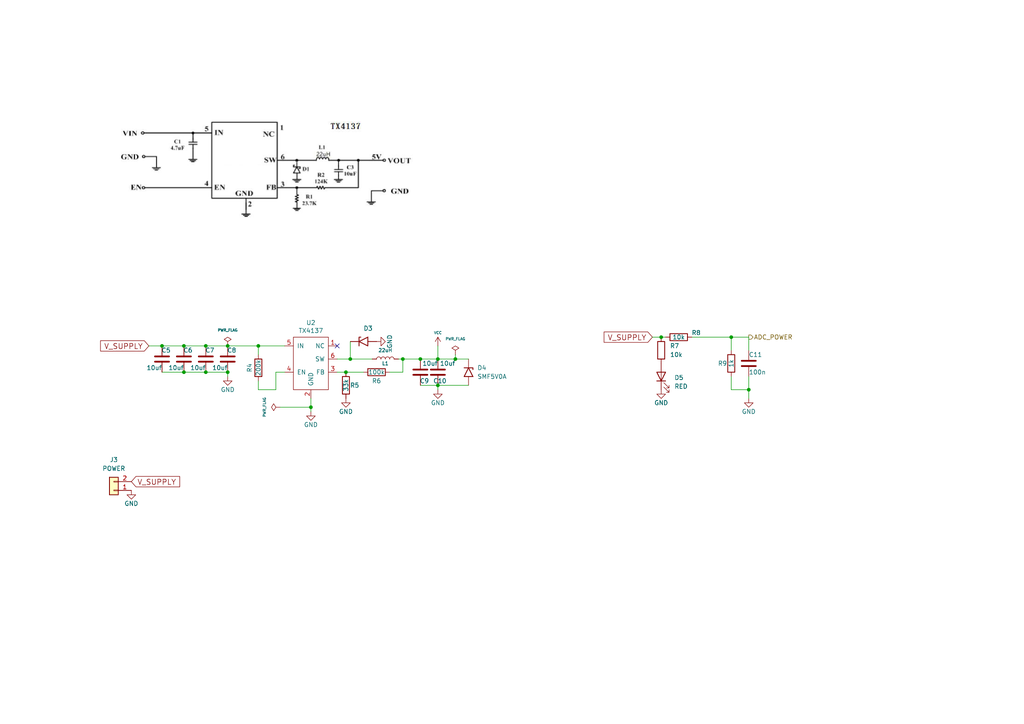
<source format=kicad_sch>
(kicad_sch (version 20211123) (generator eeschema)

  (uuid 140cb81e-dd08-444f-aadf-6138676e211f)

  (paper "A4")

  (title_block
    (title "power")
    (date "2024-05-26")
    (rev "1.1")
  )

  (lib_symbols
    (symbol "Connector_Generic:Conn_01x02" (pin_names (offset 1.016) hide) (in_bom yes) (on_board yes)
      (property "Reference" "J" (id 0) (at 0 2.54 0)
        (effects (font (size 1.27 1.27)))
      )
      (property "Value" "Conn_01x02" (id 1) (at 0 -5.08 0)
        (effects (font (size 1.27 1.27)))
      )
      (property "Footprint" "" (id 2) (at 0 0 0)
        (effects (font (size 1.27 1.27)) hide)
      )
      (property "Datasheet" "~" (id 3) (at 0 0 0)
        (effects (font (size 1.27 1.27)) hide)
      )
      (property "ki_keywords" "connector" (id 4) (at 0 0 0)
        (effects (font (size 1.27 1.27)) hide)
      )
      (property "ki_description" "Generic connector, single row, 01x02, script generated (kicad-library-utils/schlib/autogen/connector/)" (id 5) (at 0 0 0)
        (effects (font (size 1.27 1.27)) hide)
      )
      (property "ki_fp_filters" "Connector*:*_1x??_*" (id 6) (at 0 0 0)
        (effects (font (size 1.27 1.27)) hide)
      )
      (symbol "Conn_01x02_1_1"
        (rectangle (start -1.27 -2.413) (end 0 -2.667)
          (stroke (width 0.1524) (type default) (color 0 0 0 0))
          (fill (type none))
        )
        (rectangle (start -1.27 0.127) (end 0 -0.127)
          (stroke (width 0.1524) (type default) (color 0 0 0 0))
          (fill (type none))
        )
        (rectangle (start -1.27 1.27) (end 1.27 -3.81)
          (stroke (width 0.254) (type default) (color 0 0 0 0))
          (fill (type background))
        )
        (pin passive line (at -5.08 0 0) (length 3.81)
          (name "Pin_1" (effects (font (size 1.27 1.27))))
          (number "1" (effects (font (size 1.27 1.27))))
        )
        (pin passive line (at -5.08 -2.54 0) (length 3.81)
          (name "Pin_2" (effects (font (size 1.27 1.27))))
          (number "2" (effects (font (size 1.27 1.27))))
        )
      )
    )
    (symbol "Device:C" (pin_numbers hide) (pin_names (offset 0.254)) (in_bom yes) (on_board yes)
      (property "Reference" "C" (id 0) (at 0.635 2.54 0)
        (effects (font (size 1.27 1.27)) (justify left))
      )
      (property "Value" "C" (id 1) (at 0.635 -2.54 0)
        (effects (font (size 1.27 1.27)) (justify left))
      )
      (property "Footprint" "" (id 2) (at 0.9652 -3.81 0)
        (effects (font (size 1.27 1.27)) hide)
      )
      (property "Datasheet" "~" (id 3) (at 0 0 0)
        (effects (font (size 1.27 1.27)) hide)
      )
      (property "ki_keywords" "cap capacitor" (id 4) (at 0 0 0)
        (effects (font (size 1.27 1.27)) hide)
      )
      (property "ki_description" "Unpolarized capacitor" (id 5) (at 0 0 0)
        (effects (font (size 1.27 1.27)) hide)
      )
      (property "ki_fp_filters" "C_*" (id 6) (at 0 0 0)
        (effects (font (size 1.27 1.27)) hide)
      )
      (symbol "C_0_1"
        (polyline
          (pts
            (xy -2.032 -0.762)
            (xy 2.032 -0.762)
          )
          (stroke (width 0.508) (type default) (color 0 0 0 0))
          (fill (type none))
        )
        (polyline
          (pts
            (xy -2.032 0.762)
            (xy 2.032 0.762)
          )
          (stroke (width 0.508) (type default) (color 0 0 0 0))
          (fill (type none))
        )
      )
      (symbol "C_1_1"
        (pin passive line (at 0 3.81 270) (length 2.794)
          (name "~" (effects (font (size 1.27 1.27))))
          (number "1" (effects (font (size 1.27 1.27))))
        )
        (pin passive line (at 0 -3.81 90) (length 2.794)
          (name "~" (effects (font (size 1.27 1.27))))
          (number "2" (effects (font (size 1.27 1.27))))
        )
      )
    )
    (symbol "Device:L" (pin_numbers hide) (pin_names (offset 1.016) hide) (in_bom yes) (on_board yes)
      (property "Reference" "L" (id 0) (at -1.27 0 90)
        (effects (font (size 1.27 1.27)))
      )
      (property "Value" "L" (id 1) (at 1.905 0 90)
        (effects (font (size 1.27 1.27)))
      )
      (property "Footprint" "" (id 2) (at 0 0 0)
        (effects (font (size 1.27 1.27)) hide)
      )
      (property "Datasheet" "~" (id 3) (at 0 0 0)
        (effects (font (size 1.27 1.27)) hide)
      )
      (property "ki_keywords" "inductor choke coil reactor magnetic" (id 4) (at 0 0 0)
        (effects (font (size 1.27 1.27)) hide)
      )
      (property "ki_description" "Inductor" (id 5) (at 0 0 0)
        (effects (font (size 1.27 1.27)) hide)
      )
      (property "ki_fp_filters" "Choke_* *Coil* Inductor_* L_*" (id 6) (at 0 0 0)
        (effects (font (size 1.27 1.27)) hide)
      )
      (symbol "L_0_1"
        (arc (start 0 -2.54) (mid 0.635 -1.905) (end 0 -1.27)
          (stroke (width 0) (type default) (color 0 0 0 0))
          (fill (type none))
        )
        (arc (start 0 -1.27) (mid 0.635 -0.635) (end 0 0)
          (stroke (width 0) (type default) (color 0 0 0 0))
          (fill (type none))
        )
        (arc (start 0 0) (mid 0.635 0.635) (end 0 1.27)
          (stroke (width 0) (type default) (color 0 0 0 0))
          (fill (type none))
        )
        (arc (start 0 1.27) (mid 0.635 1.905) (end 0 2.54)
          (stroke (width 0) (type default) (color 0 0 0 0))
          (fill (type none))
        )
      )
      (symbol "L_1_1"
        (pin passive line (at 0 3.81 270) (length 1.27)
          (name "1" (effects (font (size 1.27 1.27))))
          (number "1" (effects (font (size 1.27 1.27))))
        )
        (pin passive line (at 0 -3.81 90) (length 1.27)
          (name "2" (effects (font (size 1.27 1.27))))
          (number "2" (effects (font (size 1.27 1.27))))
        )
      )
    )
    (symbol "Device:LED" (pin_numbers hide) (pin_names (offset 1.016) hide) (in_bom yes) (on_board yes)
      (property "Reference" "D" (id 0) (at 0 2.54 0)
        (effects (font (size 1.27 1.27)))
      )
      (property "Value" "LED" (id 1) (at 0 -2.54 0)
        (effects (font (size 1.27 1.27)))
      )
      (property "Footprint" "" (id 2) (at 0 0 0)
        (effects (font (size 1.27 1.27)) hide)
      )
      (property "Datasheet" "~" (id 3) (at 0 0 0)
        (effects (font (size 1.27 1.27)) hide)
      )
      (property "ki_keywords" "LED diode" (id 4) (at 0 0 0)
        (effects (font (size 1.27 1.27)) hide)
      )
      (property "ki_description" "Light emitting diode" (id 5) (at 0 0 0)
        (effects (font (size 1.27 1.27)) hide)
      )
      (property "ki_fp_filters" "LED* LED_SMD:* LED_THT:*" (id 6) (at 0 0 0)
        (effects (font (size 1.27 1.27)) hide)
      )
      (symbol "LED_0_1"
        (polyline
          (pts
            (xy -1.27 -1.27)
            (xy -1.27 1.27)
          )
          (stroke (width 0.254) (type default) (color 0 0 0 0))
          (fill (type none))
        )
        (polyline
          (pts
            (xy -1.27 0)
            (xy 1.27 0)
          )
          (stroke (width 0) (type default) (color 0 0 0 0))
          (fill (type none))
        )
        (polyline
          (pts
            (xy 1.27 -1.27)
            (xy 1.27 1.27)
            (xy -1.27 0)
            (xy 1.27 -1.27)
          )
          (stroke (width 0.254) (type default) (color 0 0 0 0))
          (fill (type none))
        )
        (polyline
          (pts
            (xy -3.048 -0.762)
            (xy -4.572 -2.286)
            (xy -3.81 -2.286)
            (xy -4.572 -2.286)
            (xy -4.572 -1.524)
          )
          (stroke (width 0) (type default) (color 0 0 0 0))
          (fill (type none))
        )
        (polyline
          (pts
            (xy -1.778 -0.762)
            (xy -3.302 -2.286)
            (xy -2.54 -2.286)
            (xy -3.302 -2.286)
            (xy -3.302 -1.524)
          )
          (stroke (width 0) (type default) (color 0 0 0 0))
          (fill (type none))
        )
      )
      (symbol "LED_1_1"
        (pin passive line (at -3.81 0 0) (length 2.54)
          (name "K" (effects (font (size 1.27 1.27))))
          (number "1" (effects (font (size 1.27 1.27))))
        )
        (pin passive line (at 3.81 0 180) (length 2.54)
          (name "A" (effects (font (size 1.27 1.27))))
          (number "2" (effects (font (size 1.27 1.27))))
        )
      )
    )
    (symbol "Device:R" (pin_numbers hide) (pin_names (offset 0)) (in_bom yes) (on_board yes)
      (property "Reference" "R" (id 0) (at 2.032 0 90)
        (effects (font (size 1.27 1.27)))
      )
      (property "Value" "R" (id 1) (at 0 0 90)
        (effects (font (size 1.27 1.27)))
      )
      (property "Footprint" "" (id 2) (at -1.778 0 90)
        (effects (font (size 1.27 1.27)) hide)
      )
      (property "Datasheet" "~" (id 3) (at 0 0 0)
        (effects (font (size 1.27 1.27)) hide)
      )
      (property "ki_keywords" "R res resistor" (id 4) (at 0 0 0)
        (effects (font (size 1.27 1.27)) hide)
      )
      (property "ki_description" "Resistor" (id 5) (at 0 0 0)
        (effects (font (size 1.27 1.27)) hide)
      )
      (property "ki_fp_filters" "R_*" (id 6) (at 0 0 0)
        (effects (font (size 1.27 1.27)) hide)
      )
      (symbol "R_0_1"
        (rectangle (start -1.016 -2.54) (end 1.016 2.54)
          (stroke (width 0.254) (type default) (color 0 0 0 0))
          (fill (type none))
        )
      )
      (symbol "R_1_1"
        (pin passive line (at 0 3.81 270) (length 1.27)
          (name "~" (effects (font (size 1.27 1.27))))
          (number "1" (effects (font (size 1.27 1.27))))
        )
        (pin passive line (at 0 -3.81 90) (length 1.27)
          (name "~" (effects (font (size 1.27 1.27))))
          (number "2" (effects (font (size 1.27 1.27))))
        )
      )
    )
    (symbol "Diode:1.5KExxA" (pin_numbers hide) (pin_names (offset 1.016) hide) (in_bom yes) (on_board yes)
      (property "Reference" "D" (id 0) (at 0 2.54 0)
        (effects (font (size 1.27 1.27)))
      )
      (property "Value" "1.5KExxA" (id 1) (at 0 -2.54 0)
        (effects (font (size 1.27 1.27)))
      )
      (property "Footprint" "Diode_THT:D_DO-201AE_P15.24mm_Horizontal" (id 2) (at 0 -5.08 0)
        (effects (font (size 1.27 1.27)) hide)
      )
      (property "Datasheet" "https://www.vishay.com/docs/88301/15ke.pdf" (id 3) (at -1.27 0 0)
        (effects (font (size 1.27 1.27)) hide)
      )
      (property "ki_keywords" "diode TVS voltage suppressor" (id 4) (at 0 0 0)
        (effects (font (size 1.27 1.27)) hide)
      )
      (property "ki_description" "1500W unidirectional TRANSZORB® Transient Voltage Suppressor, DO-201AE" (id 5) (at 0 0 0)
        (effects (font (size 1.27 1.27)) hide)
      )
      (property "ki_fp_filters" "D?DO?201AE*" (id 6) (at 0 0 0)
        (effects (font (size 1.27 1.27)) hide)
      )
      (symbol "1.5KExxA_0_1"
        (polyline
          (pts
            (xy -0.762 1.27)
            (xy -1.27 1.27)
            (xy -1.27 -1.27)
          )
          (stroke (width 0.254) (type default) (color 0 0 0 0))
          (fill (type none))
        )
        (polyline
          (pts
            (xy 1.27 1.27)
            (xy 1.27 -1.27)
            (xy -1.27 0)
            (xy 1.27 1.27)
          )
          (stroke (width 0.254) (type default) (color 0 0 0 0))
          (fill (type none))
        )
      )
      (symbol "1.5KExxA_1_1"
        (pin passive line (at -3.81 0 0) (length 2.54)
          (name "A1" (effects (font (size 1.27 1.27))))
          (number "1" (effects (font (size 1.27 1.27))))
        )
        (pin passive line (at 3.81 0 180) (length 2.54)
          (name "A2" (effects (font (size 1.27 1.27))))
          (number "2" (effects (font (size 1.27 1.27))))
        )
      )
    )
    (symbol "Diode:SMF5V0A" (pin_numbers hide) (pin_names (offset 1.016) hide) (in_bom yes) (on_board yes)
      (property "Reference" "D" (id 0) (at 0 2.54 0)
        (effects (font (size 1.27 1.27)))
      )
      (property "Value" "SMF5V0A" (id 1) (at 0 -2.54 0)
        (effects (font (size 1.27 1.27)))
      )
      (property "Footprint" "Diode_SMD:D_SMF" (id 2) (at 0 -5.08 0)
        (effects (font (size 1.27 1.27)) hide)
      )
      (property "Datasheet" "https://www.vishay.com/doc?85881" (id 3) (at -1.27 0 0)
        (effects (font (size 1.27 1.27)) hide)
      )
      (property "ki_keywords" "diode TVS voltage suppressor" (id 4) (at 0 0 0)
        (effects (font (size 1.27 1.27)) hide)
      )
      (property "ki_description" "200W unidirectional Transil Transient Voltage Suppressor, 5Vrwm, SMF" (id 5) (at 0 0 0)
        (effects (font (size 1.27 1.27)) hide)
      )
      (property "ki_fp_filters" "D*SMF*" (id 6) (at 0 0 0)
        (effects (font (size 1.27 1.27)) hide)
      )
      (symbol "SMF5V0A_0_1"
        (polyline
          (pts
            (xy -0.762 1.27)
            (xy -1.27 1.27)
            (xy -1.27 -1.27)
          )
          (stroke (width 0.254) (type default) (color 0 0 0 0))
          (fill (type none))
        )
        (polyline
          (pts
            (xy 1.27 1.27)
            (xy 1.27 -1.27)
            (xy -1.27 0)
            (xy 1.27 1.27)
          )
          (stroke (width 0.254) (type default) (color 0 0 0 0))
          (fill (type none))
        )
      )
      (symbol "SMF5V0A_1_1"
        (pin passive line (at -3.81 0 0) (length 2.54)
          (name "A1" (effects (font (size 1.27 1.27))))
          (number "1" (effects (font (size 1.27 1.27))))
        )
        (pin passive line (at 3.81 0 180) (length 2.54)
          (name "A2" (effects (font (size 1.27 1.27))))
          (number "2" (effects (font (size 1.27 1.27))))
        )
      )
    )
    (symbol "misc:TX4137" (pin_names (offset 1.016)) (in_bom yes) (on_board yes)
      (property "Reference" "U" (id 0) (at -4.445 9.525 0)
        (effects (font (size 1.27 1.27)))
      )
      (property "Value" "TX4137" (id 1) (at -1.27 11.43 0)
        (effects (font (size 1.27 1.27)))
      )
      (property "Footprint" "Package_TO_SOT_SMD:SOT-23-6" (id 2) (at -1.27 11.43 0)
        (effects (font (size 1.27 1.27)) hide)
      )
      (property "Datasheet" "" (id 3) (at -1.27 11.43 0)
        (effects (font (size 1.27 1.27)) hide)
      )
      (property "ki_keywords" "DC-DC" (id 4) (at 0 0 0)
        (effects (font (size 1.27 1.27)) hide)
      )
      (property "ki_description" "TX4137在 5.5-60V 宽输入电源范围内实现 0.6 A峰值输出电流" (id 5) (at 0 0 0)
        (effects (font (size 1.27 1.27)) hide)
      )
      (symbol "TX4137_0_1"
        (rectangle (start -5.08 7.62) (end 5.08 -7.62)
          (stroke (width 0) (type default) (color 0 0 0 0))
          (fill (type none))
        )
      )
      (symbol "TX4137_1_1"
        (pin unspecified line (at 7.62 5.08 180) (length 2.54)
          (name "NC" (effects (font (size 1.27 1.27))))
          (number "1" (effects (font (size 1.27 1.27))))
        )
        (pin power_in line (at 0 -10.16 90) (length 2.54)
          (name "GND" (effects (font (size 1.27 1.27))))
          (number "2" (effects (font (size 1.27 1.27))))
        )
        (pin input line (at 7.62 -2.54 180) (length 2.54)
          (name "FB" (effects (font (size 1.27 1.27))))
          (number "3" (effects (font (size 1.27 1.27))))
        )
        (pin input line (at -7.62 -2.54 0) (length 2.54)
          (name "EN" (effects (font (size 1.27 1.27))))
          (number "4" (effects (font (size 1.27 1.27))))
        )
        (pin power_in line (at -7.62 5.08 0) (length 2.54)
          (name "IN" (effects (font (size 1.27 1.27))))
          (number "5" (effects (font (size 1.27 1.27))))
        )
        (pin passive line (at 7.62 1.27 180) (length 2.54)
          (name "SW" (effects (font (size 1.27 1.27))))
          (number "6" (effects (font (size 1.27 1.27))))
        )
      )
    )
    (symbol "power:GND" (power) (pin_names (offset 0)) (in_bom yes) (on_board yes)
      (property "Reference" "#PWR" (id 0) (at 0 -6.35 0)
        (effects (font (size 1.27 1.27)) hide)
      )
      (property "Value" "GND" (id 1) (at 0 -3.81 0)
        (effects (font (size 1.27 1.27)))
      )
      (property "Footprint" "" (id 2) (at 0 0 0)
        (effects (font (size 1.27 1.27)) hide)
      )
      (property "Datasheet" "" (id 3) (at 0 0 0)
        (effects (font (size 1.27 1.27)) hide)
      )
      (property "ki_keywords" "power-flag" (id 4) (at 0 0 0)
        (effects (font (size 1.27 1.27)) hide)
      )
      (property "ki_description" "Power symbol creates a global label with name \"GND\" , ground" (id 5) (at 0 0 0)
        (effects (font (size 1.27 1.27)) hide)
      )
      (symbol "GND_0_1"
        (polyline
          (pts
            (xy 0 0)
            (xy 0 -1.27)
            (xy 1.27 -1.27)
            (xy 0 -2.54)
            (xy -1.27 -1.27)
            (xy 0 -1.27)
          )
          (stroke (width 0) (type default) (color 0 0 0 0))
          (fill (type none))
        )
      )
      (symbol "GND_1_1"
        (pin power_in line (at 0 0 270) (length 0) hide
          (name "GND" (effects (font (size 1.27 1.27))))
          (number "1" (effects (font (size 1.27 1.27))))
        )
      )
    )
    (symbol "power:PWR_FLAG" (power) (pin_numbers hide) (pin_names (offset 0) hide) (in_bom yes) (on_board yes)
      (property "Reference" "#FLG" (id 0) (at 0 1.905 0)
        (effects (font (size 1.27 1.27)) hide)
      )
      (property "Value" "PWR_FLAG" (id 1) (at 0 3.81 0)
        (effects (font (size 1.27 1.27)))
      )
      (property "Footprint" "" (id 2) (at 0 0 0)
        (effects (font (size 1.27 1.27)) hide)
      )
      (property "Datasheet" "~" (id 3) (at 0 0 0)
        (effects (font (size 1.27 1.27)) hide)
      )
      (property "ki_keywords" "power-flag" (id 4) (at 0 0 0)
        (effects (font (size 1.27 1.27)) hide)
      )
      (property "ki_description" "Special symbol for telling ERC where power comes from" (id 5) (at 0 0 0)
        (effects (font (size 1.27 1.27)) hide)
      )
      (symbol "PWR_FLAG_0_0"
        (pin power_out line (at 0 0 90) (length 0)
          (name "pwr" (effects (font (size 1.27 1.27))))
          (number "1" (effects (font (size 1.27 1.27))))
        )
      )
      (symbol "PWR_FLAG_0_1"
        (polyline
          (pts
            (xy 0 0)
            (xy 0 1.27)
            (xy -1.016 1.905)
            (xy 0 2.54)
            (xy 1.016 1.905)
            (xy 0 1.27)
          )
          (stroke (width 0) (type default) (color 0 0 0 0))
          (fill (type none))
        )
      )
    )
    (symbol "power:VCC" (power) (pin_names (offset 0)) (in_bom yes) (on_board yes)
      (property "Reference" "#PWR" (id 0) (at 0 -3.81 0)
        (effects (font (size 1.27 1.27)) hide)
      )
      (property "Value" "VCC" (id 1) (at 0 3.81 0)
        (effects (font (size 1.27 1.27)))
      )
      (property "Footprint" "" (id 2) (at 0 0 0)
        (effects (font (size 1.27 1.27)) hide)
      )
      (property "Datasheet" "" (id 3) (at 0 0 0)
        (effects (font (size 1.27 1.27)) hide)
      )
      (property "ki_keywords" "power-flag" (id 4) (at 0 0 0)
        (effects (font (size 1.27 1.27)) hide)
      )
      (property "ki_description" "Power symbol creates a global label with name \"VCC\"" (id 5) (at 0 0 0)
        (effects (font (size 1.27 1.27)) hide)
      )
      (symbol "VCC_0_1"
        (polyline
          (pts
            (xy -0.762 1.27)
            (xy 0 2.54)
          )
          (stroke (width 0) (type default) (color 0 0 0 0))
          (fill (type none))
        )
        (polyline
          (pts
            (xy 0 0)
            (xy 0 2.54)
          )
          (stroke (width 0) (type default) (color 0 0 0 0))
          (fill (type none))
        )
        (polyline
          (pts
            (xy 0 2.54)
            (xy 0.762 1.27)
          )
          (stroke (width 0) (type default) (color 0 0 0 0))
          (fill (type none))
        )
      )
      (symbol "VCC_1_1"
        (pin power_in line (at 0 0 90) (length 0) hide
          (name "VCC" (effects (font (size 1.27 1.27))))
          (number "1" (effects (font (size 1.27 1.27))))
        )
      )
    )
  )


  (junction (at 127 111.76) (diameter 0) (color 0 0 0 0)
    (uuid 109e3451-8e56-4eb6-8a3b-c6d26fc30043)
  )
  (junction (at 212.09 97.79) (diameter 0) (color 0 0 0 0)
    (uuid 317a3267-3641-4316-ab67-e8daf8bd6bd0)
  )
  (junction (at 53.34 107.95) (diameter 0) (color 0 0 0 0)
    (uuid 3e91ae6a-3d03-419e-9d11-885a75867766)
  )
  (junction (at 217.17 113.03) (diameter 0) (color 0 0 0 0)
    (uuid 3efa56e6-d0bc-40fb-9f49-5efdebc2dba9)
  )
  (junction (at 53.34 100.33) (diameter 0) (color 0 0 0 0)
    (uuid 45f8b1a3-2d5c-4072-a444-55797d6bba01)
  )
  (junction (at 74.93 100.33) (diameter 0) (color 0 0 0 0)
    (uuid 4d051cec-88ff-484c-873e-bc00d3690597)
  )
  (junction (at 59.69 107.95) (diameter 0) (color 0 0 0 0)
    (uuid 5e519c5b-8b81-45ed-9767-c55813e1e679)
  )
  (junction (at 132.08 104.14) (diameter 0) (color 0 0 0 0)
    (uuid 669ccb70-173f-420c-8bc7-bb8c2b150f88)
  )
  (junction (at 100.33 107.95) (diameter 0) (color 0 0 0 0)
    (uuid 76568a5c-836f-4944-97fe-6e1f22bf1388)
  )
  (junction (at 66.04 100.33) (diameter 0) (color 0 0 0 0)
    (uuid 91e86207-4e22-4417-9ef9-c409f925d816)
  )
  (junction (at 59.69 100.33) (diameter 0) (color 0 0 0 0)
    (uuid 99bdefd1-aa4b-4950-beda-2eae4a5d47b9)
  )
  (junction (at 127 104.14) (diameter 0) (color 0 0 0 0)
    (uuid 9f456b5e-c029-4f5d-8d44-62b1f383313e)
  )
  (junction (at 90.17 118.11) (diameter 0) (color 0 0 0 0)
    (uuid a9a9ccf8-57a3-4605-a5f6-30060872735c)
  )
  (junction (at 116.84 104.14) (diameter 0) (color 0 0 0 0)
    (uuid d245820e-27c7-40b2-8433-a499cef82620)
  )
  (junction (at 121.92 104.14) (diameter 0) (color 0 0 0 0)
    (uuid d9ea19d8-6c9e-4954-8b02-782bc317a50c)
  )
  (junction (at 191.77 97.79) (diameter 0) (color 0 0 0 0)
    (uuid df1a3597-40be-41fa-b7e3-d17575e2ffc2)
  )
  (junction (at 101.6 104.14) (diameter 0) (color 0 0 0 0)
    (uuid df308683-4de7-40d8-9cc8-1ca905daa134)
  )
  (junction (at 66.04 107.95) (diameter 0) (color 0 0 0 0)
    (uuid eab71103-a633-46c2-ad13-ffacc8bfa8a1)
  )
  (junction (at 46.99 100.33) (diameter 0) (color 0 0 0 0)
    (uuid f8024f30-2a6c-455f-90c7-663fd88de10c)
  )

  (no_connect (at 97.79 100.33) (uuid 26b49f9e-9ed3-42cc-aa3e-523ba1230839))

  (wire (pts (xy 74.93 100.33) (xy 74.93 102.87))
    (stroke (width 0) (type default) (color 0 0 0 0))
    (uuid 12d7b86f-6386-4c6d-9f8b-05508ef71472)
  )
  (wire (pts (xy 46.99 107.95) (xy 53.34 107.95))
    (stroke (width 0) (type default) (color 0 0 0 0))
    (uuid 18e6a530-7a52-4930-825c-9517bf87557c)
  )
  (wire (pts (xy 80.01 113.03) (xy 74.93 113.03))
    (stroke (width 0) (type default) (color 0 0 0 0))
    (uuid 1c422914-386d-4cd6-a4b3-e899847d6c8c)
  )
  (wire (pts (xy 121.92 111.76) (xy 127 111.76))
    (stroke (width 0) (type default) (color 0 0 0 0))
    (uuid 212c61f2-dd0e-4f9c-a9cf-a12a7e430901)
  )
  (wire (pts (xy 217.17 109.22) (xy 217.17 113.03))
    (stroke (width 0) (type default) (color 0 0 0 0))
    (uuid 216e51c9-a412-4092-ab33-7ab1abd6a1d1)
  )
  (wire (pts (xy 212.09 97.79) (xy 217.17 97.79))
    (stroke (width 0) (type default) (color 0 0 0 0))
    (uuid 2832183e-8e42-45f8-910e-782724b0fa72)
  )
  (wire (pts (xy 66.04 100.33) (xy 74.93 100.33))
    (stroke (width 0) (type default) (color 0 0 0 0))
    (uuid 29397eda-3e5b-4ed4-a75f-b12c9cd8a0d9)
  )
  (wire (pts (xy 97.79 104.14) (xy 101.6 104.14))
    (stroke (width 0) (type default) (color 0 0 0 0))
    (uuid 38170f1e-ef32-42ab-bbef-16c3b146e99b)
  )
  (wire (pts (xy 127 100.33) (xy 127 104.14))
    (stroke (width 0) (type default) (color 0 0 0 0))
    (uuid 3b8f396e-6c5b-4d97-9c0f-a820bebd4bbe)
  )
  (wire (pts (xy 97.79 107.95) (xy 100.33 107.95))
    (stroke (width 0) (type default) (color 0 0 0 0))
    (uuid 3fd5e8b3-a141-4933-9e36-af3abb7c4551)
  )
  (wire (pts (xy 127 111.76) (xy 127 113.03))
    (stroke (width 0) (type default) (color 0 0 0 0))
    (uuid 44c77c80-ecf9-4b8a-ac62-e64d4063b30e)
  )
  (wire (pts (xy 121.92 104.14) (xy 127 104.14))
    (stroke (width 0) (type default) (color 0 0 0 0))
    (uuid 4cdcafe0-9682-4eaa-896c-75f06aa8678e)
  )
  (wire (pts (xy 212.09 97.79) (xy 212.09 101.6))
    (stroke (width 0) (type default) (color 0 0 0 0))
    (uuid 4d39245d-02c1-4bf9-984d-a7d5117492f7)
  )
  (wire (pts (xy 127 111.76) (xy 135.89 111.76))
    (stroke (width 0) (type default) (color 0 0 0 0))
    (uuid 4eaf6823-10a8-41be-9286-dafee9dfb3e3)
  )
  (wire (pts (xy 200.66 97.79) (xy 212.09 97.79))
    (stroke (width 0) (type default) (color 0 0 0 0))
    (uuid 5dfc5aa9-a42c-49e8-aea1-de0988188dba)
  )
  (wire (pts (xy 217.17 113.03) (xy 217.17 115.57))
    (stroke (width 0) (type default) (color 0 0 0 0))
    (uuid 640b885f-5f83-4ee7-8bde-e97103442054)
  )
  (wire (pts (xy 59.69 100.33) (xy 66.04 100.33))
    (stroke (width 0) (type default) (color 0 0 0 0))
    (uuid 643344b2-a08e-4dda-84a9-4b66b4193203)
  )
  (wire (pts (xy 132.08 102.87) (xy 132.08 104.14))
    (stroke (width 0) (type default) (color 0 0 0 0))
    (uuid 679a306d-d139-4c73-873b-8c63c583be47)
  )
  (wire (pts (xy 113.03 107.95) (xy 116.84 107.95))
    (stroke (width 0) (type default) (color 0 0 0 0))
    (uuid 68e5eea0-27c7-413d-a3c9-2e58e3fa6b14)
  )
  (wire (pts (xy 116.84 104.14) (xy 121.92 104.14))
    (stroke (width 0) (type default) (color 0 0 0 0))
    (uuid 69076dab-e37b-4e18-9990-8e6e8d4a2092)
  )
  (wire (pts (xy 66.04 107.95) (xy 66.04 109.22))
    (stroke (width 0) (type default) (color 0 0 0 0))
    (uuid 7256879c-fdf1-4426-a788-7c166ac104fe)
  )
  (wire (pts (xy 100.33 107.95) (xy 105.41 107.95))
    (stroke (width 0) (type default) (color 0 0 0 0))
    (uuid 7dbc7372-50eb-4059-8449-1b27a4527b42)
  )
  (wire (pts (xy 212.09 113.03) (xy 217.17 113.03))
    (stroke (width 0) (type default) (color 0 0 0 0))
    (uuid 8ce83b68-b0e3-433e-bb39-8b78a07aa7a9)
  )
  (wire (pts (xy 80.01 107.95) (xy 80.01 113.03))
    (stroke (width 0) (type default) (color 0 0 0 0))
    (uuid 8ed76ec6-c2f2-440d-894d-ab51cca3d9a6)
  )
  (wire (pts (xy 53.34 100.33) (xy 59.69 100.33))
    (stroke (width 0) (type default) (color 0 0 0 0))
    (uuid 999ae6ac-ede8-4816-b5d9-a68d1983b5e3)
  )
  (wire (pts (xy 217.17 97.79) (xy 217.17 101.6))
    (stroke (width 0) (type default) (color 0 0 0 0))
    (uuid a01439aa-f83a-4737-936c-19699a5fc188)
  )
  (wire (pts (xy 74.93 110.49) (xy 74.93 113.03))
    (stroke (width 0) (type default) (color 0 0 0 0))
    (uuid a601fc6d-4a85-4862-bd93-94524a414d4f)
  )
  (wire (pts (xy 74.93 100.33) (xy 82.55 100.33))
    (stroke (width 0) (type default) (color 0 0 0 0))
    (uuid ada33863-5a8d-40ed-bca1-1f8f70b89ebf)
  )
  (wire (pts (xy 46.99 100.33) (xy 53.34 100.33))
    (stroke (width 0) (type default) (color 0 0 0 0))
    (uuid b9f55332-8199-47e1-a350-da5b8b052416)
  )
  (wire (pts (xy 101.6 104.14) (xy 107.95 104.14))
    (stroke (width 0) (type default) (color 0 0 0 0))
    (uuid bda4ece0-155e-4be9-a860-758355566270)
  )
  (wire (pts (xy 53.34 107.95) (xy 59.69 107.95))
    (stroke (width 0) (type default) (color 0 0 0 0))
    (uuid c4f0fe1e-ef33-4e00-922a-b62e66cc9715)
  )
  (wire (pts (xy 90.17 119.38) (xy 90.17 118.11))
    (stroke (width 0) (type default) (color 0 0 0 0))
    (uuid c6168bd6-76c0-4960-9207-ed41db264ed1)
  )
  (wire (pts (xy 81.28 118.11) (xy 90.17 118.11))
    (stroke (width 0) (type default) (color 0 0 0 0))
    (uuid c8c6423a-1423-4d52-b6be-7f63ede40c0e)
  )
  (wire (pts (xy 116.84 104.14) (xy 116.84 107.95))
    (stroke (width 0) (type default) (color 0 0 0 0))
    (uuid cbbb4805-e3ca-4774-a94f-003c75b0e17b)
  )
  (wire (pts (xy 127 104.14) (xy 132.08 104.14))
    (stroke (width 0) (type default) (color 0 0 0 0))
    (uuid cd646338-3c75-4e9b-9a3d-c065bc246d25)
  )
  (wire (pts (xy 43.18 100.33) (xy 46.99 100.33))
    (stroke (width 0) (type default) (color 0 0 0 0))
    (uuid d0996c97-ba2a-4e70-bb01-139b7424f4f8)
  )
  (wire (pts (xy 101.6 99.06) (xy 101.6 104.14))
    (stroke (width 0) (type default) (color 0 0 0 0))
    (uuid d317e369-345d-477f-bfc3-13dc1ede3b1a)
  )
  (wire (pts (xy 191.77 97.79) (xy 189.23 97.79))
    (stroke (width 0) (type default) (color 0 0 0 0))
    (uuid dec8337e-e89e-4e4d-9895-328b502a2cbf)
  )
  (wire (pts (xy 90.17 118.11) (xy 90.17 115.57))
    (stroke (width 0) (type default) (color 0 0 0 0))
    (uuid df5aa9a4-22b9-4fc5-ba55-712be61ec04d)
  )
  (wire (pts (xy 212.09 109.22) (xy 212.09 113.03))
    (stroke (width 0) (type default) (color 0 0 0 0))
    (uuid e63de897-f186-4de9-b5e9-fe19e0e77628)
  )
  (wire (pts (xy 82.55 107.95) (xy 80.01 107.95))
    (stroke (width 0) (type default) (color 0 0 0 0))
    (uuid ed2c7b7d-415c-407d-9a0a-7446db15eb61)
  )
  (wire (pts (xy 59.69 107.95) (xy 66.04 107.95))
    (stroke (width 0) (type default) (color 0 0 0 0))
    (uuid eda94803-ef22-4e2a-91b6-86c087dd2584)
  )
  (wire (pts (xy 132.08 104.14) (xy 135.89 104.14))
    (stroke (width 0) (type default) (color 0 0 0 0))
    (uuid f08ab350-06df-4c29-b776-995d0016519a)
  )
  (wire (pts (xy 115.57 104.14) (xy 116.84 104.14))
    (stroke (width 0) (type default) (color 0 0 0 0))
    (uuid f97717ea-fa65-4b2e-ad38-f653a9e85679)
  )
  (wire (pts (xy 193.04 97.79) (xy 191.77 97.79))
    (stroke (width 0) (type default) (color 0 0 0 0))
    (uuid fc4653f3-41ba-4a73-b715-e89f35ce3811)
  )

  (image (at 77.47 48.26)
    (uuid d6ac7526-0b9c-4dc9-b028-de47a2d1faf0)
    (data
      iVBORw0KGgoAAAANSUhEUgAAA/MAAAF4CAIAAACXdj7GAAAAA3NCSVQICAjb4U/gAAAACXBIWXMA
      AA50AAAOdAFrJLPWAAAgAElEQVR4nOy9eZgcZbn3/6nqvXt6tmwzIQskLIEEQhIgggKBuASRsAiI
      IArqcUH9Ha8Xznuus1yveo56HZfjAVFxARFRZBWBoMgWlrAqe1gCCSEkJJksk9l6equu+v1xT99U
      agIJx0gmnfvzR9JdXV1VPfU8T93P97kXJwgCDMMwDMMwDMPYzXF39QUYhmEYhmEYhrETMMveMAzD
      MAzDMBoBs+wNwzAMwzAMoxEwy94wDMMwDMMwGgGz7A3DMAzDMAyjETDL3jAMwzAMwzAaAbPsDcMw
      DMMwDKMRMMveMAzDMAzDMBoBs+wNwzAMwzAMoxEwy94wDMMwDMMwGgGz7A3DMAzDMAyjETDL3jAM
      wzAMwzAaAbPsDcMwDMMwDKMRMMveMAzDMAzDMBoBs+wNwzAMwzAMoxEwy94wDMMwDMMwGgGz7A3D
      MAzDMAyjETDL3jAMwzAMwzAaAbPsDcMwDMMwDKMRMMveMAzDMAzDMBoBs+wNwzAMwzAMoxEwy94w
      DMMwDMMwGgGz7A3DMAzDMAyjETDL3jAMwzAMwzAaAbPsDcMwDMMwDKMRMMveMAzDMAzDMBoBs+wN
      wzAMwzAMoxEwy94wDMMwDMMwGgGz7A3DMAzDMAyjETDL3jAMwzAMwzAaAbPsDcMwDMMwDKMRMMve
      MAzDMAzDMBqB+K6+AMMw3g7f9wHXdUulkr5Np9Pyqeva5NwYWVQqFSCRSMjbarWaTCZ36RUZu4bB
      wUEgm80ChUJBXjiO09fXBzQ3N8tuveVuIJfKxQspoNRNeWJBD9JSiRGLAX2xRA2Atlp3tbsbqI3Z
      V/ZJV6sAtdqW+sAItFD1PA9Ixv0g8IFiLZWMJ4F4YRNAMrku0QwEML7crV+sJVtdxwWc0pCJVIv3
      yUddQQrIOKlqCSCTJl/s0S9uxs9n8sDGWiIbA2jrByAJyc0AjoPXPvSrnX4gHUsDqU0J0gDdTUOH
      6mUDkCS5V3crQIVyRxmIEYub2WZsDzMLDMMwDMMwDKMRsMmfYYxcKpVKuVwG8vl8d3c3cMcddwBP
      PPHE2rVrgSAIMpnMrr1IwwAqlcrEiROBOXPmAAsWLBgzZgwQjw89ZXT1adddo/GuIiK9kMvlRKrP
      5/Oq1m/ZsgXIt+UADy9OCki3UwYgIAB6N21qGTdO9i9XAIiRaG8HynhAnHh1YABI5POyW8kDaImT
      iMvCUdlxXCART3i+B8RlEalY9BPNiMA5OAjI4oCbcr2aByTi8VrRAxg6MBknBQx4g/lkFugfIB94
      ciggP7Zj6IfH6C15QFsyDlCmWi0AiaYmakM/QdT6mrxPJ3AAPChWPSCZqC9zre4HmJiPEZP9TbM3
      tos1EcMYuSSTSTWMnnnmGeCHP/wh8MILL6RSKcB13Vqttguv0DCEVCoVBAHw8ssvA5MmTTr22GMB
      3/fFmjebfk9jYGAAEF+sZDLpOA4g/wLlcrmtrQ0YrBWAQqGQdnIAZYr+q8Do/Gige/yEVR7A5EpX
      s+sCg6VkNpcDisSBGLTnmwBqXiweB2plADc+dKJioT+TawJcHNeNA1RqAJlM2QdwXWh6cxJSCYJY
      LA5Ue0qJpjRQqpYAz/OCTDPQFM+6NYDWJijGAfJ5YMP6la2trYCXHtuWjgNsGQDIZuOpScDGTT25
      0WXAx2+qZACcBNBfrOTbkkCaQjzhAU3kgEK54B2QB+IJ3LIDxBMp87Qwtou1EcMwDMMwDMNoBEyz
      N4yRS7VaFYnLdd3+/n7d/sUvfvGTn/wk0NbWJk4OhrFrWbJkye9//3vqEbTiRSbIslIsFttV12bs
      Epqamoa/DYJAxrRyuSxh1vK2rbmN+ggnav1AdQAIEmTETvFcCgUgmR06bBAAxBy8vj4gXnfy0TDa
      cqlEfdEAqFQrcq6YRNzGYinVNmV0zeeBmOPIkJpsSpd6C0B6VBogwbogANKOI63bT5DdtAlg9Ghg
      r4695GBvrqLW23yhUAZGj27tCfqAlJOi4gOkXCDfliTYxh8wl8rFawDVColUDKAW4Drb2NUwQphm
      bxiGYRiGYRiNgGn2hjFy0dSB1EXQ3t5eoK2tberUqUAul1NHfMPYhSQSiQceeABYuXIlIXfqeDwu
      yQer1SpbN2mjsZFEvYVCAWhtbZVFm76+Pmkbxx9//BNPPAFvCowd/higRq033g1IC7r08eCwQwHi
      919/7Pu/DCxNNVGtAv9y8cXAwoULz5gzC9i4eWPZGQ2c+/nPA9//98+OHT8ewEH2Hxz0Wltagb7N
      m4AZM2ZsmnIK8Pyzv6elBYbiaCuJ+hV51XRzBlj76nPA0Ucf/aXv/Rr4xNmnjMqALBqMHa2/16G6
      bs1qYPxBx1AuA6MrRSAT4+7uAjAKHKcZKEE2/hLw13vvBw5f8DUkhDa2Xg6VDwBSKTaV5gHfu+aa
      iz6aA1kEyP2N98VoeMwmMIwRjeSEdhwnn88DuVwOSCQS4oRjdpIxQujq6lq3bh31yaf45ADlclnc
      IdTWN/YQpOyGxPo7jiMB1s3NzZs3bwaeeOKJ8847D7jyyh8B7aPbg80B8PAdD29pfQw4/vhPAQ8+
      +Mhhhx4JtM+d+9xTvwNaT/i/e+21F/CVr3wBSMAvf/lL4GMf+9ivrr8FmD//SGBMpvrmpSQSQGtL
      U19/H/CVCy4AegvBpEmTgACCvj7AyWYBFwZKg8DcaQcvX/UqkEwDFEtDw6+aTZUK8WoFwPOA+x96
      5IQTTgdmzTvht7/9LXBgsw/MnjTpgL33Bu5/9NGpU6YApRLt2SQg+YKATEsL0LXuqaZME+AUlgJf
      +MIX7l8/HzjrrE78AhAUi07OLHtjO5g3jmEYhmEYhmE0AqbZG8aIRpxtNLWlSPVh+dMiaI2RwLhx
      4ySBvTRIjZ6s1Woi1gqm3O85yLqNBrD29PQALS0tf/nLX4DRo0d/+tOfBsoblwMHdjYt29wEeImm
      WXOPAea8dyqw/NE/jf3KkQCJDvYdBZx/1kcvvvhi4E/XXwucfeZZtz3wBLDXQYcfPXcu0CIVPjwv
      KJeBUrUv09oKuA6333YbcMcd9w9doVcDNnQzpbVZL7sY+Jl0Fnhm+bO1nh7g7HPOAO699xHfbQY8
      6O3aBLSPHU0sDYjvzeP33edWAN773qPHj24DKL4MnPzho5664WXgaz/5zR++8/+AUU0E1SLw50cf
      AA6aM33x4nuAbP8yJxEDFj/4MPC7G575x5/dAlQgqFQBJ2uCvbF9zLI3jJFLtVrV56K4KYvTajwe
      FwvJ8zzzszdGAj09PeKHI1nM1Rsnk8lIW7UMOXsaMnZJS4jFYpK9HliwYAGwevVqcdehvBJYv747
      446TPWP4wH133ge8wQRPjxgEwFlnnSWW/S233ALMmDFDXF+++c1vjhkTckPwfSeTATLpoYnly6+8
      fOGFFwJnn30q8Nvf3iylsiIujaVSKZnJAlSrsdbWN3+INzQIF2tMVvd6zwNIpQDxEQKWLl3aW/SA
      llgMqd12w8vApk2bUimAcpl0Kg18+9vfBr6ROli+GMu0y4uf/exnwLRpiXPPnQy44Mg3DWMHMG8c
      wzAMwzAMw2gETO0zjJ2P1t0UiT2bzYrYExHgNf7V8zzRNYMgEGcG2VMjZV3Xla+Ik8Pg4KB4OJhg
      b4wQXNcVCVZafth/THR6rUErTbdcLt95553AXXfddcQRRwBnnXUWFhTecOigFyGtaecr3cAYh2eD
      NmCT3zqWAAgIgL2qRZHq+1ITvCTA3NktHztuDvCnG64F+l99qrs7AD5w+hnSwopFgGTKJZBs8FXJ
      K3/ppZe8971HAh/60IeAa665OZdvAtJZBrf0ANn2diCXyQ7F3sarBFUgVvWAOFRoAYhBrQAQBOIL
      6cYSwNmf/oezP/EpoCvXOdSIN68GFt9zE8HewLRZp6V5FUhRHGQ6QAogS1eAD1DreerPfwau+4MH
      XPW7JeNcD6hSHSxngGSSuLmzGdvDNHvDMAzDMAzDaARM8DOMnU+xWBTpMZvNAo7jiPReq9U2btwI
      dHR0yJ7ihJpIJCyy0NgTWL9+/ZNPPgncf//9N910E9DV1dXZ2UlI1DeM4RRK5ETl9/3/+I//ABYd
      eyLwyKPL/v2SPwBtLUgl1zdDORwH8H3/scWLgRtuuOHhhx8G/vKnPwDVgP6NG4FcbEitx/eBwaCa
      je/owpGbybz5pq+P5mbARRR47r/tNuD6m5cf/A8XAf/3wnlUXgCc1NC3aj6A79ZcYnIBl19+OTB2
      wgTg8MMPD/CABAlZ+ajViFsvMbaHWfaGsTORojy5rVMOl8tlqTOVTqcljEyq+QRBIOGGvu+3t7cD
      zc3N4mAjE4OURU0ZjUVHR8ecOXOAQqEgOVJKpVJLSwv14NpKpfJW/htGY+IXgbRPMdYMDMTSZWDI
      SgdvjXjjeNlsLwDNtb79Dz8IWHjMFGDJklfHTt4f2FQknwGIJQH8gUFXUunHOP8z5wGXXvrTKftM
      AZamc0BrLl7MtwIbetg7K3OCOJCOJ4ZO7Rbk/1gQADGo0AxUAEpyjYHbDhRLRSDb1EJ3D/DYG95J
      8+YBk/tfAlJw+gfnA+1AtQUgntkyCNDcBOBSqA30AUsfWX3dbc8Dx372h8C4qU4LUrvKGXAmAEEM
      eyQY28Vmf4ZhGIZhGIbRCJhmbxg7E/UoEDcb8bFJpVKivnd3d//oRz8CrrrqKiCdTvf39wO5XO70
      008H/uEf/kHKIhpGQ+L7vqS932effUSb37hxo7ioSdCt1WcwtoPvl1etApYufRUoeUM1aE8/+Xvy
      +VAiymxW3v7LP/+LhGifeuqpNb9GPYFBT8HzCgWgqQmcGAxl1fR8UjuseXo1D40SrpbFG+fA5tFd
      fS8CYwfuA37xn//5uU98Anjlla9d/c9zAa+3t7mt/c0fVOiPNTUDl156qbR+eRzIhwDEymWATBrD
      2C5m2RvGzkRT2Wwzd82qVatWrFgBiPtBJpORXDd77bXXzJkzgYkTJ8qeUoB91KhR7+rVG8bfGcdx
      NA2UuK7FYrF8Pk/dG8cS3u9xODHAd8CJy4s4HvXcOCQmiMGd6a8158UZPfGnux8E0nGAiWN48r67
      gKVLC7On5oCcOLEH/tInnwTuuuuue+65B3Bj8XK1HD7z6LZ2IB+HgTJAOg1k1ax3i0MXiA84UHYz
      QBnUG6e72AS0NKWBeG3IiyybZSgzVDoJfPzss/7Pr34M/OYbF/zwSysBJ97e6m8EcGMAuZaXHn8c
      uPrONfHcQcB7ZnUCbpVakARiyVST2fTGDmPeOIZhGIZhGIbRCJhmbxg7E5Eh4/F4OPi1VqtJscPV
      q1fPmDED+OpXv0rdVwdoamoaN26c7Cn+PKbWGw1JrVYTVT6ZTEqgeSqVkl4j6129vb1arNQwlOZ8
      bCiw1XG++93vAj/84XeB7u7uE798E/C1r33t3pu+D1Q8gHSMGbNnA8cdd1xHxzSg7DJq7Gigun4T
      MKmzfelDDwGTUjO//LFpwKU//zlQhsQOW0ai1peqAZAGCgWgjyYZ2iWtfaVSKUqOfdd96qkNwOzZ
      Y0Wtr5aKQCKNZFColMv1hSyAZIKgHAC1SpkkQKlCysLLje1hmr1hGIZhGIZhNAKm2RvGzkQKK5ZK
      JREgJZ99LBYrlUrATTfd9NxzzwG/+93vgClTphx77LHASSedJK7G1MvWynHM59hoMOLxuETKVioV
      CWQslUqSE1ZWq0yw3+NwUkDFgcAD4gFZBqn72a+PtwQ4QGdpDYODwJ13Lnl+zSDwnmOOA/q3bKFp
      EfD0ow8+/uTLwMyZ+wM4Q/npv/+D733/0kuAGq1dG7uA+679LfCl/++fJh33ceDee380tdgDEI8D
      GTWLHE/+dwMfcMFzUoAH9ZycgVSr3dg7AJw65+D169cDY8/69i9+8X9gKJi3fcyYCYELBG5ic84B
      CnlaCzkgUU0CpNd+6zv/DNA0xi+XgWwPQDZNLbcWqFJN+Z2A74Fp9sb2MMveMHY+WjhdFmGDIJAc
      OKtWrdq0aRMgpszSpUvvvPNO4KGHHvriF78IHH300ZFc+IbRYEjaqFKpJBlFWlpa5IX4IVSr1Uy4
      +o9hCNUq2Szwj//4j//x/y4CSCaB/NSpn/zUp4BfX3qpVLC69Q+/kW/4nge4yWR1sAC42dZxY8ZR
      rzfiQ19fH2IGSU4zzwOCODteNVAy13SMzgOTJ09+6fVVwOwJE7Jif/eWgcV3371xYCNw4vEnHnXY
      GKBQrX9/SLuJDblfFrtoaan/MoIqLi4QJ15+M8TXMLaDeeMYhmEYhmEYRiOwlWYv5TAlDV+tVpM1
      Uy0HKILKm9+Mx3VLOLWf7/vih+A4jqyuOo4jq67qWiDbgyCQCELRLyMRh7L/4OAgdZcG6mLP8AqF
      mmrwrbZICsLBwcFtCqKe58m1yfVojJfRYEgzUDSAdadTqVSkrUpvCoKgubkZuOKKK8TZ5tlnnwWW
      LFly8803A9dff73sMGHChClTpryjK5SmHgSBtHZt+dKJImk39S+gR4583XEcucJIT9He6vt+uKMZ
      7zLDR0u5p5Gm4nme3HoZpYMgkKrG1O+4Zp/UjTJKu66re7Kt2y3LUOl0WtuDXECtVpMXsv/wRiL7
      9/f3iyTf1NSkbjnyc+SCZaPRMGjziIxFAwMDYnJMnXo0EIvl8e4APn762B/84AfAOeecA2ScoRZ7
      3xOrFixYAJTL5f/6+W+Ak8//EtAcND/+5ysA/NfvueW3wIeOXgUsWrSopWXIsyuINwGrXn1N6h/3
      9PQAmUym+MTVwJzRf7z44ouBT3ziE0CmnvD+pNP+9Y9//CN1k8PJZL59SitwcTZ76aWXAp/+9Keb
      6rYK8J0brq9ddBHwm29/7Jpvf0x/aSwW++iZHwV+/eufD/XbBDVXlgpcwGH2lvIhALWLxyXGAbWm
      LYDT2gazgTh4TglwXBPtje2zVU8TK0STe8gjRM1o7Zayg3bUiLW0adOmsWPHymsZoyOPCp0zqPWs
      9rS8CD9vwmO9Oisnk0k5qRr60j3CR5AXkblHLpeToUT21wlDPB6Xx5X8WDPrGwZpMOobo+1BG6Tc
      9524+i9nTCQSOkMGYrHYXnvtFd7tkEMOAY4//vjjjjsO+MY3vvHUU08Ba9eulZT24S7z9qgJpRab
      /Ctt3vd9afMyc6D+0EokEmqZAUEQaLNXm16+KH+9SqUi/cUs+12L2vSR+yiUy2UZt/V26xAq27Vh
      OI4juom8TSaTemQZV2WMTaVSkZmDdJYgCKRtl0qldzRDzufzcsCNGzdK73Ndt7u7G4joOEZjoCNM
      RG7LZDIy5oiUoHuGTQigWCzKc/mYY46RBuM4Tm9vL/WqIMBf/vIX6gYM9UE4lUqpWClHmDJliuQo
      U6QTbdmyJXzGUqkkg95tt93W1dUFSG0113XlCaKDoc5C5Yzjxo376U9/Clx++eXhuTf1sTSVSukT
      QX67XuH3v/994H/+53+k4IlEmwwODsoZm5qa0uaIY+ww9oQ2DMMwDMMwjEZgGxG0qsHL3Frnr5s3
      b5aJryTxqFarMunUYuDyNpfLyTw4CALV++WYMvtMJBL6VuUiQqu6vu/r+oB+FH6rW9SFRufBuqAs
      H8lxyuWyqgI6y5cLEJUok8mIECVfr1arNj9uDOQ+ilpJSO8UVZKdqtaHz6iItqQNbNOmTSKmivg0
      fvz4E088EbjtttvWrl0L5PP5yJr1dpFupVVvRUAtlUpynHg8LmcUcSibzUZWA1Tal07ked7Q0nN9
      4UuPI/sXi0VN42PsKmSkEuS+y5ZUKiWNvFAoyBioSZbkrXpVBUEQVsd1hEylUmF3R3VNLJfL4bLK
      Okq/04DvDRs2rFq1Cli2bJl8d++9996wYQMghUL33XffAw888B3+PYyRi64iRpb3Y7GYjorA6NGj
      xeQIy+dAMpnUFihtu6enJ9xEfd8Xtb5QKMh2afPFYjEyGq9Zs2bChAnUW7sOhnpGtR/0K1JmRFA/
      BR0MBwcHZTBU8T7SHWTU1SXcSqUS8SWWt4VCQb84depU/VR7qP7pisWixZcb22UrGyLsxa5Nra+v
      T7qHls6RRtzf3y+1FXQRXxak1ONFl8aGu62rxSBnlH6i3cnzPDFWisWiHERX8fQ4kRgAPbXs4Hme
      Og0TetoB8giRxbV4PC7dUleT5YWZ9Q2DtJOIQe84TmSKuNPdS3Q+LFZ1PB6XVeC77rpLtojDqF7h
      zJkzZ86cCYwZM0ZNtB08lxr08rhauXIlcP311z/zzDNAW1vb+973PuDMM88E1q9ff/fddwM333yz
      9NPDDz8cWLhw4Xve8x4gFott3rwZeOSRRx599FHqjkOHHnro/vvvT31ib+xaIv6NhGx9adu5XE79
      m2W7DrbyXcdxJDGINMhcLiejrgougg65wxukWhvitbyDjBkzRp4sHR0d8+fPlyuXDiiyS8SwM3Z3
      NO5ClbuI2+3o0aMJ6XeR6DhC7mHSRFtbW2W7GuIilORyOXWGJBQK0t3dLbaKmPXU7W89oDb4yCSk
      XC5L+9fuJmdU8zqfz0ccPkVF0vFfrSD97bqbnEt6q7oqdXV1dXZ2snXQI6FJhZn1xo5g3jiGYRiG
      YRiG0QhspdmHdaB4PK61vpcuXQpks1mZQcp8V2eT1F0OZI21WCzKFLxSqYiIuHnzZplk68RaZ96y
      g/gh5HI5kQM7OzvDbj/U56/PPfeczLk7OjoiHgsRx6GIIqsvPM+LhObIT47H4+GsDkbDoMmXwn5f
      1IVM9TzZ6UQWl0ql0uOPPw5cdtll69atAz7ykY8Ahx12mPiDNTU1HXnkkUBzc/M7zdijOXBk6VbU
      qTfeeGPJkiXAtGnTPvrRj1IXjVpaWkQTSqfTEnYmAVue50m3nTBhgvTWMWPGyNLWvvvuC2jGHl0T
      N3YJGkQob+PxeMRDQNU+eSH3Xf3BwmjiJkLOkJGbGw7JDadHU382fS7sII7jyBNkuBuPxgTv+NGM
      3YhIPi40M4zjANVqNRIdLiQSCR1OpUnH43F50Mtxwg1GjiALpOrZmE6nVZsPt7Fwuh5p5LJdzYDI
      6r26tCUSCXWziTRX2SHi9KgafyKR2OaSrL6VwZl6dw6CQDpaKpXa6ckejAbGDFnDMAzDMAzDaAS2
      Ur41sgpIpVKiJlarVcnH1NXVJX6QV155JZDP52X2qX6cMov93ve+90//9E/A1KlTZSb661//+ppr
      rqGuNn3zm9886aST5AjLly8Hvvvd7wLLly8Xj8/Pfe5zp59+OpDJZCS2Ri7s1ltvFfWxo6NDJsSa
      xy0yka1Wq/Ir1KNUXVHlmkUuymQy8hv7+vpE6ZQT9fb2hgNtjd0XUV9SqZRmK5PtGoCx08+oiVnD
      G5uamubNmwf09fW98sorgCj3kyZNEr2zs7Ozo6MD8DxPWrXIUTsS8qH7iFwk6TWbmpqkuw0MDEhr
      FyXecRxxl583b54UQr/vvvuA6667Ti7gvPPOk77Q3t4uBwz/y9+zCICxI0TGOt/3dRgEksmkKujb
      jIgoFovStHK5nPSO4QnvpQ2r2K+3PrxSGo/HZfCMbN8uWjykWq1qI5dzaWCA5R1uDDS4n5AQroVu
      giAIB/2HRe5waQ71Qa/VahqHKruFw7714NRTRupYmkqlNMJKzhJxrx9+kSrhyxZp6uGYE11xCqfw
      rlar21xxUmsqk8nIlehumltcfos+ODQ7yFsVFDKMt2EbEbTSwtra2mRxf+LEiTNmzABuvfVW6QkS
      V3fyySeLlZzNZsW2kCZ+xBFHTJ8+nVAMbiKRePnll6k3zVGjRskjp7e3V44s27u6uqR8T0dHx/jx
      44H58+eLh4A8aVauXCnuAZGKV9obi8WiXKF2G5k5XH/99ZJ1Yd26ddLnTzvtNODLX/6yZqUNd3WL
      oG0Y1M6WbPG33norEASBOMPMmjUrkvz7byfSeDTGS549Cxcu3LhxI9Df3w9MmTJFn0lq3LzTZCNi
      wWtCep3NRspN6AxcHn4SF6tff/LJJy+//HKgtbX1lFNOAWKxWLi8g+/78uLv5L9k7CBqdsud3bBh
      wyOPPAI89thjQLValQX9M888U5JsyP19+eWXJbR65cqVMga+//3vl+FUxsBqtfrQQw8BDz744Jo1
      a6i35La2NhlgR40aJTrLUUcdBcybN0+arud5kZwnb08k75kQiSb8G/48xggiUjsybNwzLFuO4zg6
      E4ioCRFfWRUXRINQBgYGZDyXbB/a0jQJT6lUCge8qgeaWvzhiyHUFDVHjVhHKhW5rju8GQvhjPuu
      6+oR5EoKhYIcXLY7jqP1T+Qg+mPVG+edPheMPRnzxjEMwzAMwzCMRmArzV5mn5GcU4lE4oILLgAu
      u+wyme+Ka8173vMeTfUqWc/+9Kc/AV/4whfUlUVkwkKhIJqo6JcaPdPc3CynOPjgg4GJEydeffXV
      wD333CNLV62trbNnz6Y+w47H46pCaWp8OZTMpMOTWvF5kIJwV111lfyo973vfRLI+N///d/yrYsu
      ugjI5/My15dZvgUINgzScn79619fccUVwLJlywDf9++9917g/PPP/+xnP7tzzyhtXhu5pm3V+CfN
      vAZs3rxZG5s4s6kHRSSZ2tuwzZiqIAikMcdiMWn8moZcrqS5uXnhwoXUe83FF1/8xBNPAD/+8Y8l
      ynzy5MmiJ6mqFCkdbewSdIFUbsTee+8tK6ISCf3444+riHjuuecCkydPBg4++GDZ3tPTI21y4sSJ
      0jDEMez3v//99ddfD2Sz2Y9//OOAhHSriPjCCy8sXryY+gLXvHnzdDHnnSYeiDSkSqUS1mg1476x
      uxPR7IenGA4nZtVYcK1Sr/G1qr7L9kQiEfHzkSXQfD4fDubW5PEDAwOyXf2+Ig1MV8DERAn7wMgZ
      xTzIZrM6XGsh53Bj1nTbruuG14HL5bIcsFqtalLa8AVoqlntFOpEoAtZcmRLYGDsCNvwj9S0x9r6
      xUP3jGTb8CYAACAASURBVDPOEMv7j3/8I3DuueeKSwPw3HPPAZMmTZJ/pVE6jiPNtKWlRTqedJvO
      zk5NnC+neOONN4ArrrhCKjnfeOON999/P3DJJZeIQSYWfEtLi5a0CNc/dxxHDSm1h2Ru8Mtf/hKY
      OXPmN77xDaC9vV3y2cuj6ze/+Y24GlerVelpcj2aM8fY3ZF2smTJEnEwkLelUknmov39/eLJMGIX
      OpPJpLTkRCIhpptcebValfwP4fXoyPqvNObBwUExzXVFW95KlwQ+9KEPyQGljzzzzDM/+clPAIlp
      oZ5oYsqUKZEUy8YuJAgCNSkOOOAA6ob4pk2bxFvyyiuvFGcbiVkaNWqU3Ljm5maJxHBdV44giswl
      l1wiLefjH//42WefTd120SlEZ2fnq6++Sn0mqek+hvtIqHt0ZLsO15HJYcS/yxKUNSTbvK0Rf1rh
      bbSDbYZ88BYhJdquwkPWNieNunG4q6HmuomcV78SvtqwEBM+kdrib+XKODxSZfiJIocyjLfBxlDD
      MAzDMAzDaAS2odnr9FSVdZmJnnrqqaLuSPr566677sMf/jDguu7NN98MSEoc6ktXuVxOXhQKBZHA
      RcspFosi3ieTSXEMkFrilUrlq1/9KjB27FhRDRctWnTeeecBl112mZxIpXRNYA9kMhmdssul9vb2
      vvjii3rG6dOnS9SXZpMVjfaVV16RcpsafS+rDalUShcBjN0aXQOVcpuKNIO1a9ded911jOCoUM1n
      3NraKpK8SPi+7+s6g7qihdd/BwYGNCd0JAO6HKdcLk+cOJG63DV//nzZ/l//9V8PPPCA7HbMMccA
      hx56qHzRFrJGArpMLy+0TKZo9q7ritr3yCOP/OY3v6GuKZ5zzjkysHueJ+2hVquJun/LLbcAq1at
      EnX/iCOOkCNoXhEZDJubm3UUBTKZjGjwnudZwzAMwxg5mGZvGIZhGIZhGI3AVpp9OPNjuVyOZB/7
      wAc+cOyxxwK///3vgRtvvPHCCy8E+vv7Jc+aBNSWy2VRE2u1mviEZbPZcMLadDotDpq+72sGKKBU
      Kr33ve+V/cUr+tZbbxX58Gc/+xnw6quvqkNeOKNfrVaT7cViUXSplpaWgw46iHqEwE033SRXOH/+
      /EWLFlHX8k899dTPfOYzwPjx40XHEmU3Um3R2H2RVZ0rrrhCogPFk7hSqcjtnj9/vniTa+W/kUYs
      FtNsmH/+85+BG264AchkMtJEfd+P5HIWNJgsl8tJZ9ElOI2IDXfwzs5OkWzXrVsnBSsefvhhqT6r
      zqMay2UBjruQSCrucrkso98+++wDtLa2Sqbg9evXP/zww9RDAA844ADZIZlMavDf888/D0hSAeqJ
      UA899FCtSivbNZxx1qxZDCsKUavVTLM3DMMYOWxl2cvyvYz7nufpcr8E7bW2tn7qU58C7rzzTtko
      CbA9z/v3f/936ov+1IM8NLKkXC5rRQmgt7dXHkW1Wk0eEpLhW/efNWvWv/7rvwIDAwOSw+Tiiy8G
      mpqaxLbQDMr6RNHYPllBjsVi8pT6/Oc/D1x99dVyqbfddps8xuTTM84447jjjgOy2awcUHPH7oQ/
      rTFiUEv0jjvuADzPk+Dv888//4QTTtiVV7Y9NP4VeO2116jHLzqOI63UdV2t6iLTGC3FIp5muVwu
      XAZIXwwODoZroySTSZneXHDBBfLnuuKKK6Q7aFmZSI5nY5cg9yucYUxGPxml29vbTzzxRGBgYOBX
      v/oV8Je//AX4xS9+IU09CAKZqrmuK/dXDjVmzBiJxnZdV0dROYXed/0ioWwe76hMlWEYhvH3xrxx
      DMMwDMMwDKMR2EpuCedvCr8WmbBWq4nCLYL3008//dvf/hb43Oc+JwmwVVCX1VstIh2PxyW2T9Oo
      qeAk+qJkbctms6L6p9Ppww8/HPj617++atUq4PXXX5ftuv4b0ew1rZUImYODg3IuCcCdO3fu008/
      DTz33HNf/OIXAal9O2vWLHXjETlKDqjuPcbujrST448/XjL9iezd09MjjmRz586N1Poeaahg7/u+
      uGHIL0qlUtLCVdTXdJYaKyydoqWlRbqbVgyVpP4bNmyQHSKeSJMnT5Zes2HDBu0O4R3MG2fXopK5
      btH0psCoUaPkhp511lly+771rW8B1157rWT4Peyww/SOa/54oFgsassJb/c8L5JmXheFwtdjGIZh
      jBDeciHVcRyxsxOJhNgE/f39kkZDXFxOO+00cayXeihvHjEel1V+3/dlf9d15ZkhT4hKpaLeOPKo
      kDTJfX19Yl5rUYY5c+Z873vfA77+9a8DAwMDkoRbakdTtzk8z4tcodpD4nJ69NFHS1aHDRs2hHdw
      XVeeXlrrR66nWq1aOZ5GolKpiKeBeg6IUet53jbLPI0cPM+TNhmLxXTmDNRqNXmbzWbFDSOZTIrp
      JkUhxo4de9ppp8kOUsNBskWVSiWZJ/f09KxcuZJ6bpz29nbptq2trdOmTQPOPvvs1atXUw9OiGQl
      N3YtmhuH+h2RJq1DX0dHxymnnAJIHatf/epXkgknnU5LOBP1MCS5v8uXL5fb3d3dHS6SoKO0NgC1
      77Xyyd/7xxqGYRg7jskthmEYhmEYhtEIbCW3hBfZXdfVrPOyJZ1Oi0gjkVhHHXXUvHnzqHu2UA9j
      TafTmhtH3ABKpZJI4LKM29XVpdUTpaC9qEqrVq3SzNlCb2/vggULgFdeeQW4++67t5lmXk+kWe0H
      BgZEi9V05iLqjxs3Tmuzy7+Rctay/4j1zTDeKdIw0ul0OCradV0ROLdZuXBEoQGy1FeWJLqxt7dX
      4mWz2awor9TFV/ml5557rvy6vr4+6deyWzKZFN+5IAjkgKLyZjIZlXuFo446SjLc6/EFc8XZtUiT
      1rz1tVpNWoIM177v6+gqHmif/OQnAcdxJC1YuVzWGy1Dt4znN954o6zq3H///RJfLsOgZmcql8vi
      zCbtp729Xa/Eqn8YhmGMHLay7GUo1wIlauBqLkj5SFaBf/CDH4h5VK1W5WEvbwcGBuSF67rr1q0D
      pk2b9vOf/5y6TdDZ2SmW+pQpU2TLZz/7WaC/v1/8Cpqbm+VR0dnZKXOJCy64AAiCQLxrCoWCTBXE
      TA9nthHTPJ1OR2IGxDxKpVJy8WFHUsD3/bC9Ui6XLT1OYyA32vd9aYrSYPL5fHd3t2wf4V7Cruuq
      U5z0PjHHm5ubpXuKVSfbpd+JK4W6tOXzedlTXeBkB3VD0pRWYhomEgnt72ICiqWonWuE/8UaHrWn
      5W0sFhMPe2nhzc3NY8aMkY/khs6ZMwfwPE/s8kQiITNAz/OmT58OSLbTZcuWSQDGokWLJJJKsmRS
      Hyc3btwoaXYkLOqII47QB4TWRDMMwzB2OfaQNgzDMAzDMIxGYBvBT8Plaq1aLx/Jv3Pnzt3mETVN
      jed5og6ecMIJ4fQasVhMlFTHcUT+kYg9x3FUYVVFKiwTXnTRRaJXZTKZiHAoirs6DkWCunRnx3HC
      H6lOH3G/McH+bQiCQO6C5j4avoNoeOowINRqtbeKS44EZe5Efw85suM4stqzZcsWIJFIaKx2RAEd
      gWje+nD9oEqlIqtP2jfZut3q3zDSmGOxWCRoWN9qLwgfk/q6h8WUjxAineWll1665557qLssvvba
      a9IwDjzwwPCwtv/++3/hC18AVqxYIYUOqDd7SUT2rW99a/HixcCzzz4r9Umky7S1tYl35eTJk8Vb
      UrV8aRIa5K0XJocdHnJtflyGYRjvAiPXoDEMwzAMwzAMY8f5OyYsSyQSIhqpMiq4rqviTVgrdRwn
      kl4t/BHD0q4Z7w6a3V/vgsq3os1rpLVWrdfFkzC75K5FWpquIagObTkcjd2LyALjpEmTPvzhDwOi
      xLe1tU2aNEk+ko4pTb21tVW0+alTp4ari1BftJk1a1ZHRwfwgQ98QJZYtTtLJ2pubpZ0w1qbXPqO
      67q2nmMYhjFyeDdSEYdtwQg7+EgYyc4SDY+av7LKH76bYmSoqaHuIvoi7OvyNhmHIqv5O52wBxFQ
      Lpctm4exW6NB/9lsdr/99gPk33AnktdipicSCbHLR40aJdvVa07m4bFYTCpYdXZ2hodlz/Ok/0YG
      YS1cZTqLYRjGiMIsZsMwDMMwDMNoBP6Omv3bBE69fUyVfhoJyXqbPd/maMbfTlicC4JAxPtwqvXI
      bhoJLXuKWr/du/P3u32e50luRxEpe3t7JZuqOhoZxu5CJOZbV59kSxAE6ksTdorTBTTqw2YQBJEd
      hi/KAbFYTA4YOZF1HMMwjJHJ39GyfxtDTT+KOEVEvrLjpp6mQHlnl2jsAJVKRWvWyBZ1zgnnsdYq
      9GouuK4rr3e5L7vv+2LKi+2ilj3WZozdjUhviuR30vm21h8QPM+Txp9MJtUvTraIP73rutvMCeb7
      vuzwVnKMlvkzDMMwRgKmuxiGYRiGYRhGI/BuRNBul/910hv1DzHl9e9HJNGNBsi+TUSsaHia8F7u
      TrVa1XQc7/79El1Tlh20bqvl9DB2O7TRalB4pCfKelRkhc11XakorNRqNXXLIdQldbtsCRcDCR9Q
      32p9EsMwDGMkYJq9YRiGYRiGYTQC70YE7XA364hI/zcquCbYvzuIV30QBBogK6qhBtSqui/bI1Ji
      uVxWzf7dj4uQc8klhYscG8buiOd50ssifaparao/vWwfXmVZ9iyXyxEVX3tlRK2PhN4Kb1WC2jAM
      w9i1vBsRtNs14N4qwnK7uXGMdwFdnY9Y6r29vStWrADWrFkDDAwMTJw4ERg/fnxLSwvQ2toqZofU
      0FmxYoXUynn30Z8QiQU0Py5j90Um2Do2igtcMpmMhK3rDpEQ2Gw2K3MANei1NJXsJga95o8angtL
      3YGsExmGYYwczGI2DMMwDMMwjEZgZEXQ7uB2490kFouJtieUy+Wuri5g0aJFzz33HPCRj3wEmD59
      uoh/DzzwwNSpU4EpU6b09vYCP/rRj4Curq7//M//lD3lUOLe8zaRuDtIuVwW/VI1eHVRUM+E1tZW
      oKenB2hra8vlckCpVJJMfyJGhr10yuWybJfLs7SqxohCW/hbbdmRtjr8IGG2m7c+8lEsFpOTipY/
      vMyzdSLDMIx3gRFh2Ru7EalU6tprrwWuvPLKCy+8EFiwYAGhCUBfX19bWxvQ2toqZrHY9y+++GLE
      7Wq4n4AW2Xmnl6SvJe+NHKFQKIgFr8m85cIIORKErZNSqZROpwnl9o7EEkTSBBmGYRiGYYwozBvH
      MAzDMAzDMBoB0+yN7VCr1UQCFweVJ5988pprrgFisdj8+fOB/v5+oKWlRXabOXOmaPCZTEY0+0wm
      AzQ3N4skrz4zf+O6fBAEg4ODgOu6copisRjeIZfLDQwMyAv1t5GPRH1PJBKyQ1NTExCPx+UKXdcV
      kV5/u2XsNgzDMAxj5GOWvbEdqtWqerEDK1euFG/1jo6Ovr4+YJ999gGKxaK4srS0tIgDfaSETW9v
      rzrgat5MwHVdNfHfkR+O4zjibBMEgRjiYt8rlUpFTHZA5gBy/GQyqVcoO0S86qnPOsJ+PoZhGIZh
      GCMc88YxDMMwDMMwjEbANHtjO6huLTJ2Op0WYdvzvEjlGpXeZQfNhK317UWqH+7ZMryYzo6gqwRX
      X3317bffDsTjcRHvVaGXt9VqVS7pxRdfBAqFwkUXXSS/RQ4lp06n0/ITisWixNoef/zxxx13HDB2
      7FiGrQkYhmEYhmGMKEyzNwzDMAzDMIxGwDR7YzuoEi/RpVOmTBE9u7u7W+R8iVvNZDKizRcKBdnu
      OI58RVNJbjNkVr3kE4nEO4qpVQW9q6vr2WefJaT6ywGlFC4wODgYLtiZSCTWrVtHSKSX/WOxmCTN
      7O3t7ezsBA455BBxzTe13jAMwzCMkY9Z9sZ2CIJA7F2x1w899NCzzjoLuOqqqxYvXgyceuqpQCaT
      eeONN4BVq1YdeOCBQHt7uxxBvtjf318oFIBKpSKpaTRDjrwIgkD9dnbkwjRd/UknnXT44YfLNchc
      Qv71fV/OmM1mxTSXND6VSkWvbePGjdRz47iuKxem2Xs6OjpGjx7N/9ZfyDAMwzAM493ELBXDMAzD
      MAzDaARMsze2g+d5YV+UgYGB8847DzjooIPuvPNOQNLb12q1/fbbD5g4caIo4v39/atXrwZE9j71
      1FMlS+bg4KCI3+p7E3aV2XFyuZxo/FOnTp02bZpcaqVSAbLZLOD7vhxTklpSXz3wfV+yXkaSWlYq
      Fdk/Ho/LkT3P0zyYhmEYhmEYIxyz7Pdc1MNEfFeEWCwmbz3PE8M3kUjInmKIa4b4I488Ukz5LVu2
      AOVyWSz4vffeu7e3F2hpadlrr72Aj3zkI3Ic+W4mkxH7W6xnLSPleZ7ms9drkEvS7fIV+bdUKqkF
      /8ILL8gp5FDihJNIJOSLruvKJTU3NwOVSkWS54wZM0a2SyRAX1+fHDAej4vpP3nyZLHs5a1Z+YZh
      7NZoojAl4mooo64mFovFYm8f/qRJ0vSwMnpbdT/D2FWYN45hGIZhGIZhNAKm2e/paE56lVhEvAn7
      xkgErW6RPVtaWkSDF2Fec8MTKiUrGvnMmTPf/hpEwq/VaiL2pFKpSOZ7UY+CIBBZSDSkbDYr1XBv
      uOGGW2+9lVAOHL1gTagv2+Uiy+Wy6lIi3ku2n/7+frly3/cllPb973//6aefDkyaNOkd/E0NwzBG
      JLoqqyuxkZVSfSsvgiCQ7bJuSf2RoS6a7yihmWEY7wKm2RuGYRiGYRhGI2Ca/Z6L6NkaZqqIJBP2
      ktQSrfJWBG/qqo/o6KVSSaQdx3HEW72/v190HRWBhIGBAfXgB6rVqpxLZHKgXC7LR5FVAt/39RTy
      qSabHzVqFJDL5fRiCGn8lUpFBKdHHnlEPj3qqKOAlpYWWVWQ60mlUlo9V140NTXJR+YzahjGbo36
      08sLGcbDWQRklIvEFDmOs83a4eqv7zhOuBi5YRi7HLPsja2WUzWaVsfxIAjkSaA7iAdLc3OzPBvE
      fNf9ddE2k8mEHwaaxj6TyYTPqBG6nudJEhvJUq9odvlYLCZ7iveO4ziy54IFC2bNmhW+bLmGcG2s
      9evXA6+99hpQKBS+/OUvA/vuu6/sKd+qVCoyVdBvjR49esyYMVgErWEYuzlq2YeH376+PslgVi6X
      xedQi3vIqKiJDWQM7O7ulh1UN3FdN2LZm3+OYexazBvHMAzDMAzDMBoB0+yNrfB9X5VpyQiZyWTC
      7jTlclmcbaj77USSphUKhdbWVkLp0kRiTyaTxWJRXqiuD6RSKY3ZlRcRNx51wonH42G/oMHBQTn+
      6NGjxRsnvLYgF6CRsiK9i8bv+77kv99vv/302ggVwSVUH1feinuPafaGYezuyHAqY93rr79+3XXX
      AVu2bDnhhBOAD3/4w2ydvUDG7eXLlwMPPPCADKrnnXeePAgiiwCGYexyzLLfcxE7OOJnr697e3sf
      e+wxIJ1OH3LIIfqRmvWrVq3685//DLz++uuEvC1nzZp19NFHA2PHjpU91XrWdAqy/rt48WLglVde
      aWlpATo6OuQJUS6XDz74YED+VeccXReOXIla5PqMkbfqCep5nmbdAYrForj9lMtlrV0V+bpOEuRc
      EQchwzCM3Qu1v8PJbSqVyjPPPAOsW7du7ty5hLKlCclkUqx8qTP42GOPbdq0CTj77LO36d5jGMYu
      x7xxDMMwDMMwDKMRMM1+z0XUaA2ZjbiyPP/881dffTXQ0dExefJk6i4r6pnz0EMP3XPPPcAbb7wB
      tLS0vPTSS8DkyZPVuUW0HE1Qo9tFAu/q6gJuvvnmww8/HJg9e7aIQ4888ogkqteAWl0alouUa04k
      ErKD4ziaV0eI+NJoPUUhCAJZRohE/WqaCE0HUalUhmeQMAzD2O2IaPbytqWlRZOkydqpbNcFT3WS
      bG9vl081vX3Ed9EwjBGCWfZ7OjpSa0JJMXNffPFFKf907rnndnR0ELJuNVHMggULALH7BwcHf/zj
      HwP77bef+MGvXLlSLHj5t1qtiimfTqfF612+2N/fL4+Q6dOny4LvwoULZQfxt6lUKvJoiWTPpD7Z
      0OeK1rrSZ5JeqqazBDzPE8M9Ho+HvXQITW/kjMlkMjwlMAzD2E1RT0sZFWXwTCQSOopqCjJC3pWD
      g4MygMt213V1LH2rZJdm6BvGrsW8cQzDMAzDMAyjETDNfk9ny5Ytsggryk2pVJK42NbW1ra2NiCT
      yWzcuBEYP348oTzHRx99tMRgydcfffTR/fbbD5g8ebJoNldeeWWhUAD+7d/+Dbj88sslVOviiy+W
      ZAsariqZbXp7e//whz8A55xzzujRowmVN5dL1SQ5Ij5p7h0lFouFM+gPl460xJW8qNVqkfIrkaJd
      bGuhwDAMY/dFhnpxZXRdV4bxYrEYTj8wODgoees1eYB4MGqhK3W2JLTeiwXUGsYIwDR7wzAMwzAM
      w2gETI/ccxEPcvFoBwYGBoBHH31UstGrP2VfX18+n6euZ5fLZXkhzvfKM888M2fOHCCfz4vb+lNP
      PSXHXLduHfDKK69ICdj169eLA70cv1QqPfvss8CSJUuee+45oFqtiieo6uWRiNjhyvpboXuK4CTV
      cwcHB+WtYRjGHoIo67FYLLwWWigUZAU1Ho+Hh9mmpiZZql27dq1kH25ubpaDiNgfj8fDdcqpBynp
      KG3KvWHsKsyy33MRM7e5uVleyDh+/fXXy/Jra2ur+NK88MILa9eupZ7/2HEcTRIvcwOJl33iiSe+
      8pWvEIpG7evrEwNaJgaJREJKX3meJ/vI0J/P58XtZ9SoUVLeXJ8xOwtNhiPPsGKxKG/fKgLMMAyj
      wVBDPGzBDwwMiPzR0tIio6IY7qVS6a9//SuwcePGfffdl/rEoFaryXg+MDAgw6nmLgu7TWJuOYax
      6zBvHMMwDMMwDMNoBEyz33OR1VXqLiviXTNmzBgR73t7e0Wzr1arW7ZsAdasWQOsWrXqsMMOA1Kp
      lHxRqo6n02k5giaObG9v37BhA9Dd3Q2USiVZHEilUqL6Sy3DSqUi1Wrnzp07ZcoUoLW1VdYBImhp
      2Ihzzo4Q/ormdzMMw9hDEE29WCxKBK0MvytWrBCpvlarPfXUU4Q0e0lSPGHCBPGNlLolvb29It73
      9PRI5oNsNrvNATkcYmsYxruJWfZ7LrpmGjajzznnHNm+bNmyBx98EJg9e7b45yxbtgz46U9/+tWv
      fhWYN2+eDNy33HILoVQ58Xi8VCoBEyZMeP3114GHHnoI2LRpk9Q68X1f3Hhkt3g8LlOIIAhmzJhB
      aNVYrzOy5Z0+MLSUlfyQSqVilacMw9ijkGFTYpyoR1gdfvjhIqz09fV1dnbqDr29vdOmTQMmTZok
      kVeS+uxLX/qSDJ4tLS1vP4rueDSUYRg7F+t7hmEYhmEYhtEImGa/5yLavOd54hsj4VAHHHCACOST
      J09esWIFMHPmzIkTJ1KPuB03bpzkOR4cHBR1RxZ5Dz30UNGEdAXg/e9/vyRhEC+dE088UVZ1m5qa
      JGfO9OnTgc985jOSKZ9Q+cPwdYZrmEfE+x38ja7rimYv15ZOp+Una51FWzU2DKOxkQE8CAJNUQ/s
      s88+U6dOZZjzTKlUktHb933xxpQV1xNPPFF30KFe1mD165aZwDB2LabZG4ZhGIZhGEYjYJr9notm
      ixdhW5wmY7GYiPf5fP5LX/qSbBFtZvbs2UBnZ+fee+9NqGbhySefDIwdO1aEcGX+/Pmypzhouq4r
      jvWZTEZituSAs2bNEo0nn89rEUStERu55r9RYo9EelkorWEYewjqYS9EBsNCoSADuDwOksmkLpDK
      gqciK66ycivIV+SB4jiOJlEwDGOXYJb9nosWLpG3+kIrUsmirbjQUF9yFWOdUICU+Oroymx/f78M
      +vl8fv/996f+RKnVavKEiMViMouQB0AsFpNT6CMhCIJwguRwJJZcgzxCdiRCS/dR1yP51549hmHs
      Ucigp7lxxKZXfcd13XBErOd5PT09hNLVixyTTqdlePc8T911ZJjVwfad+kwahrFzMW8cwzAMwzAM
      w2gE3k6zj3g++L6vs/bInqK5ykzddV35YhAEEVVVa1BrhE24zLXneXKuWCwWPmn4+HJAc6LYKURE
      eiWSy0x9bMJxV+HdIu1BKhQK4fXfsJCjNzpyigiqJymRdeEdRPNmSgNOpVKyXqFt1ZqTYbz76NLZ
      O8qQ6Pt+2P1jD+bNhccgCGRMc9wg5r450vqBL2Obg4MTAOlMnAAgFnOBWq2qY2N4uHZdV5JdFovl
      WEzyDcQAAuTprX/8IAjqD3RPtpQrJSCZTMp2idzNZLJyYYVCUbbncs027u4uqGesPrV10UbwfX+b
      j9HhGyuVihxEenGtVouYEGLvvZVVYOwIW42MkT+o3JLw4Cs3QN0zdDkvcg+k1IXerVqtpoYUWw/H
      mrokfF7f93V/+ciyjxuGYTQAagE4jhMx6OXJ4nmeTOAjKVZU0NHngqFo3jA/8LyaR/2p6jouBEDA
      kOmfiCdkrX5oJlA3vFpbW8MKXblcTiRSQCYz9PDVv/nAQBFwY0N7JhKxurXnA4PFwWQyATgM3a+m
      XBMQgFyYKkSViidSS1PTVgEAxghEDfparSav4/F4uHBkuEtu09lVJ+Qqz9XbT0J6eq1Wi3iIGf9r
      bHw0DMMwDMMwjEZgq7lRWHqv1WoRyUSXY2Q3XYOr1WoyFdOASFHrJVpRtkRCamSmXqlUJBZHjhwE
      gUZGRgIfIzlSXNcNx/WbK4VhGMZugY7t4QeEjOHyZInH49usaKGPJBPsh6P5xFzH1T+sUKlWgP7+
      /scf/wtw1113rVvbBRx//PHABz/4wQkTJgDr16978skngVtvvRVobm7ef/9pwMknn9zRMZZ6wZNE
      vimfzwC8eYv8/v5+YH3XWuD555+fMWM6MGXKFLkS+eITf336hRdeAM488+xRo0YByUQ8mTB1djcj
      ArxU6gAAIABJREFUbBZKT5SUd+l0Wpw1dAeV9tX5VrbI/uEd1MzTOjPv3u9pUGyINAzDMAzDMIxG
      YKsZs0a4sgP1PsNhrLJnJIvicH96QQuCqruVnlf8/HSS5/u+TPrfKm5SQ2+Hn9EwDMMYsbiuq1pd
      OG3i8MrQEe/bIAhkzLcYO6VSqUg0msPQg9t1hmQ7kcw3b968dOlSYOzYse1to4FXX30VuPbaaz//
      +c8DfX19y5cvB2bNmgWUSqWnnnoK2LJly1e+8hVC6RCKxSpQLPVLsoREYmiVvqurC1iyZElzcx6Y
      NGmSXIl8umXLlqeffho488yz5TilkjfkaZ00jXakU6lUNPpFtPlUKhXxp3+reMhId9YIzEiS61gs
      JntaBO3fzjYiaCPJwj3Pk6EhFotJ35a/fqlUElM+k8nojQFqtZrceNd15VDxeFyOpuN4JOQiYpF7
      njcU65NIhEOpwha8ljQa/nXDMAxjZFIul+WZHfa61EIT8jZi4us4r+6Xtl4fYXj8ohNzAAdH/tqp
      VOrYY48F5syZE3MTwOWXXw7ccccdn/70p4GWlpZjjjkGmDZtGpDL5a6++rfAn/70J0ls39LSAqSS
      Gfnjt7c3y+kGi/3ZjBgGPtDb2xOPu0AyEa96Yvk5QKlU2bKlF0jEUzHXAfxY3Iy33QW1sxOJhBiK
      auurpS5JkBKJRDjnobpSa//VGFxptOKbDSSTyUjWFuN/jXnjGIZhGIZhGEYjsJXaLTMwEU6q1aqs
      rcTjcVl006RFMtPKZDL6RZnDyXaV9oejuoJM41S812RnskMymZRT66qrav/yNhy8i0k4hmEYuwmJ
      REKH60hhk7dCFoE9z1Ph0KqcRtC/TM2vhSNo47G4COodHR2TJk0GHJw33ngD6OvrA1KplNyF5ubm
      8ePHU9dQ169fPzAwAGSzWblfjz32GNDb03/SSScB3Vs2Pvvss8Arr7x8xhlnUHfGyOVyQxk1gqH0
      pnLAWq0mNkPIDAgSCXtw7x4Ui0VpY4lEQl5Uq9Vw1suenp62trbwV4ZnwxQqlUrYekwmk2LIaTFj
      y3L+t7ON8VTGhfCKiWxR7xoJhG9qapI7Vy6XZWjQwUUG4mQyqWus4Yz1ruuG/fKp38jw7dRFWNlT
      vXHCizh6hFKpJBdmjlmGYRgjGS0Pp6vw6nWjq/wyzufz+XDOnEiGNCOCPjQj/rRCKpnqHxgAfN9/
      6aWXqD/HZ8+eLd4UTU1NckdE4HvooYeee+45YNq0afL3X7FiBbDkwYfFET+Zrr3++irg2Wef/cQn
      PgHUalXghReWvvHGauCmm24KgjfDJ15ftbZ+f4fq4cRijtzSmLnTjniy2axMBYMgUB/pcBtTs97z
      PLEAw1EWgO/7khUnm82K344eWc28cAs0/hbMG8cwDMMwDMMwGoGtJssSKasLJRs2bAAeeuihZcuW
      AS0tLfvuuy+wZcsWQoL6uHHjDj74YOqTs2XLlj344IPA+vXrOzs7gYMOOkh2EFW+Wq1KXtvly5eL
      bHDAAQcAEyZM2LhxI/DXv/51zZo1QHt7+9577w2sWrUKyOfz++yzDzBt2rRx48ZR13JMqjcMw9gt
      0LT0YWVO0qrIg2bVqlVTpkwBJk6cKE+Q4SK0uV9G0KoysbirWXEAr+Z5XpXQwsjtt99+1533AIce
      eihw/vnna8Di5s2bgRtvvBFYs2aNPLUXLlwYyWUnNwW3KF9844031EsWaGpq6ujoAKZNm5ZMZoBN
      mzYBvT0F+bqebut6OcaIpqen56abbgI2bNggsdR9fX1yow8//HCgubn5tttuA8rlsnTYSZMmAdOn
      T5cXGkH72GOPSU8X5s6dKxaguVXvRLay7MPOT/fee+8999wDPPjggx/4wAeAgw46SGxo2W3t2rWS
      JOsHP/jBkiVLqEdGZ7NZWTa96qqrZLw+9thjv/71rwNz5swBYrHYmDFjgJdfflkc9eT4vu/L9ssu
      u0wmD/l8/uc//zn1MeWRRx65+eabgQkTJpx//vnUx6ZEIqEJN6VllEolddkHqtWqXHm5XJZrFkfD
      CRMmHHTQQbJdhhv5adVqdSfm29ECXvJWBkHf98MJhQzDMHYcTUyhaGo59coIm8Lq0a7PzlqtJmvf
      MugFQSCjqA59EaGHYXmNBR1d1WTXAjT6Lc11I5/KkFgsFkUMWr169TXXXAOIoHPMMce0trYCbW1t
      cmR1B9XfYhZABH32eV4lmUgCNb8GxGPxeCwGrHh1xaJFtwObNm067bTTgPe+973yXYmLW7NmzaJF
      i4B169YBCxYskEpVY8aMCTtXAOJ/n8oE6XQGcBxXHGxisQQwfvyEk05aCHzwAx8slUvUb989dz8g
      dzmXy5ZKQ+FzVnNs5FAoFIBMJiMdTVynqBsw99577yWXXAKsXr26nu00IRb5/PnzgSAIRKj97ne/
      K5XIzjzzTGDGjBkyUvm+LwNOKpUSu07Srco8QY4Q9rvbcdNo+OAWoVqthh25NYBTz1jvO56OWlsF
      q4Q2quNQOJXn8JFWfmkikdCP5O/p+74cbWcZfhr+GjFZrWMZhmEYhmEYRiOwlZkv8Q0SAv+Tn/zk
      r3/9K7Bw4cJzzz0X2HvvvWVWJxx66KFSjHrx4sUyv5GpfzKZFJ+ZAw88UGb/ixcv3n///am7zRxy
      yCESgz9u3DiJumhvbye02BeLxWRZMJvNijfOkUceCUyaNEliehYtWiQvfvrTnwIzZszQ/KmiMyWT
      yfCUKJFISNGN66677rXXXgO6u7sBx3HmzZsHnHvuuVJhe6iAdih7w99OOH5co5AjFAqFXC63s85o
      GEZjEy7zpxkLAMdxVBgL7z98QIvFYmE93nEclcZFdtIjqCQmWlo4Xxkh8SmS8Ua/5bruNofTTCbz
      +OOPA5dccokc5JxzzgFmzpwpmr3G3ungqSnRrIbJcIaqfQVDap3+zXt6e4ClS5dKCOx5550385BZ
      hKoEyA19+OGH5YH+qU99Cjj44IObm4cy1osWK+aB67qi2ff2F2SNRVNiiHkgrVFIp9LA2u61wJYt
      W+SLusgTjyPCaNwExl2HCtWRzEWO48h2MYoeffRRKXcwbtw4ucW1Wk3csydOnAj4vi+rQBMnThTz
      TEqhNTU16bgh8nwulzvllFOAuXPnAiLwM2yc2XFV23EcsbIiBTH0CBGHbcdxdEu4PGs8Ho+MXYLv
      +5FieW9jH8pHOniq71nkGiLVu7ZLEARa2Cv8G8NVQcJYlzIMwzAMwzCMRmAr5UM0Egmg+eMf/yhT
      gXPOOUeE8yAIZFYnE6NkMjljxgxg1qxZ4dlVPB6XCJszzzxTpik333zzlVdeSX22ceGFF+61115A
      U1NTU1MT9ZmQHiQIApncl0olkfOFadOmyerB3XffvX79euD6668H9t13X5lWat4lLVOsevkvfvEL
      4Pbbb5drllWFFStWfOc73wE2bdr07W9/m/q01ff9YOdF94TnamHfVinsJ+qUBQEbhvG/QL3bw2Ib
      4HmeDNQRtUldRePxeDjHnHrDu64rmpl+qkd++2x0GgAXHnsZpr35vi8up93d3bfeeitw7733SkL0
      o446ChAv3siR5UXkyMZw9G81dC8YepiuX7/+3nvvBYrFYlOumbq7/MEHHyyRsqtXr3766aep//2v
      ueaaIHBkB1nZFqfq+xY/8I1vfAMYO2702rVrgfa2sfFYGqjVfGDUqNEi9vuBL7G8Q7kOc8lJk8cD
      sXjgxnwAJ1bzq0Ace/ztMrTBRJKJx+NxefH8888DL730kthOBx54oBh4Y8aMEetFvy7Vi08//fRn
      nnkGkBW5xx57bOHChbKDDCnLly8X+X+//faTC5BFANW5d3xFTpcZdewi5HperVY1IXtEjNdfPVR7
      oW4oqngfvoZaraYlmzRsMlL1WUOMItvli5pvRhce5Tg7Yvhp4W05QkS5f6ugo63+ghLDfvvttwOV
      SkWiS2XFBOjv75ceq3mFxez+5Cc/GR67K5WK/La5c+dKC3AcR6Kqr776av5/9r48yqrqSv97981D
      TVQVRTFUMQ8yFMUMCgoogiIOiXNiWqOmM3bSWZ2kXemOq5dZ6U4n6YzddkziEJNoGxFxCCIKiiDK
      oDLPM1VFQc1Vbx5+f3x5+3e4VZgCCiiL/f1R671b99537znnnrvPt/f+NlBeXn7HHXcA8Pv9oogP
      IJlMSi6X2aby2bKsBQsW8HePHDkCgLnY3/zmN2nTy9oDp6Z/7d69mxfQr1+/r3/96wB69+4NoLq6
      +l/+5V8APPXUU01NTcja2U6n03QpniPYONLBvOVAIMBr/vKXvwyAKxyFQqH4eMiLQQx0c64X89r2
      cjIh07Xkk3GjbOcHKQXPucvlcpnzfCKRkHcYJ1ubtEV7ckQKHfIVvnLlSk7goVCIW5599lkAtbW1
      1157LYCBAwfyFWN7dcnbUfNo28O2CnI4HHzRDB8+/Ctf+Qr4gnb8tfIjgOLiYiqczJ49mx0qoa10
      6efl5dHWLy8vB9B8ZysNepfboqnn9f61dBEVjYLBID+0trYyxJQXMHbsWL7mfD6fyeJdoHZRnAbS
      F/KYy3NNg5D6KGvWrKG9/tprr1VUVAC45ppr5syZg+xznUqlGI+9aNGi3/72t8imYj/zzDPXXXcd
      z0zlkl27dnEl375iHdFheEmH6LAYVocBKh1OTQ6HozO/Zc6NHUJmJImZkQuT5QpNWTHxO796kXqs
      5upFIMsY2xVqNI5CoVAoFAqFQtETcMq6gbLxzDEtKChgcI7ku0g+DVchra2tXIIPHz5c8lYBWJZF
      wjsej9O7mslkmLG6cuVKAI899hiXF9OmTZNlIk7NTuAver1eU3vIsixeUmlpKTl7Zva0tLQwM8Nc
      lkk+GYBoNMof8vl8XG6Ss+/fvz85oQ0bNqxZswZG9k8XhsfIkgvG4m/v3r2kQG688UYAdGMpFArF
      x8OMeDEhebRC3tD3LQm1UgKcWzKZjC3LltxPLBbjT3AKFRVqWwyMeIeR1U4Q/+rpaDDxLXDPXbt2
      HThwAMDUqVM5GdLvv2LFisOHDwO47bbb6LXnq0HeRFIWXfNoBUIWwpGBAzDUloOBIICpU6deccVM
      bkHm/3eQ0I2xWILREew+r9fL5m1ri5hahDNnzszJCQKQTo7HMx6PA8CQwSMADBo4LJ2J46/J3BEA
      Bfl5APLycgYOHAAgg7hlOQDEExGni69srTnaXSB6jk6n08yYr6ioYPzwgQMHqEeyatWqf/iHfwBA
      CXK/3895oHfv3ldccQUAxtpt2rTp3XffBTBt2jRqjvfr14/x2AIxt860Bq1MQWYGrQj+ytxlU710
      OBzCoJtEuIRUpNNpW5Vc2w5oF04iG830X/EeCONum7c7U1eb+8hPtHdQdHjUKTMjbXf+dnNzsxnW
      w+1Mfue0u2rVKprLfr+fwjJUl+/bty+7J5VKMRjm6quvZkgf23316tW//OUvAZw4cYI/IUsC/lAy
      mZQbZjuylX0+H/eJx+PmO8myLIm9YQHknJwczkq8kvz8/GnTpgF47733HnnkEWSlfNevX79q1SoA
      s2bNeuCBB+Teu7a4sUgQwBgx//zP/8wPGmGvUCjOAhLcYkoyC5qbmzn7cdaNx+MMjfB6vbb5jbuJ
      bJcpmAMgEolwS1tbGz/YiBhkRVEikYj5EjJd7ea1JRIJViQ8efIkVyNFRUWMxKWzfvv27UuWLAEw
      ZswYxoIa8SGQc55lq/VQnK5BpPHb2trWrXsTwIcffhiNxJGNrhkzZgzZrpaWthUrViBL7aXT6REj
      RgGYMmXKoEHlAN5//0MA77+3gd3n94fYO5MmTairawXwzpqVALZs2ULLfuzYsePGjUaWt7Iclt/n
      B9AWjng9f319azmXiw4ZITbzGtkwKioTXn311Uxu3L179/r16wH85S9/oSE3evRo7sCjQqEQlezJ
      5B47doypm6FQiJH3n/nMZ7inrU4FzuG5NusXCdLptEkNmxDjVkKJuF24gw4DpJPJpI1YMQMXebhp
      0YlwvsTf2xYGnRn/Z/eMaDSOQqFQKBQKhULRE3AKZ8/80ZKSEgDHjx9nSrtJt3Adw2TT5557jnql
      BQUFP/jBD2AULeMiw+R+mELBHU6ePLljxw4ATz/9NLVuuN2UTxbfCtdG9PJIkbO9e/dyxcMM3T59
      +tjUG2yCx0VFRXfddReAeDwuagwA6uvryeV/+9vfnjlzptxs1+azCrUGwxP9n//5n+Ts+VtaVVGh
      UHQGtoqD6XTaJL1isdj27dsBbNq0iUXdSbw1NjYyH87v9zPBccCAAfSSb926FUAkEhk1ahSAiRMn
      st4Iuds1a9bQI5pKpSorK5HVVHC5XHwR1NTU0Mnu8/mE7cNpFPRhpOiJCE8kEjFzNIuKili8vK6u
      ju8gehtsCmxd0JQ9C3+lIU+Vu06n0/sPHgCwZMmSJUteBLB7926P2weAEREDBgyYPHkygPr6RirI
      iZwIa9BWVFSwX1avXg1gx/ZddIwHA72WvvgqgJtuXsg4jb8sWwqgtrbWciYBFBUVzZs3F8D1118P
      YPKUiew1r8+ZRhyAyw0LKnN0kSHGks0HKIomfOq9Xi+rEk2YMGHevHkACgsLWUqWQRyCUChEMaUr
      r7wSwOLFi19//XUA5eXltDAlFEfEADoUluk8hJu3OR/MVFr+hMTYiHi/7Rc54aTTadqcRDgc5m5S
      YcMGCTORGEXh8uViREOFW7jD6VwKJjj9Op3ObBUIF4zZVWvQKhQKhUKhUCgUPRmnmPnFxcUAFi5c
      CODZZ59lhbndu3dT3EqWVoy7AsB4O7fbPX/+fBjpp7KyYXi9y+XiFkodHTx48Fe/+hWA/fv3k6fn
      gZlMhrv5fD7buoRIpVJvvPEGgIKCgoaGBmTTT4X7CYfD5H7i8TjXXjyhx+NhzbPy8nKGiAktQZqq
      oqLCFFFuampqr6l81jAzJ9LpNG+tvr7e5PKTyaQG3CsUir8JKSfCr+Ip5Vy6Y8eOF198EYDb7ea8
      PWTIEABbtmwhl59IJMhXjRgxgpIJL7/8MoCdO3fOnTsXwIABA0jq84d27NhBDbuSkpLPf/7zACZO
      nMif4/xcU1PDzNfLLrtMeCnzgm0K6wCKiop4QiofOJ1OCuRxSiwvL5e6Iqb6sFQpsclrKkw4HI5k
      KgnA5XQBSKQSLAj65JNPer0+AN/5znfycguQdVx/8MEHJOPz8gpIsjLnoaam5v33NwB4/vnn6Vim
      52TRokUTJkwAcGB/1e9+9zsAv/vd79jvvUsKAHz3u991ulIAXnvtNToBeOC4ijHs36A/2BZp44cL
      2jSKjiCuMHLDwWDQVgFD0mw4DAKBAKvGXnPNNRTElCKyRCwWI+HNiIx33nln9+7dADZs2PCLX/yC
      Z2ZmDgcGOpdI2iHoLKqtraUSq9wChVyLi4v5E6lUim5ApgqkUilec0lJCW+KjZBKpTZv3gzgwIED
      pocwlUqxAlJlZaU0Dq+5rq4OQFVVFUVixJCjXyI/P59N0djYyCuMxWI0sxlvwgoSHw/Ow7m5udR9
      4eQpTedwODpMTujAp/mNb3wDQCaToQ/ll7/85UMPPQSgrKxMUmNhJAeIO0AMenpnnE4nc+19Pp8Z
      2HP//ffzsh566CFO3Lx5l8tFN5/f7xe/LX9CtBRYmiqVSlGal0sF0UwQc7x9Ciz7b+bMmYy6+Xjw
      fXM+IC+nQCDA2ZBDnJ2tODu0tbXJQDdXdDA8jFxk0vpJpVKSN2N7gG3lfhobG81iHArFRYdMbrby
      Lvx66NChP/7xjwCuv/56Vn1nNM6sWbMYZrl69WoqJXg8HjIjGzduBLBhwwaa17W1tTwhWY/Jkycv
      W7YMwOHDh/lelLcyz9zU1MQi84MGDRKLHB1FV8qzRqNh8uTJzK3cv38/37u84H379vG9OH78eMYF
      2erLmO77rm3bSCRiijqIlv/pvPAXG6dI3GRz8tyxaByAw+cG0FDf8n/PvgDA6wnd+3f3ArjnnnvY
      TRUVlQB+8pOf/OlPfwIwY8YV3/rWt5Bl7lpbW2kAHDlyiOYO37nf/vY3aVvU1NR4/UkA3/72tzkA
      vv3tfwIwZ84c9u/4ikltrTEAz/3fUgBzZi+gZEoqlfL9tXlF9ruzN2zLO6Ql5/V6Zd62zf+2ugcy
      w1+slaGsVOXpYHyIxH6cLriira2NY7LLGUBpCl5SMpnkBXg8Htpjf/jDHwDU1dVRImXhwoW0ynJy
      cmjg0aaSsECv18tmnzJlCv9yDXn99dfLy5TvaxE+kdcx75Ev63A4vGnTJgADBw7kRJFMJk0pm1gs
      xtZoa2t79NFHkbU8R40a9a//+q9sK0lgpQoiqeHNmzf//d//PYC8vDzePqe+xYsXr1u3DsDll1/O
      WyP27NnDKO6pU6eypNKwYcOk3AcAl8v185//HEBVVRWDl1goSbQQ3W4393z88ccffvhhZNOUf/rT
      n15zzTUAhgwZwsXGv/3bvwFIJBKcXb/5zW9yQn7hhRc4GfIxlCJcIlRjg0bjKBQKhUKhUCgUPQGn
      rAu5ciJV8+Uvf5mrluPHj5MpLysrIynO9Y3L5eISvLKykusSrrT27NmzYcMGAPF4nFT02LFjTc7D
      6/XywC996Uuk0rl0i8VizKxNp9NM2XG73dRL4gqvra2N27/+9a/TY0i1zXg8rqEslyZIePz5z3/m
      Yr2xsZH+Fm6PRCLkIdxuN7kc7pZIJOhHzs3NJTVCp54QJ9FolM6ym266iTSDGTqlUFxEiJS7jXcU
      dUvSzCtWrOB4JnM2c+bMESNGAPB4PCTGEokE53NKAK9atWrPnj0A1qxZM2nSJACkiHJycjh7R6NR
      zs+M7pg7dy7V6NPpNKuVO51OqR+CrNACjAonnOcDgQDfF2PHjr3zzjsBrFu3juVE6EMvLCxk2A/V
      9JCNOBICLJVKmQrrXQI+2n6/nxFKDDM4duwYXzGVlZV89dgqAHQfmPIV4sAE0NzczI7IZDIcCSJU
      z6iqyZMnMxwrLy+PudGc60KhEG959OjRHDDjxo0D0Lt3b+7Qr18/Rm2NGjWKnD2/St0bj8fDHuQ4
      2bNnD8N4ZJrNZDIcGJ18fcsAiMfjvCS6elasWMFeczqd1F6UH5KSDuQ1nU5ne6XFCwNeudfr5S3z
      GYHRGkxnf++99xgFzVC6iRMnMppO+jQej3etqyqZTNp0bEW/hGwxX44rV67kFa5evZoyqWVlZdSv
      JB0uD6O40NnUt99+O084ZcoUXrl4woVslgHAKYgE+dtvvy3y9hy6t99+O0cah3ReXh6fxz59+vCE
      b731FoBDhw7dfffdyGbkw8gGpkU6atQoWrnIWrP//d//DeDxxx+nYXnllVfSS8AJraysjKGMP/rR
      jxiC/oUvfIEzA383HA7v2rULQG1tLS0H+rUkZNGyLMbSOJ1OHsLWDgQC9ITMmDGD7czIxv3798tI
      5rTZ1NTEHWxeqUQiYXPeEh1E43DQT5gwge3y4YcfsoP9fj87jBf94IMPskc58pCNeAkEAnyeI5EI
      HQrtnyLOEaFQiM3EF4zT6WS7/93f/R2HezwepweZl56fn8/hPmrUKJ6Z0JjLSxOJRIIjc+XKle+9
      9x6A48ePUw+ET77E4yYSCfNt53a7WcdATH9Cykm0trZykE+bNo0RAu3lnhSKiwKZ7mwxhxycffv2
      pdTJK6+88pvf/AbZt9327dspUDZ06FC+FTKZDB8KVoN66aWXqCK/fv161gGkZW9ZFp+p/fv307Kn
      i3zatGnURnO73RTN2Lp1q1QYxKlFW2zlR/ihb9++d9xxB4CKigqGq/KOysrK+LbjuxDZmIr2Bk2X
      R+Ps2LHj6aefBkAy6/Dhw3x/33rrrTRi+ALqhmjfFHxpVldX80P//v05lcmw4UCaPXs2FecqKipE
      Toc70ABYtGgRDWiOK5kkkTWgH3jgAb642VaCPn360MrhDzU1NZm1cbj9jMKcJOw2FovxkqiY/pOf
      /IR2VSgUYh7dfffdB+DGG2/kwDOH38UiAcUg63BxuHbt2h/+8IcAVq9ezcZhbMa8efMYWBIIBNh6
      bre7aw2e9iNHqmpyBuDKv6ysjAPJsixyvv379zejiCW0VS6PBuHNN99MK1biW2zRzrISaG5ufuGF
      FwCQd8vJyeFP79mz5/vf/z6AHTt2/P73v4exziFycnJuueUWAIsXLwbQ2Nj40ksvAbjyyitlpNEk
      oMF59dVXy9T0/PPPA/jf//1fAMlkUiZJHsihPnz4cGaf/ulPf2LS0dChQz/3uc8hO+v26tWLcfYN
      DQ00xG0D2+Px0FqOxWJsFvbm5z73OeEvzMJHlmVJtA+N4RkzZrDcBy9JnoV0Ot3hkFYOUqFQKBQK
      hUKh6Ak4VQLTsgBwBS8Z0HPnzhWfCFcVXH2a/CV34Gpj0KBBzCMWLU9RG+UyRbaXlZWRRRC1B/qL
      Bw8eLLyCmUHrcrlkfWn6YbtrepPi/MLtdg8cOBDAvffeK+pMTPqhdHd+fj7HqiTGkS9xOp0csYlE
      giONQ+jEiRPk5Hw+H73bEydO7NriBgrFOeJ0RDVn7zFjxtx///0AEokEU2NZ93Hr1q0k7++55545
      c+YgG/qCLDc/depUOrJqa2vpE2dYRVtbG4t+1NXVUcmB+vcbN24kDVZaWip5bIyCI5f/7LPPMh1N
      XGcivSCsnhBUZrlcj8fDK7Esi9m6PDAUCvEFFIvFeGAXcvY84Y4dO9auXYsst+dyuXgvjz76KDX7
      zby6boVMJiMF2rmFnXL48GH69y+//HJ5aUooCIDRo0fT6+71ek1Hv5CL1157LbtV3vjsvkgkwhf9
      HXfcwUMkEpJXEgqFeCBdQC+//DIn53g8zpHj8/lEpK4z99jc3MzU6vr6elKkjPulK4k7kMXnsFm1
      ahXHcDqdZrM4HA7elKm5dGEgY54/7XK5aA6xBY4ePco005aWFhLSHG9VVVW8YLfbTQd1v36t1bhS
      AAAgAElEQVT9zO47d7jdbjYOyWaPxyPmFuNGqEMomlqZTGbnzp0AotEo6WQZHhIoyC1sfLfbzfii
      jz76iANAJFX40EWjUYZgtLS0LF++XH7xkUceYXxXdXU1I71Xr17NKYiGogjU+Hw+KuizcsLSpUuZ
      Kbtp06axY8dyBzpziKFDh9LKzWQy5OxpMIwfP37GjBlmIwjlz9C13r17c7C9/PLLN998s9xjMBhk
      rzU0NPCmRF9fjF7aHpFIxBRLvPzyy8X/YD4Lbrdb5kb+t6ysjHEEtFhisZjILXYYWtZBNI5tujQF
      GTk6bTEJUk+K46O9nR2JREzviQgdpFIp3i3Hgc/n4/mlWSVw0+bASiaT7GkRw9Ew6EsQLS0tHAAz
      Z84U8VAGzO3btw9GTRxRhuLk5XA4ZJIy15zxeJzqqJWVlTLmOTjNhYFCcRHBkSyLUpwqABIMBunC
      LigoeOWVVwAwUO2jjz6i1ElbWxvfGawALwdOmTKFfuHdu3dTDIfO3yFDhlANs7W19aOPPkLWnMrJ
      yaFIYnl5Oadrj8fD9TAtuVgsxridaDTKB4cX3NLSQhMwnU7zBS8BBrwRr9crlp+E/PJwPoaJREIk
      L7qqVXnl4XCYNj1RWFjICaSpqYmtxxbohhDZkGg0ylcw37nxeFwE6ET8xKyVg+x707IsiZYBkMlk
      /lpYyus14wdEXsbj8bDXioqKTNNcotsTiQQjEGj9bN++nSNKpMn8fj87upPzqtQVisVi/AmeEFkB
      qJaWFs7wjIpm8D0At9styx6JaTmj5j138AJEHM/pdNK4FNOFXz0ejxnOEY/HKXVlWRab0eFwcIeu
      QiqVYj/ymQoGg/wgZhubOp1O8/n1+/2MnfP5fBxCfIpDoRAXVIWFhRTRYqxOa2urROnwKbMsS36L
      5+cAiEaj7FByDddeey3f77W1tVxDbt26lYYfG0csT7fbzTUDo7CWLFnCtcSSJUsYQhaJRD744AMA
      DP+Lx+M886FDhzhZ8dY8Hg+nJsk9IOLxOL9KTb0NGzawF9gpsViMt2CT7RJb17Ism6Vui++VklVs
      7VgsJlvYaGLryyQp5+nQ+lVTWKFQKBQKhUKh6Ak4hbPnKoHrIVkBmIlQ/CDlpSSl2qa9KkE7XBnb
      FhPCGci6mQsXh8MhLgyhZMyoG5EvdbvdNpVxTaK9BJGTkyPLWW5xuVzMH+ffcDjMoZjJZEg7kSJK
      pVJceScSCaFGABQUFHC8mYSoWWVaoegmMOlVU5Gmurqa/5o8eTLDKWfPng1g27ZtTz31FICdO3fS
      o71gwQI+BZy9R4wYQWmULVu20CdOVunyyy+n4EFtbS3zShknkJOTQ2lnieqRTFnqV8yfP58HSjaY
      QKh38fvzQeZf8dkGg0GTFEwmk3wqHQ4HH9gudNKy0TZs2PDqq68iK+fCNE0Ao0aNYggTNTq6ISSx
      VehDvkMTiQQjDSorK8kviiecEGFsh8Nh+kAkVCYWi0l5Gf5Lgi5kEMoWfpXJk41GCMtoWRZPmJOT
      Q49oh6V22sPj8XBid7vdDNjgQF29ejW/Op1ODmkWapDaNaL5nU6n+YvtK96cb4hKvVR74Afy3B9+
      +CFTt6PRqOlVmDx5MgNNpaaS+Ny68ML4W3ymAoEAn77m5mZ2mZDEvLBAIEC/Vq9evcw6RZZl8fkN
      BoN0E3H/dDrN7fn5+RKJJO9lGHZdbW0tO5S+vh/96EeMtj148CBDlfr06cMsbXnw5QPbhF7Hq666
      imIAr732Gkse1dbW0j9A7j+dTkuAn/iXAPj9fuHFuYW3Jo+GxPHa3CbhcJj7S2yMHCgfeKCI98v1
      ywVwT7GZxQVn82hJbLw0u3L2CoVCoVAoFApFj8Upi78O6+2ZKwZzsej1erlSz2QypkKQBEFKCJEw
      AdwunL3D4ZAIexhUvcfjkR8119Yi/GSDmZKluKTAgWSWpmNeC+u6RSIR5sPt2LGDgZhcqYsksGVZ
      5HUorpqbm0u60eVyidCyme+iw0xx0WFSOyY4RHfu3Mmkz9tvv52qhSI6zvLm4XCY5J8kmXBWLygo
      YBba2rVrmSHHAwcNGsTfGj16NNPLyJsOGzbMxp9JEie3L1iwgAH6yD53QkZKxHaH4c6nywmTx/Z0
      oaXnjokTJ1KokSm8u3fvJs+9aNEikn+U4+yGOF2joV2VUwHZYhgagpz0hKGX8GvbvCcvehmK7A4J
      EJd8ORY6IFFqpufJ7CqMZidvU0Ysva9UJfd4PEwpGTJkyKc+9SkArJMwduxYDrympiZy+d2h7g3j
      6V0ul9kg+/bt4xvq+eefZ3oA30S33377F7/4RRg1hpPJ5HlK97I5wKVoAJFOp9t3VodK6jIUJfKC
      NLOw/jJQebjQz8lkknMOC8o+8cQT3M3j8TAR9rbbbmOwBttQ0iwjkQiHN0/4xS9+kfUodu/ezdKw
      I0eOpDy83KNk8jCmn9H2TU1NzMzu1auXbajQfReJRPgT48aNM41ht9vN6VdygQhRAs1kMnzcQqGQ
      macuxrDH4+F44H+lDU2j1+yOZDLJ5nW73R2mG51i2YvBbR7p8/nEXyAVowAEg0HpaTOf1e12SxkR
      /qRcpa0ggvSHgENEhk4ikeCBkqElWfn8CVttBc2gvaQgaS6WZYk/l/44jgTRx33ttdc40kT2gUO6
      qKiIRdNo33u9XilXbnP3y1N0YW9RofgbaG1tpaXOybaqqooFZfr168dYCNqmmUyGHwYNGkT5+UAg
      IM5xAA6Hg3XRZ86cyWmWdnzv3r05/ZaWllIkh5bHvHnzqHMvxEpOTo75Rpf8NpujWZSY5bENh8Oc
      +c0UMRiSVnyliQWJ7Duik1EcnQFf+ZdddpkpljVw4EAGFC1YsIA2Rxf+YtdCGjOdTrPR5DUtk56E
      0fID3+aS8ycpkmwK6VabdrgcnslkpDuEWIEhVxCLxfjT7NZ0Os3ZNRgM2mzBTraqw+GQNz5/iwzO
      iRMnGGBWXl7+pS99CUaEGIduQUEB70VEci68FoIoCoo9KumkAAYPHsziSgcPHmQyKIXV77vvPu5Q
      X1/PdGR09SCUBFbbaYVptekXRSKRDuu6iL0n8dvCu0lrs/GdTqcZp+1wOCQqj4WiaL5v3LiRhmUo
      FOI6Z8qUKWYhI5lY5PwcHhMmTGDU3GuvvUZBsNGjR3NNLhfATNljx46xKh/1vtra2ljL0u1202CQ
      uEEKE6XTaXbflVdeaTZaKBTilQgnyO3SJsh2t/S+PDIS9mObjflBZkvbQkvUQSQd2RajpaawQqFQ
      KBQKhULRE3CKmW9a/WZerEgC8ass4mU5IgsRE/Lf02mTtfcP2rxyskyUM3QouylpCopLCjb+hjDJ
      vJycHFZJ7Nu3LxfEZDeTySQ91L1796bzXRb9MrRsKVbK1iu6FSQlS+otkPvp168fg3COHDnCtDNO
      s9XV1Xw0PvWpT5G+kvIgoovAjNsJEyaQ1CeFL6EvbrebBDYfrkGDBpH3Es3mSCQiJZ9hTMtOp9N8
      BZiPUoessOzcfp63vQg6D8nYk7nC5uaV551S2dSAf+WVV+jNI2XYzSGtza/SqrxHmeJsdLVNhg9/
      K7vUlNuzvdnlX7wSCeuVHrd1tO3KO490Os1T8eKld/r162erg2u7F8uyzqj6jcm5wghMko3i2RCV
      EdnZLPJjWZboLMvNig4m74hP39ChQ/nYMnlUrr9Xr14csV1ed7nDyGec/pVnPpXmWJILsx1oWpW2
      xm9v4LFNGBbIvx8DUeJ3uVz0UNEQdTqdrBj91ltvkf6/9tpr2Xq8R8k6LS4uvvfeewFs2bIFwMaN
      Gylv//DDD9vamdsbGxvpybz55pvNQjfNzc0VFRXIym3D0LPn11gsxvq4119/vdk+pqY8A4HYAsFg
      kGnK8t/2T6Ute9iGrkyyVii6G/jcittOPFzik+1anQGF4nxDQkVtcz3fuJWVlQxFCAQCDIinNEpx
      cTGLrQwePFjqy3QYDDlp0iQug1kYRdzByAZM8/U8YMAAebV0f2KFlr0Zv2cGDkkVHpFi42v18OHD
      FF1BuyhkxcWFGToimX5dHitlM+/avywk9ol/TdP/wsvvXMow2T2/38/1+cKFC0eOHAlg2LBh7DsR
      lpHwWtIcDOJ67rnnNm/eDOCxxx5jPA9H1Pr162n6X3fdddyzrKzMDKYqKipiJZyqqipG5P/gBz8A
      MHHiRI6H5uZmfqioqJC6fjCWSQ0NDSzCQM7R6/VyRB04cICz7hk3yFkco1AoFAqFQqFQKLoblLBU
      9CjYUutkjW7uI0neOE12v0LRbdG+PIgIDAAoKSmh0FM4HCbZI+mMPFBYIiHsZQc+BYMHDzariKTT
      aQlc6d27NwBm8plFmrt5zQdJEm0vsWATdUCWfOW80dDQwPkBnwS/xCWL85fWLOVyCanMIGFdTqfT
      FBSS7GHzDADC4XCHEcuKc0SHId8Oh4OiSZ/5zGeGDBkC4/0uMxtnS3HisTTH+PHjKabncrmoJMbu
      DoVCt9xyC4AZM2YwUrE9eIbi4uKNGzfCqGpPGZ+CggJekhTh4Tws+a9SY4dSSLm5uefoHlTOXqFQ
      KBQKhUKh6AlQzl7RAyEEmy0ykkt2qdcIDZxVdBt0knoUdkpU4c2qh5lMhiSijUdvH/UrVSBstUUl
      vYwQBVgRHZZHhuRT94dJ1fNe4vG4mQppWZatfdh6Zh6OSip3K5guFKHSu7yPJEuYL472Ug0wioaa
      B2YyGTOnVgn78wTJP7apyJMRnz59OvOSxfdiFt8AEA6HqQXMhOzBgwdT3t7lctXV1SHby4WFhTxc
      CjOnUinTtGhra+MPzZ8/nzn3TNQJBoMUzi8vL7dlytKzKldSWFjIa6Bst8/n4+x61nmAatkrejL4
      JEuBa0Lqq5smvkLxiYAkC4rOtM3gEJuDtoUo1bQvKGMTQzOVmGEUmrHlEYqVw3dV918bp1Ipsfxs
      Om+ng9RaMgOTFN0HpmV/XsXxaNLZHjoZUU6n0yy5I6V7UqkUnzuzUIPiPMHUvAIQi8W4Mhfxe5nE
      RKGf5QVk2Mj6jfIAbrfbJrIkw0BU5M2BIUE1brebBrrUnyouLuYZRHWeygTmaWEI2Es0oAjbn12b
      qFmjUCgUCoVCoVD0BOhSUvFJhZCLf3Nd63A4bD5TKbuonL2im6CT0TikeUwW0GSPnE4nacJoNMoP
      ZKGkAmgmk+GW0/HWZnl5frA9X1LOU7h82bN7Ip1OkzCT2u+ZTIY+cWrMOZ1OOuVFo5qUnkAy7RQX
      EaYYvAkhyCXduasQjUZt1e4JU8/efPpcLpdN9bJ9LVJFl8M2c8o7XSq8WpbF9hfZa/aOyAmI2j0/
      RKNR0zDIZDLtq0BwsHF4+P1+zjCNjY3cU/bntcXjcU4peXl5Zo6+x+PhB7fbbWb5h8Nh8R6c3cjR
      2UrxicfpZnyc3oLncyjWib62zwhdK0bRhZ70zpep76pfvPBoP1YZCcC/mUyGO0hRGL45pFaO7BmN
      RrkPXzk+n08i9c2oZfELy0MkSvBs7fZ6IN0NooWVyWRYJX7t2rUsO88o2KKiImpfTJs2jYdwFYTs
      G1rX/90BMjJtz288HucKrbW1tWt/0VZZqbW1lZZfIBDgkIjFYrTwWBEJ2ZETj8cZlWGGWCjOExwO
      B+c0trbX67VF1cdiMXalKBrZKtbx8FgsxklS4ultmlrhcJifpZyILZ4nGAzaohMlSocziUybQqzw
      hLLYIGQ4nfXUqhOWQqFQKBQKhULRE6BUpaLnw0aZZDKZ7p/2p1B8DNLptNBUtkxWqbfKr1J1Vf7L
      z8JH2qqUC79lcw7E43H+hPCmNjqq20LK6DocDgbhrFq16plnnkH23idNmrRp0yYA48aNY+4dHR2m
      F14cFBfnHhSnwqRUE4kEiXPxtHQVEokEf6K6uhrAnj17KE+ek5NDhjUajTJFsqysDEBbW9uaNWsA
      VFVVsfrp5MmTAbAQhOI8QeYicSoK1c0tNqGweDzO51r8je3FAMQFCmOGlPNI5qsUseZ4kKAauo9y
      cnJ4TqkWYlkWfaTyWzxQRD6EwuckfNYTjlr25wr2B23HRCIhzhr+NxKJ0L9j6yEJ/OIAisfj4osR
      57jpUTJ3UBCdGfQd7qOv53NEt23AbnthncEZhXxYlnW6/W3alB3+14TNL2yLQGi/G9FeM8es44OO
      /Mg2F/kFg5k5wDJbDoeDt3PXXXcBWLRoEat6yR0x7D4cDtNklLBaQsz9RCLBV7s0mmgd2mwCCf+T
      8Gtb7FNDQwMMNY9LMAXIlDDiFglhF3FS2u5+v59LL7PoDwxDrf0gl9FoDs6PCZKRft+7dy+AP/zh
      DwD27t3LqC2Hw0HTraamhpWJWGDonXfeodzh8uXLn3vuOQA///nPYVj2Nkkf8/Mneu66uLAsq30c
      PD902MXmFHe6MfDxAbo2NsTcmf1o0zmVy7Msq8O6frb5/NzDty6tuUOhUCgUCoVCoeipUM7+XEGS
      hrSQrMxaWlpsydeE1JGRpHvRqRDuXxaUpoMpFotxB+blKBQKheKMYFmWcOpkxciU79279+DBgwDS
      6TTn5/Xr1wPIzc199913AQSDQdKupIqj0Sh3S6VSlZWVACZNmiRS2fJbAJLJpMhumFciznepMyA5
      c3Ie8tOXzoQvQRS2HG6BkPc4lSt1OBxsZKG92zP38rlDalzyGiWcg53S2tr69NNPA9iwYQOAW2+9
      ddGiRTBe60eOHOFQ4Xi44oorWLHI4/E88cQTAJixLdnqCsWFgXL2CoVCoVAoFApFT4By9ucEKWYm
      +nH8YJYl5w6kBPx+P0mjQCBA8qCtrQ0GSxEOh0VT2dSY0/LUCoVCcRYQNfpUKkV5xHg8fvLkSQCv
      vPIKgHfeeUf2JCvPKOpIJLJ06VIAGzZsENlpAJZl8Wt9ff2DDz4IYOTIkaI/DeDEiROc53fs2MEP
      LDyZTqf5oaysjBO7UMjiDWCOZv/+/S81KV6JNU+lUjYOnm3o9XrbJ3vAyHaQFjvTmHWXyyX6yObh
      NTU1DJfnePje977H/pWc7MLCwhkzZiCbmCF7plKpvLw8ZBMnunmKuaLn4dKaO7ocDoeDXlQ6455+
      +unGxkYAbrebk1FbW5vUGYYx9TQ2NnKHJ598EkBhYSEdfC0tLXS/NjU10RtL794tt9zCV0KH6RcK
      hUKh6BAiZOH1eqlhsnDhQnIltAij0Si/RqPRbdu2AaDCSVtbG+fbGTNm0FCjieZyufbt2wfghRde
      oNiOCJwLmFj5xz/+sU+fPgBmzZoFoK6ujlbjkCFDhg8fDqBPnz7Hjh0DsHXrVgAfffQRXygPPvjg
      pZNSybenmL/tk7NtixxbcrbD4eCyKjc316wbZdvH/MrOkjRlWVTYfrehoYE/PWDAAADDhg3j+cPh
      MLspEAiYb+S6ujr247Zt27h0ZJTX9OnTL53eVHQHaDSOQqFQKBQKhULRE6Cc/TmhpaWFZA+p+jfe
      eGPt2rUAvF6vZMSaWm91dXV0z0mpSDr7EokE3cTIplLFYjGG8QwdOhTApEmTyDYpFAqFovOQEA4p
      ZDF37tyZM2cimwqZyWRI3tfW1j766KMADhw4wO2Mlhw8ePBXv/pVOdW2bdtefPFFAEVFRZzPJTeX
      bHFxcTGr265Zs2bq1KkAyNA3NzcvW7YMwNKlSz/zmc8AuPHGG3kgnQBLliypqKiAEe9xKUAoebZe
      KpWyaYayidLpNNskmUyajZNOpyWl9UzlAiWMx+TU5QKOHz/OM3MYHDt2jInUMqISiQTf73Q45OTk
      zJ49G8ChQ4dWr14NYNWqVQDuvPPOM7oqheIcoZb9OUE8cSUlJQDuv//+efPmAfB6vR988AEAt9vN
      uYPR883NzZySevXqxRmB4gwej4fbo9Eop5h+/fpx+uBUNXjw4IulBq1QKBSfaEj1eH71er2mapnD
      4eD0u23bttdffx3Z8Ogbbrhh8eLFAP7whz9MnDgRWRv0xRdffOmllwDU1NRwQg6Hw/yX2Hyc8EUM
      jfWMRowYsWXLFgBPPPFEv379AMyaNYuRHqWlpQDi8bgZr3+JQMxx2tMS9X66ams2893j8bBMAQwJ
      fH5uH7fD1ytPKGE/iUTCtp3nmThx4qRJkwAsX74cwNtvvz127FjuRt4tHo9T/YYD5siRI+PHjwcw
      adIkrujI07WPDlIozivUTFQoFAqFQqFQKHoClLM/J1DQAFln3MyZM4VdYD3q2tpaumXJ3Pj9fubO
      19fXkxUgLSHSN/F4nOTBokWLWJha/JK2NCOFQqFQdAakZtvLD4hwGYMhly9fznn7nnvuAfDZz36W
      8+3//M//vPzyywBGjBgBwOFwTJgwAcD06dP5wel0mrItbW1t/BoIBPiOYLhmUVERuXm/3//RRx8B
      OHjwIOl8iqtkMhk5Dw+8FEqP8yWYTCbl7caXIHunpaWFX2OxmAje06fBd2tNTQ2/xuPxmpoatKuC
      7HA4RGiOH9iqzIqGQdILuFtpaem1114LgOmwmzdvXrFiBYDc3Fx5L9P5c/z4cQBvvfUW47h69+49
      ffp0AMOGDQMQiURE8k6huABQzl6hUCgUCoVCoegJUM7+nGArMevxeGTpz/C7I0eOMG7y6NGjAIqK
      iphZG4lEyNOTjaipqZEQQ+4gqTlSNFHZeoVCoThTiJ49svSwLbDb7/cznn7VqlUjR44EcOuttwLo
      168fmdc333zz7bffBnD11VcDmDt3Lon2lpYWssVyQnL/Pp9PQr25gyRoclaPxWKc2FtaWkwl9UQi
      IdHklwJbT7B3MpkM28SyrEOHDiFbZ2Dz5s3k5gOBgGRK8M1LYeiWlpadO3fywO9///s4la3ndltg
      Pft38ODBDNCXBGgBHSaWZd1yyy3Iql6uWbOG5P3Jkyfpe/H5fHTj8AKcTicHQCgUKi8vB8BEbc2O
      U1xgqGV/rjAdf5KgE41Gv/WtbwEIh8O0yKmlkEgkmpubAbS2tlKonnOT1+udMmUKgJKSErrtZFrn
      h0wmc+k4ZxUKxScOYrzaYiHa73CxILOxXAkNxD179lDDpKmp6bbbbkM26sayLCrV3HTTTTQZGZPz
      yCOPUCOltLSUt9nS0sJwGvI46XSaFqTD4aAxKoFANFJzcnIGDx4MoFevXrwYSZkls4NsLApP2CXg
      G6S9Wrytv2iGZjIZm318vrvPsiy5MDbC7t27Aaxdu1beffzg9/v53uTbMJlMDhkyhAcyxkl0injN
      ciMul4sDgFJFzI4FEI1GTeKsublZKk/xVHw7jx07lo1z/PhxJkDLBTNxlrE3AFiUBtk2d7vdPDAa
      jXKN4XK5uIV3akYiKRTnDl1KKhQKhUKhUCgUPQHK2Z8rOuQzfD4fOZhgMMhFOUsSvvvuu/TWWZZF
      FocJtfn5+ZTT8nq99POKwq7IeClbr1AoFGcKCcVxOBwkWePxOBlxzrEbN25ct24dgClTplxzzTXI
      ChXE43GSr5WVldOmTQPABMoFCxYsXLgQgN/vJ/Oam5vLmZweV8uyyM3H43Gyv5z29+/fzyjN/Pz8
      T3/60wA47SPrvA0GgzLPdyFbT8iZ+U6RwFHJLjV3Fv+zDeI9Ph8cs4SeMvrl5ptvBjB16lReuWVZ
      krfKtyq/mtVgWKnddmuZTEY0o/lepkq1kPoej8e8WSHskSXd6dvxer08Yd++fTmQRKWarREMBnkL
      cjZbK0mfhsNhnpPX43a7jxw50hVNqFAAatmfO6S4Bow3B7J+OqfTyUd39OjRMOIvZU7hC6a4uJgB
      f3l5eTYlY5XCVSgUirNGKpXibCwmvmVZNLkYz/3SSy+dOHECwOzZsysrK+XAeDxOm3LUqFHz588H
      wAXA66+/zkCOgQMHys6cyWnZt7a20pQcNWoUjUhGiUSjUQqc33333ZQ+czqd9fX1yFI8ZWVlZHxq
      a2u5ZxcSOswxEJNdXlWi0maWTGkvLENkMpkzrQbVSTidTl6hVJ4aN24cgFGjRvFrNBqlZSyJE7Z4
      IYnUlwUAL1UqkSE7BmR/7illBFpaWgDk5ORwoeX3+834ewnHN9eKZuOIQR+LxUwNfllpmCo95hrA
      pq2kUJwjNBpHoVAoFAqFQqHoCVDO/lxhph/ZkpBgMBz33nsvsowO2rEODoeD9auDwaB4GM0atDa1
      XYVCoVB0EpxU3W43ozjcbje5UirerFq1as6cOQAYciOQ6ToYDFLkhLutXLmSjPs999xDcjc/P59x
      ICRi4/E4SX1RTJfS48zNLS0tFZkX/ouaPHfddRepeq/X2+XeWmGabRBim1/NaqyEjV3u2qsyzy9S
      NmwcCsrV1tYK880eaWxsNGNZhVbPZDLcLm/V9qo7bG3mvxYVFfF2JEjGFrCEdjUQJJrLDMIxIT4B
      s6HkczKZ5LXZQq3S6XSXB18pLmUoZ69QKBQKhUKhUPQEKGd/rugw/QgGBUJSR1bkIpTLr1z6t7a2
      Cj9EVikej3cohKzKuAqFQtF5OJ1Ooerlw7Zt2wA8//zzAEKh0Kc+9SkAQ4cOFSodgNfrlbhtsrxz
      584FsGLFiiVLlgC44oorRB+Th/DwgoIC5k0NGjSI24WWFi5c6GEWNhk1ahSAsWPHnu9a4+l0mo3A
      F4rT6ZSIcNONbFL4JqmfSqV4oC0f7FxgcxrEYrFdu3YhqzH63nvvsU1SqRQdGvX19fzA7bFYjDLz
      ubm5bExh8W0eBrfbzYZlbu7tt98u/5I6uAC8Xi+pesnQYAnhZDLJiH8zLJ6twQB9p9PJlGv5XV5h
      dXU1DQCPx8PU6sLCQh7CcZVKpWgnKBRdArXszwmSCNseopljVrOyeTwFoVCIc4rL5eKMaVmWqcWb
      TqdP50tVKBQKxcdAZMVpYDU2Ni5btgzA1q1bAdx4441MnBX+RRIuJRiS/7r88ssB3HDDDW+88QaA
      119/ncroyFqTopdvMy4lnoQqLul0miZgOp02NRhcLpdotPPwLpz2RWZNyjbZdjBrZqBiNvYAACAA
      SURBVEnciNfrNfXfnE4nrdUutOwJicZxuVxSDQBGlcZYLMbtXq+XW/j3xIkTTFAeMmQIk25lPWZj
      0DweDw8Ru5z30tLS8v777wNoaGgAUFFRMWbMGACWZbH+zMqVKwH4/X5eQElJCX8I2Z4lMWc2KVvv
      4MGDAN544439+/cDWLBgAevYHDt2jNnb1GLKy8tTzk7RhdDBpFAoFAqFQqFQ9AQoDXxOSKfTXGrb
      OHiTmyddRJoklUoJW8CUWX51u91SINCWqGTyKAqFQqE4I6RSKXGcciLdvn07SXcpEEtu9eTJk+R0
      JbiCVH04HOYETsZd8l+XLl3KVFr+hUEGS4SJGUWZTCY5vUvspfyLopler5f7nw8PrbDCZuSJuZFb
      GIhivoBsEUq2pNJzB88vcUFOp5Mi0Qy5ueGGG6T76OhoamriZfPAjRs37tmzB8DYsWN/+MMf4vR6
      9hJFY+Ps6+vr3333XQD8+8ADD/ACIpEIfTtvvfUWgJtuuonOgZaWlrKyMhjhPdJf7MdkMskupvdg
      27ZtLEJfVla2aNEiACdOnOC/WN+guLj4PGmJKi5NqGV/TjidQ9OM0jED8U0D3czih5GDLyVUOGXI
      zKtx9gqFQnGmiMViMrvSZN+yZQvj7GnYrV279vDhwwBqampYpUgKIYk+PU18WmMtLS11dXUAmpub
      33nnHQATJ07kDrbZ2+FwMH6aF+DxePiLMu0nk0lbWIvYoF3eDjTcT5w4waJIvIVMJkNzOTc3l7fQ
      v39/ZKP/ARw5cmT37t3SVgMHDhw6dCi6NBOAdrbD4WCzJ5NJXglj0Pv27cuXqZQXKCkpMam0xsZG
      fs3JyRkyZAiybWgW2+KZcaqefSqV4r0PGDCAHcQVQiQSYQcdO3bsL3/5C7Jx9rNmzdqxYweAN954
      47rrrgNQXFzMgC6W1gqFQlVVVQACgQAXe2ylSCTCVUo6ne7duze3MI6LF+BwOBj2o1B0CdRMVCgU
      CoVCoVAoegKUs+9imMlGhOlXNT+335PoUNdWC9QpFArFWcCMHiF3m5uby8xFlp7Ny8tjbGRxcTGn
      6OrqagDr168nhT99+nSJGOFuPDwnJ6e4uBhAW1ubiJ/gVM+qLXbFRnULYU/uFuchM1XAW2tqanr1
      1VcBLF26FMD06dPnzZsH4P3332drXHXVVQDmz59Ptfhly5atWbMGAN0aFRUV99xzD4AJEyZ01YXJ
      S5D3bmsB+a/H45HYVFG+h5GvLAe292x32KpOp5M+lkwmw34k2R8MBnnChoYGOnk4DBobG+lG2Lt3
      L1ujqqrqP/7jPwBcccUVAG6//fbvfe97AIYPH86CBhwVkonb3Ny8ePFiAJs2bfrJT34iV9LW1lZQ
      UHA2badQdAS17BUKhULRY5FMJkWokbEQixYtmjJlCozodpGyYfAMtVCampoGDhwI4Bvf+AZjVETH
      RtKiWKCKgifIivB0z6pDTBLo3bs3zVzqwBQUFMyfPx+A2+3+p3/6J9ku2i8jRoxg63FNsnTp0pKS
      EnSpZd95dKgBnUql2H3SiX8TtqAp0QsSYTp+CAQCe/fuBVBRUQHA5/MxhMnn8/EMgwYN4pqQhrss
      OaLRqKgbcX8OjGg0yg/hcJjdwYVfMBhksysUXQKNxlEoFAqFQqFQKHoClLNXKBQKRY+Fy+WSKA6G
      0wSDQaZaCtdrC3c8cOAADBn7ESNGkOwnVZxKpcxETBPdk60nSA8HAgFeNjljkXj3+/319fUAWPXJ
      7/cziTYUCk2cOBHZfNadO3eyKS4iTldDRvKS/yakm9ihsVjMlLBramoiJe92u0nec5zk5eXxQ35+
      Pr00Xq+XB0o5AoZ7NTQ0mOVowuEwG7O0tJSVE6RcgIDnUSi6BMrZKxQKhUKhUCgUPQHK2SsUCoWi
      xyKZTIpQOrlVqUMiKZhMkE2n02bJ8Hg8LswrMylFqpiEq5DH0WiUn7tQC7LLwWtubGwkUU2SeOfO
      nX/+858BrFq1irkHd955J4BevXrxKL/fz5tiiPm0adMuSoS9CYfDYebIWpZl1vE901MBaG1tpQdD
      SslKPjRTpXfu3Ang2LFjzCru06fPiBEjAJw4cYKpzxw2DodDRho/yHDitfl8vvHjxwMoKiqSIsTm
      LSgUXQK17BUKhULRYyGWPQxT3jQNJZNSVM/FZKcpn5+fLxYbThWbZ6Kky+Xq/pWGaFzGYjEqvTAA
      KRwOr1+/HsDy5ctnzZoFgH9lteP1enft2oVslM78+fOZTnpRrr/DupCJRIJ5zzS7OwPa8T6fjyds
      bW1lCix7+eTJk1zIFRQUsLAUv65du5b5srNmzWJGtZRKYMGpDz74QBZ4FBpi6YB0Os02b25ulmJn
      cvHc//xpIikuQWg0jkKhUCgUCoVC0ROgnL1CoVAoeizMdEnGPAi/TsY0EomQUrUV/I7H4+Ro4/G4
      FBMF4PV6uWcikeAHOaEtSqdbQdwOpI15qaNGjaLq5fr16999910Aq1atAnDHHXeQRa6trX3xxRcB
      9O3bF8CQIUMo5U490AsJs6asiXg8zn7hfXUGJNpTqRQzZV0uF7OEpfYtGfeBAwdedtllAD796U/z
      /IxEmjx5Mj0effv2/exnPwugqakJQG5u7g033ACgV69ePDP9JNOmTWOk0+DBg7ldonQ4ctLptFmf
      XqE4R6hlr1AoFIqeDAmvt8U8SGkkU31ctnu9Xm4XbRMzCh+n1j+iocylQncuLBiLxcQMBdCrVy8a
      nXfddde///u/A3jllVcATJ06lUHnixcv/stf/gJg2rRpAI4cOcJFzj/+4z9e4CtvX3+KcDqd0l9n
      dMJUKsVe69279/XXXw+Af6PRqKwG2e+MUGptbeXSIhQK0RDPzc39whe+gGy/OxwOWuqyAhkwYACA
      sWPHylJQapnxp7ncSqVSatkruhAajaNQKBQKhUKhUPQEKGevUCgUip6M9jEzVIbhdrfbTeo0nU6T
      pGfyqMvlktRbE5lMxlYMVZTyuzNbz1vOzc0dOnQogOnTpwNIpVIMYrnrrruqq6sB7N+/H8DmzZsH
      Dx4M4ODBg1SyZx5tW1vbl7/85Yt2Dx3B6/XSvZCXl9fJQ9jLbreb/WUTOzLpc27h/uTvATQ2NvIX
      RcBeZO9FTImtze3iAXC73dxfdqCfQdwOCkWXQDl7hUKhUCgUCoWiJ0A5e4VCoVD0fAjXblO9FFiW
      xe2k6kViXHYWjUt+TaVSwv52n6xZksG8MKaKAohEIhLhffXVVwNYsGABTtX3ZOg8k0dzc3N5+1/6
      0pfMJASv1yvUNZHJZEhy23Q/I5GILS2h89fPvAgenkgkyGcLlS6ptLwwy7KYM5BKpUwGXbrP4XAI
      U85GsLliHA4Hf5GHtL9s2/75+fny2eTapQVER7U9xKtjnjOdTp+FGL9CcTqoZa9QKBSKHgszeEaC
      LkyDLJ1Oi+VnMyJp06dSKRF3N8+DdlmbpmV5IZFMJnmPTqeTtqMtLkis1UAgQJuSISKpVIoy8NFo
      lLWTuBiQFuvVqxdvlk0hYSSJRIKGrGVZ/EDbtLW1lW1ypmZ9OBzmT9uuvP36CtkOomWfTCZ5SVIf
      Sg6Uu7B1Kz/ImZ1Op7kskbXK6XJ2FYpuDh24CoVCoVAoFApFT4By9gqFQqHosRDiVrQF20fj2Kh3
      0sYiYuj3+80itRJ743A4yBbLCS9WJdrT/W48Huelut1u4aEloZMHMvFUyHjS3kLJO51OM9BI2sTl
      cvGE0WhU0kBxJmmsAp7H7AIpBszPvCTLsugWcDqdPEQYegnLMS9VTiLqpbFYjD0r4Toih2qrSczt
      ytkrPqFQy16hUCgUPRliEdpqVIk5LlHO3IEFqlpbWxmpEg6HabDaDGjLskSPnDblxbIFxaKVmHhe
      mNvtlghyCafhPlS1z8nJoUmdTCbNMBizLBTrQPGrx+OxhSr5fD5TaEisbTMYpjMwu4bXzBWIGdrE
      XjPD2WFEIrUvSmDG2/CEZg86HA5ebTKZtJUw61ATSaH4pECXpAqFQqFQKBQKRU+ALkwVCoVC0WOR
      SqXIxSYSCQq/nDhxwow8keiOTCbDPU+ePAkgNzeXPPT+/ftramrkhKJk4nA4yHPn5OQUFBQgK3l+
      ERnfdDptC57hLZgbyYIXFRXxK5ODk8mkTeZF/A9mnIxlWbxlM4JF1NxxqgBRJ69Z6rOSkhc9n6NH
      jwJobGzkFYZCoWg0yh2owc/OOnToEC8gHA6///77yAZTiUq99K/H42E38a/k+LpcLvL9pqq9QvHJ
      hVr2CoVCoeixEAN0+/btzzzzDIAPP/yQOjC07VpaWmgjptNpGuX19fUAjh49ykCUX/3qV3V1dcjK
      HUrAdywW4/6jRo267rrrAMyYMePC3yCAZDLJK5FoGcYRHTx4kNbqyJEjabCmUqnDhw8DqK2tBZBI
      JAYOHAhg4MCBLS0tyMbAOByOY8eOAaivr+/duzcA1mY6evTogQMHALjd7kGDBgEoLy+nwb1v3z4A
      DQ0NrGw1fPjwM70F6akdO3YA+M1vfgNg//79tPXT6TRNfAG3Hz16lNW1EonEj3/8Y2SXIiKCKVo3
      gUCguLgYwDe+8Q0AhYWFsoqwLcYkfOuMbkGh6CbQaByFQqFQKBQKhaInQDl7hUKhUPRYOBwOUraR
      SIQkbiKRID/Nv42Njb169QKQTqfNWkXjxo0jixyNRhn+QSLc6/VKKSvRzJFkzYsOEtvr168H8PLL
      L/ft2xfAsGHDSMYfP3586dKlABi4UlVVddVVVwF46KGHSFGL9Pu6deu42+zZswFUVFQAeOedd554
      4gkA+fn5X/va1wAMHTr04MGDAF5//XUAkUhkzpw5OHPO3tS/Z780NDTwdnhJyWSSMTNSA4tfc3Nz
      r732WgAul4tBUyLvQ+rd7XZzSzqdpq9GxHZOdzHdpzcVirOAcvYKhUKhUCgUCkVPgHL2CoVCoejJ
      YIj5+PHjhw4dCqCurq66uhrA8ePHAbS2topuI7l5SRKV3E1JwQSQSCTIf/fr16+srAxAUVERyeCL
      FZ8t0uxyC1u3bgWwbNmy6dOnA/D5fGS4GxoacnNzAVx55ZUAFi9e/MILLwC45pprZs2ahawaZnNz
      89tvvw1g5cqVEyZM4M0C6Nu3L3fo27cv04WTySQTjgcMGACgsrJyxIgRAKLRqCmc3xlQbDQYDE6Z
      MgVAnz59ACQSCZL327dvJ5VeX1/P1pajmAlQX19Pdl+yJthfhYWFTJAoLCwsLS0FQBeNZAzbpEKh
      EfaKTzjUslcouhI0EUQZWl63UiZG8tgAOJ1Opp0dPHiQPnF5MZuvLoWiJ0EUSGhRpVIpSXmEYVSJ
      pg0RDocl35EGt6281Mf8nOij09YsKiriU7Zy5UoAb7/9Nq/E7/czQoP/TSQSfJCdTid34FPZ0tLC
      rNP777+fMScS18Fc0gtvF4qRmk6n2Uo0jh977DFasalUirpAY8aMGTlyJAAGrtTW1r733nvIlotC
      Vr1+06ZNjY2NPJBmMZGbmyvmNfd87bXX2CzMIZZ7P1OzHtnmFZWeIUOGAGhqauI5ly9fvn37dhgl
      qHjNoVCIs248HueB7I5QKMRM6OHDh3/3u98FMH78eHaQqQKEjrSMzpM8jk22yPysgjyKLoRG4ygU
      CoVCoVAoFD0BytkrFF0JYevJJ9nYO3JLyNKN+/fvf/LJJwFs376dru0pU6aQuCJrKCSlQtFjQK7X
      5XKRK20fAiH8MUG+3HyUOsnWE0KIJhIJfojH43yyxo4dCyAQCJDUr6ur47XxKXa5XEIPcwsPz83N
      pXhiXl4eOWCv1ytVTs+sLboIbW1tnDcsyzLL6MZiMdF0ZyBKOBwmYy3NfsUVVwCorKxk3ioza3Ny
      ci677DIAmzdvJrvPXpCWP3z48J///GcAjY2NCxYsAECv47nDxl57vV7eGkNu0G6OtSyLPhy3281j
      eSM5OTmiyyku0IvVQQrFhYRa9gpF1yOVSpnCC1IBR6wTvorefPPNZ599ljvQlBfoG0jRUyHrVZqM
      hw4dYqAI173l5eU0yBhGguxT43K5aKTaair9TUjxJpfLJR8YCz5s2DAAiUSCdvCqVas++ugj+UW3
      2y0LbEaZM2adR5kQ2Rb+vfAPbzAYpJkryxg2UX5+vsjCcEZKp9O8SAbiOxwORtHk5eW9+eabAHbt
      2sWv1LOPx+Nc9vCvcBOhUIgB9xs3buSZZ86cCWDQoEHspnA43MmQQjHQZYtZMcrr9ebl5QH4xS9+
      wf/W19e/++67yI4faW1Jh+Atjx8/vqSkBIaEkUJxiUCjcRQKhUKhUCgUip4A5ewViq6ELVOWiEaj
      otZMwuytt94C8M4771CjY9iwYaZCMy5qgXqF4vwhFosxmqK+vp4JrCtXrmRmJInzoUOHPvjggwDm
      zJlD7lweJX6QYqWdTFRtL1su0T78l9frfeONNwAsX7589erVyOZoOp1OcvY5OTlMmWXIXHFxMXni
      WCzGyqyWZfFUF/GxFc6e1yAhTGTZk8kkm7egoIAVXvfs2QNgxIgR9I3s2bOHSkFsiqKiot27dwPY
      t28fK7xWVVUBaGpqojegb9++d955J4DS0lIq2f/qV78C8LnPfY4xTp1vClv4jZSMld6nkyccDvOc
      H3zwwc9//nMAGzduBBAIBETaiI6FyspKAF/5ylfmzZsHwOv1Ss1gTrOarqro2VDOXqFQKBQKhUKh
      6AlQXlCh6HoIJ0TmTMKCm5qaDhw4AGDnzp0AWltbGQAqjJoQXTb1TIWiZ8Dr9TJLtbq6mk/HuHHj
      GJC9fPly/p00aRKAyZMnU2+R+4vXy+fznXWJUJLBqVSKH+Q8zCItLCy85pprkH0M3W43fzqTyfAK
      qXEpKpAS4Z3JZITmx8cWNz1/4AVIKzEIPhqNciZxOp0FBQUA6uvrWUSWTHxFRcXRo0cBDBkyhLVm
      OXc5HI5XXnkFwPHjx1nFlskPVVVVzc3N/CFWpe3fvz+TE1588UUAXq+Xng16OTqD9gy6+B9g+D8l
      PWPcuHF33HEHgMsvvxyA2+3mJTmdTnYcL3XixIkyf0q/KFuvuBSglr1C0ZWw2fS2cIJDhw7t3bsX
      wNVXXw2AYvYwfOiCi2IcKBQXAFzNlpSU0Izu06fPoUOHkLXgX3/9de4g+Ze0v1OpFD9IImznwQMz
      mQwfq/YPF9feFRUV48aNk68ul4smpmSRChil43a7uadkzF/Ex9a22qEdP2PGjMGDBwOIxWK8tq1b
      t7K1KVe/detWBhSNGDGCh9BobmxsZHf07t2bbcLzx2IxBtsUFRVxiisvL7/tttsAMKs1mUwybqe0
      tPRM81YlcZb9y68SOiW5v8XFxffee695lNQAkQoJALxeL1c1DoeD3eRwOC5WKTGF4kJCrQeFQqFQ
      KBQKhaInQDl7haIrYauvKUw8g3C2bdtG5ozlFT0eD33oQiZJoU3NoFX0SEQiEQaxUBKeoMAiYypK
      S0vLyspgxLBJ1qMI4bfXSfx4SISJBOGY0TjpdJphGza1SuH426tY8trMyq88gynXeIHBi4nH4/x1
      Fpp94IEHJO2YQTITJkz4r//6L2TdDplMhsFFRUVFci8A8vPzb775ZgDXXXcdZ6SGhgYAI0aMeOqp
      pwAcPnyYqbehUIiptNSzD4fDFM4/U2QyGbaeLWYmnU6LliWrB7SHjARbhQROqhKh5PF4NBpHcSlA
      rQeFoish7xh+4LsqGo2uXbsWwNatWydOnAhgxYoVAKqqqmjZ19TUMDJn9OjRfI/aFgYKRc+AaV3R
      lD948OBLL70EYNu2bQBKS0tppLa2tnJPW1jOmSKRSIiWjjyeZjxGJpOhCXg6FR2bOI8J2yXxPBf+
      sY3FYhL6wkuipU5BdxgxLVKyisskn8/Hm2poaGA0jjQF1zOBQMCsHtDW1sYfGjt2rNjZXDOwmySW
      5nRW+OlgWvbmdrPNpWF5O7yFYDBI2z0ajcoSDoDH47HlKUUiEa39p7gUoNE4CoVCoVAoFApFT8B5
      pBaECLGts5PJpDhV6RCkW7a6upqcAbKOwra2tgEDBiDLX0ajUR6Yk5NDIRGm/kiijMfjOXz4MIBA
      IEAPozAutpqF3D8ajebm5rbfroIkirMGi8t6vV5zFFmWdeTIEQCLFy9++eWXkSXGGhsbOdTD4fCr
      r74KYPTo0SyiLsQV+ad4PG7K7DgcDikGSaTTadL/PHNLSwvZKYfDwUviw9LQ0MAPoVDIlByprq7m
      9kAg0Nrayh1MXrOpqYlcXVtbG6+EdKDpK+eeNjlqxUVBMplkj3BUNDQ08Ktoe0tCKsdJc3MzB4DH
      42HchYw0jpP8/Hx2K0es1+vlgRI7kclkODB4Wul9yS4VqRPbpdbU1Jw8eRIAB96aNWt4zQUFBZSs
      Ifsrv5hIJM6oBu3f3Fny122XKvdyuoxbGPQwv14sJ5vpOuAlSfuLaI/U3+V2PvjhcJjPdUFBAfuX
      t5ZOp/nBsiyZ0/hXEpq5RdrK1kpnWoj3dLFVprqAnJM722rctv9F2xR00Ql7KYdsc/6IRyWRSLBV
      bQ9RNBplI6iygqIzOL/TkG2aEwOd9vfrr79O+5v6XHPmzGG0ZWNjI0tmpNPpm266CVln38mTJ1nQ
      ZPPmzTzhokWLAJSUlBQWFgJobm6mn3HVqlVM/L/++uthVOuQ+Zcf5GtDQwPrV0v9bY3GU5wdZFDZ
      AnnHjx8P4M477+Trh2N+06ZNfO/m5OQMHToU2aEOYyjyg3iWOdc7nc72McH19fU8J4D9+/fzDTFq
      1CiObf7QiRMnqIwxbdo0ytLx/d3W1vbaa68BOHr0aJ8+fQDMmDGDO9ACiMfjjJ346KOPysvLAfCh
      E+c7DDkgtekvOmTupZkuoky1tbXsuJEjR3KE1NbWAqiqquIAGzJkCAcMZ+Pdu3dz5IwcOZJDkWqJ
      qVRqxIgRAC677DJSMw6Hg5YWVwhyAW632zad8oRut5vEyrx58yhz+dxzzwH48Y9/zCF6/PhxPkS8
      sL8ZCXMu4NBNJBL8LV68w+HgSE6n06K+0lW/2LXw+XwiC2PqcbVntWCwDwACgYBUx2O/cLtlWZyj
      PB6P+R6PRqPs32Qy+fHt73A4urCDPulgd8h8bhvMMotKcBT7QhaxMtuf6bJWcWlC138KhUKhUCgU
      CkVPwHnk7FOpFNf6sk4llxAMBsmLLFmyhKW8SdgsXLiQbuJoNEqe6YUXXmB1aBKZ5eXl3/rWtwBs
      2LCBirlkGX/605+ShQqFQvyhdevW8RCb9y0ej9OxKyXBuV0O5N9oNHqmnkSFghDvkJDuAPx+//z5
      8wHMmTOHjAt5socffpgUe2lp6Zw5cwCMGTOG52lpaeGBMkp5ZqkVzxiJQCAgZe1JKLI4/FNPPUXW
      55FHHrn11lsBnDhxAkBraysL0ADo168fsuxROBz+/e9/D2DdunXcfvfdd999990A6EwoLi6mvM/6
      9ev5cJH5M1lMDcLpPmhubmbXMMRxy5Ytv/3tbwG8+eabdHU+/PDD3IFzXTKZfP/99wG0tbVxrG7Y
      sAHAd77zHQqi33///axMtGvXLgDPP/88p/H77rvv/vvvBxCJRMwhGg6HbemnhMnj8ikIh8NUWeGL
      YMyYMXQvoF1Mgg1d6FkVrRteEh8up9PJe7Qsi6+M7gxeudfrNUlfh8MhLzXu4Pf7uYMou/M13dTU
      RO+cUPi8ZafTaWr5+/1+hsKK4Ix0aPuOVtd3e9gkFgjh7JPJpFkIpX3sTTKZVM5e8TehnL1CoVAo
      FAqFQtETcB45e1mvx+Nx0kKSQcU4XRLzABht2atXL1Lvx48fpzLgvn37mKVHkiAYDE6YMAGAx+NZ
      smQJgDVr1gD42c9+9tBDDwEYOnSoJPOx7jS/NjU1kbiyLIsEA0/odrtJyaRSKTO7S6UGFWcNIcwk
      sJJ/Gb3q8XjMNLUJEybcfvvtAPr378/o9ng8LpXtcWr2uVk9MRAISKKV7MPniEM6NzeX1GlZWRlT
      colhw4Zxt/LyclLvvM7Ro0cvXLgQwMmTJ7ds2QLgscce4yH33XcfgAEDBjDsPhQK2VLxbPeu6A4Q
      bQAOGHH+OBwOEuQDBw7kEOLwqKys5MgJBAIcitytoKCAzpni4mIKlvOotWvXsuboli1bmIARDAb5
      E0L68qtEfks2Kp0/+/fv5y+OHj2a+3P+Hz16NCP4hw0bZh54Om64S8C8rPz8fFMQXUQg5AXRnelS
      W7lrXrk4n48fP06fzMCBA/kaJakfj8erq6sBfPDBB2x2ug3D4TBv9sCBA8uXLwfAo6ZNmyaymBeg
      X3oYTtdE0obiWjGzqmAkxJ9pWV/FpYnzaMLKoJRRy6nE5XLJdMNoGWbqWJbFLKW33nrr05/+NIC7
      775bdBi4PyuYzJ49mwf+7ne/A/Dss88yhes73/mOKPLSaqFTNS8vj5PXSy+9RPkFPiQDBgyorKwE
      QJNFYFmW5KorFGcEvg7be6LlKTCL7CxcuPCGG24A4PF4pHg7P/AZEavIsiwzvIePEgxhKNGy4AhP
      pVL8GgwG+SZeuXIlgCuvvHLKlCncn+tbPlx+v5+lbe69997FixcDWLduHTMaaW/deeed/OByuWxv
      HYHNtlBcRMRiMTOIoq2tjWPG5/Ox+1pbW9n1GzduBDBgwIDhw4cDCIVCPJDMSzAYFHEV7s+p1e/3
      c6A2NjYePXoUQGFhoSRx4tRUclnfAnC73czB/f3vf09JnKuvvprzMFcI/fv351dWc0M2vMeyLJFt
      6fL5mVoOAOrq6gDs2bMHQEtLCx/DsrIyslHd9r1gVncyewHZDOlVq1Z99atfBTBx4sSf/exnAMaN
      Gwfg2LFjTz/9NIBf/OIXjIZ69NFHAZSVlTF+7/HHH2ec3oIFCwCMGTNGFo0ikmN+NS1+nQoEoh8l
      WyRcCkAqlWKv+Xw+zvMywxNi2as2jqIz0FGiUCgUCoVCoVD0BJxfPXtTgRtZwalOlAAAIABJREFU
      Si+ZTPKD2+0mJU9Kpqqqat26dQDq6urI4pNCMMEihTfeeCOTAhk2sGnTJiaHlZaWfv7znwfg8/nI
      BjH5r7Gx8fvf/z6AF154gT8tAsnXXHMNgO9973ukZMhiplIpm869QtFJMHRBKjUySdGs7SCOfpzq
      WiV54/V6+dTwPJKmhiwJKuFk9EehXfkF5r1Fo1GyPtXV1Tt27ADwwQcfACgpKZk6dSr3tCW/cvBf
      ccUVdHw5nU6GWzz55JMAAoEAJWhhhBjxq4gYCp/Ei1TG7iLC5rXPzc1lf8XjcSZnHzlyZPfu3QA4
      686dO3fUqFEwwnjYfbW1taxmevjwYZZc4KiIRqMM37rjjjs4UW/btq3DFGqXy2WOhHA4zLiOqqqq
      t99+mx+4Q9++fQHMnDlz0KBBMAa/CKvLCc/TANu/f//jjz8O4JlnngFw/PhxZg/fcsstd9xxBwC6
      NbonJDrODCgCQKnoZcuWccuuXbvopRk2bBiAffv2vfnmmwBOnjxJLw11KR588MGDBw8CePXVV+mT
      odzFsmXL6FFHtkfaF+jVB/90MCMYTdEOy7LkgeV8zum9ra2Ns7TL5dKq5IrO40JY9jJB22Ycp9NJ
      K4TT9PLly5999lkA8+bNk33EaABQXV3NaJxgMDhr1ixkQ4HvvvvunTt3AvjBD34gIjn8UZpTv/71
      r7nnVVddRbkPRlUuWbKEZYPKysomT56M7GMm+vcKxZmCsQrJZNKMhchkMhzJmUyGdg+/ejwevgUj
      kYgMdQYAcH6Px+MSkMZ1LGd8r9crC2auAeLxuGkA5ebmcvu2bds+/PBDAAxujsfjYtCL1j5PwsP7
      9+/PsJxYLMY3OjVSfv3rX9Pmk4h/QXsHsVr23QEcURwG9fX1Eh5N1mPDhg200dl98+fPZ//GYjGz
      +lIwGOQ0vnfvXhIutBTdbjdLNIgufiaT4QfGg61bt45jNZVKiQI6AKfTyR8qLS1lgIff75cihgBq
      amr27dsHw4KXK5eAtA5Vd869rXbv3k1pKRHnkdopvCm+d7ohYrGY1I0SZXQA4XCY2Wh79+7l9lgs
      xsA8hjzt2bOHQnMlJSWkADjP7NmzZ8WKFQAOHTokEwKANWvWsHzY1q1bRXOd1yClNmwrfwWMnBNh
      dmhjSIwNiRVyl8gGKkvKisvlUptE0XloNI5CoVAoFAqFQtETcB45e8uyhHon4UFSwe12c5UfiUS4
      nSUPZ82aJcyNLPdNzqa0tJT7RyIREhLM4r/vvvueeOIJANu3b2duUFlZGd2m/MXNmzdzvfu1r32N
      oQj0L/ft2/eee+4B8OMf/1hyswDk5uaSKFUozhQcaX6/X6paAvB4PCS0RGRDvkpCrTwsPAMZssLC
      QtZjLigoYAgZ3U3xeJwPRTgc/n/tnXmQVeWZxp+79nb79gbdIOICtLIFbMSg4C5BjXtccZnRikYT
      t0lZZSxnpsqZiclMGS2tOGakoo4TNGrc4mgkGk00xo0K6AAy0Ahi09hC09Ddt/vu584fz9y3Pk4D
      QQJ0c/v5/UHdPpx77rn3fOec9zzf874v1R2bzOUGOzs7KZQeeuihLDDFqfbKykrLwXXtPZWVlXzR
      1tbG+atLLrmEMhLz1BcvXvzLX/6SO8YcXHfyjS9MqnezhMWgYNI7h8HIkSNNLOTVb+rUqXxBb0ZX
      VxePWllZGceer6L27Nmzme391ltvAXjwwQdp09qyZYuVsafPh3NEbW1t1t6Y00SWsc0xHIlEOMVa
      KBT4RhObee5YVqidSpaDyy375o7+GmwmzSq2AaitreWufvzxx21tbSieC0MQq76VyWTcFrNmhQqF
      QpdccgmAjo4OzsIxL3b16tX8Ga+//voPPvgARddNQ0MD/Xvjx49nTSS6tj766KOf/exnAB599FEe
      94GavS+zVsDpQWtXS7s1AAiHw5zgsgJTLAqivjpiz9CtVwghhBBCiFJg32ZjmPROWdFNgYLjv+Qj
      /uTJk5nwark+nufRcMnULgCU0s2XSXHi1ltv5Zbvuusu059YvIyrVVdXc4PLly9nbha1/yVLlnDH
      jjjiiLlz59pub9u2zc1cFGKwsCzzeDzObrX0AVdWVrJOn1tbkGeB2W2pqI0dO5YtRWmSrq+v52pf
      fvklZSFuIZvN8hyxDdbW1p533nkonmUPPPAAq2G2tLRQXnKrcPJPX/LAXsTV/9wETX5iMBi0ORBs
      P4dglfjc7VgTAF9SmpWWs2KjO9sOSafTXM1NazNrLJwKgPu/L69vDmfLli3WrIMXvalTpzKTlS2H
      Y7EYf0xrYmqKO5X1aDTKyZ+zzjoLwIYNG/7lX/4FwEsvvcQ5HLtKcyrg1FNPZdnKvr4+a3OLodqi
      mF/5008/ZVIvbx9WGBQAW0QzoXYIsjvzY9dddx2A//7v/6b6/uyzzwLI5XL0zV922WXMEbrnnnsA
      LFy4kBMpl1xyyZVXXoliM+OHHnpo/fr1ALZs2XLaaacBGD9+PMc/x1U6nebsYn19vaa+vyqJRILV
      SGk6cC8sdonb62eQ9U3nn5bxtbOr7l+Pmz9p1VETiQQDQsuisR3jiLKobNfJxAMbLNiF3Tq4c6x6
      nsfSrpxUjEQidr67v0k2mx1YzJpjm9uxmfOdYTuAYvkWm42xKS/XNuJ5nu2wr0LGbrIPI3ubH0Rx
      7216l3s/cuRIZr5afxN+hyOOOII/9LJly5555hkAt912G4Da2loeWssWsu98zTXXAOju7l6wYAGA
      devWsc0Kt3zhhReyI/rdd9/NCUdOua5Zs4ZNUr7//e+ffvrpKP7cyvwTQwRLvQ2Hw6zXwdsqihcI
      yzKEY1oAEI1GeY6Yz4fJf01NTbT3vP766+wHxzzIUCjE0L+lpcW8c1YYBMDq1atfeuklfq57xXdD
      CjfK37u/g3tfsezkcDhsF1z3cummnbnnsu22G8rDib+tTRi2v7IHAgGukEqlrIQRnOg5m83a4bCf
      fe/+Al+VRCLBqyX3PBKJWGTAEeJ5Hm2QPMqWn4riBZD/mn0rkUjwB+Rmo9GoXbcZB8diMTa94gPD
      FVdcMW/ePADhcHhoRvMuvE+vWrWKFWOeeOIJAJ9//jl/nIsuuoi3GGpPByg8jrNmzWLsyATZcePG
      8VHtyCOPZJTDfNkPP/yQX/bkk0+ePn06APaEicfjzMWfNWvWjTfeCOCMM86wFGcAgUDAMmt3He6I
      gfT39/P88nUncCsK7t1PHJjobNeBfXfa8kN9hRbs46wunF2I+K27uroYGfIa64bLu8YqC/F6vn79
      +s8//xxAR0cHu7Nx+z09PbyDlJWVccuTJ08G0NfXx+vDunXrqGpVVlbypLA/+RgcCoXeeecdFAtP
      jR49mj/m0qVL6etrbGx0xaBNmzZRLsnlcl/72tdQ1BQaGhr4E+1ZWA+5cYQQQgghhCgN9q1mbw9/
      lpsFoFAoMBvJOvzxIaajo4MPOvX19eyD/cYbb/Dpn9pSX18f67UtWbKE878mFXAS55ZbbuHT3k9/
      +lM+EjFn69RTT+XD3wMPPEDBkoLcrFmzLr/8cgDnnHMO94FPYOXl5ZLtxVDA8zx7aueQpjacSCTc
      CU3C/+IpkMvl+OKzzz6jnMCz78svv6Rj7cMPPxw7diyK52YikeDg7+jo4OlmCgrnhb/73e/ys95/
      /3133nCH4vReP31cSd56ApjaFAgE+F82feHTciwllMttdtXezm9hs72+LMBQKMQVysvLucRn+7H3
      2udaRdHBkqt5STQ8z+PxtQzLTCbDnRw9ejS2b2LK2RsquFYmNRAIsDwiC0G++eab9IMdd9xxvG4n
      Eomuri4AHG/u1DbxTfoPKagut7S00ErE4/vYY4/RpTl//vwDWq0nHMPjx48/6aSTUKxuOXny5OOO
      O47/yzOd5pzW1la2KaA2iaKW39LSwuExceJENoGBYxTha55ce11dHg7YLAfPzVwu55tz2+v47D25
      XI7XgUwm43bD3bv+ZPfKYBYM+wgK5CtXrmQZ1iOPPJK+vrq6OregqpUQ9bHDuw81ezrQfvvb3zIE
      vfzyy3nj4NWytbWVJ8WKFSt4x6FnJBwOM5v8n/7pn9rb2wE0Njb+3d/9HYALLriAe86L5Msvv8xq
      Lj/4wQ8A1NfXMwR9+umnOeVeX1/PyfM5c+YAeOutt9g1IhaLXX/99QBoHkFxAPhuVbvPvq2Nwxc2
      REh/fz+7iE+cOJGFjfnjvvXWWwy729vbaXZsa2tjNQYelba2Nh7RDRs2sCoOfYG9vb18EY/HOT+Y
      SqW4xPLN2ZFq+vTpnFLkUG5qaqLV2D7CJt/33c8ixO4TCoXsfskXPFni8biFbgyYQqFQR0cHihep
      mTNn8prS1dXF52SO7WXLlrGKued59E7wEvbxxx+3trYCGD16NP05wWCQgRr9tccccwwjwpqaGkY/
      O9xbvtjr9ex94aDZJW1m022aY7+VLfGd13at9JWeMD+9OQPtFmJfzc0usEpH9mzgYxCvJPbjMA5L
      pVI0lhQKhYMPPhjAxo0baVm0/gb2pGSpHQBOOOEE6ilffvklq6bQQhmJRGi/vuCCC2i/WbVqFX9Y
      t/qTy1D25NhJxG5ZjFkrKyv5o02ePLkE+gTx+I4YMeLCCy9E8bw++OCD2SUmn8/TGHDppZcCGDly
      JAve8/kfwGGHHQbgxhtv5OE+44wzLOuAVways6drsTskk0nXdTMwqtt9C8puYh/BUyCfz1svILcB
      kR3Wvx5fRJ7NZhnZe5732muvAeC/b7zxBq9djY2NjIZvvvlmnphcTgWKuLtnV91CocAx39/fv3jx
      YhRzSHp6ephzcvXVV/P2Z7Zt1k585513fvWrX6F4gwgGg0wiqq2tXbt2LYANGzb85Cc/AcA6cpMn
      T+YWjj/+eFaQo+GtoqKCP2ZlZSUjz61bt7LRGxsrXXHFFdylH/3oR7yu3nnnnQBOO+00Ci57/Hgs
      N44QQgghhBClwD58qs7n83yOiUaj7hxKV1cXH0duv/1262QOoKysjErbhAkTqAokEgnKBnwgq6ur
      YzJfbW2t+4hmmhOAUaNGAbj22mspP3C+GEVbTmNjI3VKg0qMZZvx2TGZTKo2jhgiWPNCCmPWdZwZ
      OYVCwcY/RzurVpsaYQIG/5w3bx4bf4ZCIWp1FOYPOuigW265BUBvby/PU2sRbVtguvno0aMplvi8
      dsFg0ASGva7ZW7ImnAnKgfl59rnUvSwj1peOZqK+CfAmM3ML0WjU9dtYHrMJZj4pJRgM8uhYlwCb
      JRis0v6milF2Ovroo612jfUqdqcscrmcNcXkhCerwcyePZuX6+7ubm6T85+BQIAXSa4MIJVKmc8H
      Ts0Hm20fypo9j5dN9fDFtm3b7PDtRc1ysLD5JWYN0uFgQ9pOCqvNwnESCoVcL9zs2bM5YR6Px/nj
      pFIpW5MfZCnag55HfsCxs8BjP8yEuJdEAGvXrnVP273YUbhQKPjcjJwk/Oyzzx577DEAixYtAjB9
      +nT6wTZu3Pgf//EfABKJxIMPPojt1Xo4c62+O45p9lu3bv3xj38MgPXlZs2adfvtt3Md3kTMPMkZ
      qnnz5nEGmzsWiUQYN86cOZO9HX74wx+uXr0aAD05d911F8tRxGIxXkmslgNv0+FwmLfpaDTqxqsA
      rrrqKgDPPPMMP/G+++4DwKp0fw068YQQQgghhCgF9q3P3rLQ3AfNqqoqPnI1Nja6j27pdJpPSLW1
      tZTerXodH8VGjBhBJd4Kt1kSoXXdowGLmoRhmpw5/k2i446ZtE9KQJ4RpYENxVAo5Bb8Kisr40lU
      VVXFsyYUClEnoPnVtJ9sNusa9A2TVGm2jsViPDWamposH851t1v3Cdpz3T3kTrq1fvf6GeS6nO1i
      0tXVxQkHO6/5EzU0NFCJiUajVjOOX8Fkaet04fsgTu5ZbX770ThVUigUrNOnLeR2fHUw910B0N0k
      kUhw56mn1tbWMjvCZht6enrswHEJD7eNNOZTWpHiyspKDoyBUyVmUueo4zixn+4A6kmczWa52zy5
      rHEKhvxNYfd3L5fLuTmRnudZ22wOfkt+41ljzR+YGF1dXc0VCoWCpZX7Pl25s3tMJpNxhWe7uu67
      0rHWycRuGUyUv/feezdt2oTi+b4Xj2k4HOZIM3mbZ9nmzZtZ3YGzi08++SQzgpYvX37xxRcDeOWV
      V1gAnSn7PT09ZvrYtWa/bNky1nglM2bMsE7tFONtOos30+rqas5MWjKb1YC59dZbAaxfv/71118H
      wH8PPvhghqYNDQ08TNxgOBy26QV+Zc/zOAPGDyovL2ese8wxx7AzNFN133zzzW9+85sA0um0rxbC
      7v7Ie/Ce3SQUCvmmsEl9fb2vOLSZdga2CWBQYpO8/JlSqZRvRsO2b9OpbuhfXl5udyPXF5TNZu3Z
      gy+4mqrwiiGCPdxGIhGeFObJ4aWhqqpqh8M1mUxaQMaLsq+Wjud5vFVbgyoL6O25l59ofYt8rVIs
      XDNPi9179nrmqHtXa29v5+Wvvb3diirwxGd+1bJly/g1J0yYwNlVVuhfsWIF85+CwSBT5znbawnB
      vb293HJXVxd9gLxep9Ppjz76CEBrays/kXmW8XicBWQ8z+MGjzzySD758MB5njdY/eF994OKigoO
      mEwmw1t4PB7nPYa4VX12GEPYUxBvUdZWxm7Mvb293KDPjTM0i+H44PGyhxB+R4urMOTzQXf/jLPH
      WmvmYAfIHTPuXZsvOABSqZQ5DXjiB4NBPuLyiLsXHIX4X5W/eLK4AspeIZfLuYfJ8zw2//nlL3/J
      EcIkUZ4Re4VwOGwKC4BgMMg/Pc+jMssq8nYVymQyHHu+L25B4M4eay2yf++99zhWean/+te/znuf
      ebPNb2ax6LHHHmvbyWQyXCGbzfJDH3jggfPPPx9Fceepp55iHfr777/fFX0qKircOnKETyN212Zm
      bVNTE78d7yOtra1uNYI9YKiLKEIIIYQQQojdYd9m0PKxwx79KRqVlZXxacynZplnpr+/3x7X+NRo
      lYO40B7R+GBkrShTqRStBbaOvcXKcrkT+iZP2oMyV/M8Txm0YijgK7uO4pCOxWK+7tM2ws0WQvmh
      UCi4dcRTqRRPrrKyMusvwTdaFpE51lwBybQi37kZjUa53BVO9rrvgh/B8sbPPPMMq+JOmDDhb//2
      bwEcffTR/I5MkHrxxRfXrFkD4LLLLvvOd76Doty4ePHiRx55BMAnn3xCtf773/8+gDPOOIPXjWg0
      yoSnzz77jKYmTgJkMpnf//73AB566CH+aFdffTWAiy66iLv0xz/+kRe3888/n0XNKPYPLuYgAlBR
      UcGRk8/nbbJlhwatXC7nXv2s7L2lF3M7rmBmNaH5Rre6uctQLhxp9wXXoVRVVWWWFf44vgr9BxZm
      AOB5bZcFftm+vj5Xs+/r6+MMuXlffaMlEonYRIc7bei7noivhMnMvmIA7gp7V7P3hTrJZNKsMuwh
      zWTTvRgR+UZIoVDgba6zs/Mf//EfAXCCdOHChRTv33nnHfbQOO2001h61dzXu/lZbpF+AO3t7Rzb
      2WzWvXmtXbv2008/hVNUmjeySZMmWUkGngvBYJD16f/mb/4GwG9+85u33noLwIIFC3iW2XWD08WR
      SIRXmMrKSl4Y7eyzJi18C2ctfNUp9oB968bhCxuIu3a52JdxV9vhwbMLkG+0uZce36zWDrczcNL5
      gL5wi5LE51HmlcXiLRvnvqFr6/sC9IHmEN99YmcT6ANvJ75TbC9GbOaRs+l+ml5YIeGZZ55hO4/v
      fOc7LNNhzcDZZGfq1Kl33303tu88BWDatGlcIZ/PsxDBz3/+cwB1dXVWL4jByte+9jUWhCHxeJwX
      JXMgMJNn2rRpvPcccsghrEN89913c+fZAq++vn4QLeY7vBnvwq27wxLaf9Ee4A4M3rR8X9nsW0O5
      No4FUvw6rr0EQDAY5Pk1sD0cMT/nwLNgh5W2fe+F8+NYYLfXfy7f/deOLPfKZ98yf3AoFHL3xL2A
      7LpP0AHhwhpqDAzlfez1K4lJORyHZWVlZqbiGHB9KXsFqz1otc7sz5tuugnFy/Jjjz22YcMGANFo
      lHIJ9RTs/GZn2OnM79Lc3MyP4EMLG7+gGF4br732GqvLFwoF2jj/4R/+AcDYsWMpZJjTrKenh8mZ
      //Zv/8bt/Pa3vwWwYMECNw/N8zz+qpbxlUwm3Ypz/f39XL+9vZ2PK9zPqVOn0t7T0NCwZz+y3DhC
      CCGEEEKUAkNxYlQIMXxwJxxdUdNVBDn1yd6E2Wx29uzZAFhCGNtXEAJQVVVFUZ+lFeAYjVjxYNSo
      UZSF6LEZOXIkM6tmzpxJ305XV5dvTpzSi32QTSZQmJw5cybtPc8999zLL7+MYhLYKaecIk/CAYEN
      PB5ocxyZ8MzxYP04bXbCisF/1U+0WXu+12b5d9jI2UwallLv67ssxIGCzSX6utuGw2EWhOFM7KJF
      i3gujBkzhvUMWBIHThsiX1VDw2rd8MXxxx9/yimnAHj11VcBLFu2jAK5Lwf3vPPOo2bf3t4+ceJE
      ACeccAKA8vJynq201gCIx+N8C91BN998M+sILV26lG+0GTxK8jbJ0N/fz41YX5R169YBWL58OWfD
      5s6dC2D69Om8E+1xGroieyHEYGJVcQOBgNXrgFOopL+/n5e/9vZ2AJWVlVbNhq4JczFydjUYDPL6
      aG4KXt89z2MLvGnTpn355ZcAFi5cCGDRokWsV2Cl5UKhkBsweZ7n1tSC4xDlauPGjTvqqKMAPPvs
      syxeRqP/ySefrMDrwIIDgCOwu7ubc+JW4dGwoIRjzB4ABtp1djYA3Op4hjmXsP0Tr1liBj5C+Mw8
      Qgxxcrmc+9Rqbf4KhQKvw4zsJ02aZI/Tdpq4D9hux9IdnmWBQICn7bhx4y644AIUC9H09PQwU2v6
      9Ok8c/mEUFVVxfVDoRADa0bbVrQnEonYntPYQ2vNWWedxRvKAw88wMCdN7JIJLJ+/XoAbW1tlibn
      aj2bNm167733AGzdupU5XSeddBL2RpqW3DhCCCGEEEKUAtLshRCDSTAY9LW4MlWDCmhvby8lcMoh
      jY2NNovKWU5TfUzCpxLT29vrljTp7++nsnLcccddc801KEoyCxcufPrppwE0NDSwPVNjY6NNI/j2
      1t1DS5Cy7k51dXVW3R8HQm8msQtMNfdJhnCmlfhfprXveorGLZDvywI0mX+gLWfg57pLpNaLA4tg
      MEhJ2+bHrEEKL+P802ZQrWoidtSLauBCw07PdDrNCz6rxT/66KO0d/b29rIrFiX51tZWFk6or6+n
      k5P7k06nOV3c2dnJjig1NTWWYk6uvPJKABUVFQ8//LC7nNajESNG8M6SzWb5WdTyW1tbFy9eDOCI
      I46YP38+AOYKA6C9Jx6P71lHFN14hBBCCCGEKAWk2QshhjpUPihzBgIB6pqe51l9TAohLHu8YcMG
      Jjw1NzczsZWmyVGjRpkfetq0aShKMm1tbS+++CKAX//611OmTAFw5plnum5I89ObvGSSLaXWTCbD
      6QIrBi8l9UDEUmOJq8xxPPC4p1Ip61Xpy2/zJQXuYs7HLakJJ1/cUmZdPTKXy1HmNKU/nU5b9+i9
      8t2F2D9Y4QFfsXarLcuhns/nrWGCr0IrT1Lrnrtrtz2AiooK2uLPOOMMAGefffYbb7wB4Pe///07
      77yDYt+Szs7Oa6+9FsDcuXPZZZy0t7fz7bNmzaJTPxqNWq4XgM2bN3M24NJLL2WuF3dsy5YtK1as
      ADB69Oi///u/BxAKhXji0+jf0dFx4403ApgwYQLb3PLfsrIy9se1NjVfFUX2QojBxO2NZTUN+F+8
      PlZXV3Mqk3lOPT09nZ2dADKZjJkTOGX561//GsDzzz+/ceNGALfddtvhhx+OosMhmUxytXw+z/ib
      jdOvueYaPhi8/fbbbW1tAKZNm2Ztm+CEWRbZ+2aHc7kcd6m3t5fFENTq7sDCumi5tb27u7uXL18O
      YOXKlePHj0cxjC4vL7dpegu1LQrBzl1YNpAKhQI35fP5BINBC/HN8QXHYGZYKp58X+LAIpPJuM/D
      qVSKIzkSibjD2G2kYLE+V+DbrXfe7sDTx04ullI49dRTra48nIYPyWSSVwDeBcaNG0dzzgknnLB1
      61YUpSLDatgHAoGLL77YNtjQ0MCaPNYIxfD9ab20rG8GV9jjDku6HAghhBBCCFEKSLMXQgwmJr0M
      7LtJ3SIWi1ExHTduHIC1a9dSkk8kEjYlyi1Q2i8rK6OIMmnSpAkTJqAo+XieR+XGlB4q62eeeSYl
      llQq9ec//xnFKVEMyOg1twanXJPJJDe4cuXK1atXA2hqamJLdlY1FgccHHIcV+FwmB0PgsEgbV2c
      5Jk2bRq1NFqwCMeYDbCdGQNsRFH1X7du3bZt21Ds+VpZWcntxONxTsdzKFZUVHDgMZMPwJgxY3iy
      2Ap7/7cQYh9gNYX5r2WImruS52BfXx9HtU1khcNht/qwzfFi+wv1Ljo9U4O38pq2Jj/Risf7isza
      2RqNRq0pLM8734719fX55HzbMbde5w531XUoRSIRmzTeM9lekb0QYjDZWW9wm8EMBoPsK86g56GH
      Hnr//fcBjB8//vjjjwcwevRoXnlZT6Cvr4/XXxYbRvGyToskgCOOOMIqkAAIhULnn38+gJ6eHutI
      5XYgMj+o53kW0/ODurq6AHzwwQerVq0CMHny5MsvvxzF2V5xoMDDbZPgfJKcOXMmq00vWLDgySef
      BHDDDTcAGDFiBG241uggGAy6QYnPQDyQQqGwaNEiAC+88AINYOzFM3LkSI6o5ubmc889F057+U8/
      /RQAm9gDOP300/kcu2eNbIQYLEKhEK+ivNjaQ2kgEHBPooqKCss5sRV25jpz1xz4XJ1IJOxeACCT
      yfDCbn5ORtW28Wg0SmM9K54lk0mLyKkBlZeX84GEt6R0Os0t+ML6bDaOmbf8AAAeaUlEQVRrdX58
      xiGrAsQPzeVybmdGY4/PbrlxhBBCCCGEKAWk2QsxpLFnesoDNkFpjpHSg4rLQA3jqquuAnD44Ycz
      U3bRokW9vb0AWlpa3KIKxx13HN04rFcAgDpoOBz+4x//CODggw8eO3YsiqJ+f38/3z5//ny+2Lp1
      Kz+dP35bWxv/nDZtGl9Q/v/ggw9WrlwJYP369axDfO6559KwQXamxJQklZWV7pi0dDTP8yhcUaLb
      /z+I26GdavpA3xeluHw+z7mXZcuWAYjH42bOYSo2e0O6+p/pfK66tjNlMRgM2n+xkPaTTz65efNm
      AMy0mzNnDvsiP/HEE1x+5513Aujt7WURj0ceeaS+vh4AFX3sxvyAEEONHRZ0CgQC7lm5B0nhO7PA
      uSes++m7qCtlLVPgXMp8r+G4cXa4kV30ovZVqbcv7qsescdIsxdCCCGEEKIUGC56khAHKFbbjoIo
      +7Baz0tLzSlt+GUpqJ900knTp08H0NHRwVTaVatWUXO98MILATQ1NdEGbYZOCiEzZ87kG2tqatyy
      5VbLsqqq6hvf+AbfSE2Fv21DQ8O3vvUtAKeddprVPQRQKBSOOuoobpApWYavFqH7caWKVXm3dDSr
      GcoVBmv6YuDn2nExmyw7ITz55JNM4WCHyGg0esIJJwA49dRTmdHButfmpo1Go1aP76smulnda84D
      8Feqq6vjRNPatWvdMVNZWcmc7EmTJtk+M1dEnROEED4U2QsxdLFa79FolLEjY8pYLMbwYqCvoIRh
      3mowGGTpkhEjRjDTEUWTkq8scV9fH3+cUaNG8V8+F8ViMbeWgjsxyoIkZnZigB6LxZit6COXy/ET
      Laz3PM+tkYJiADcc2gnl83n3sSccDjOk5g+CYmGK/Z/x6Sug4S7hvqVSqVdffRXAww8/zCVsZHbR
      RRd973vfA1BXV+fm9qXTaa5mU/b2qMAhujuVanp6erg+077XrVsH4KOPPtqwYQOA8ePHM5S38TNm
      zBg4IzMWiyl3VgixQ+TGEUIIIYQQohSQZi/E0MWS/4LBINU75owmEglKd4FAYI/b1B1AWB00/mlF
      07jcaor50pvcLCjCVKpsNuvWIItGo9TmM5mMmXD4s/tahGYyGXok+JuHw2Gq9fl83rRVnzzP7QwH
      x5T9CByiLBvnMgQ1Zhs/LFd/9tlns7gkOwovXLiQgvqcOXOYGE3hvKyszOfwsaG4+ycjZ4fKy8tb
      W1sBLF26FMCbb775ySefALjuuuvYzNKGOtskb9u2zWpy22QIBs/pJIQYguhyIMTQZaDTxiJFKwY8
      MIQqPbZs2YKi6aWsrIzfPRQKMYzOZrNs92Pl580W4saawWCQW0gmk77AnasVCgUuTyQSNDvx8SmX
      y3GDdjhYjTidTps9g8sDgQDfwoMSCAR8DxslTCgUsgceOAaV3e8Av4+wCkVWMNvSVKznPEvNnH76
      6Yywf/e73wF48cUXf/rTnwL4xS9+wdCffRW+9a1vmfuLxzccDtuY3M294ojN5/NTpkxBsdbNJ598
      wrI8a9as4TMG/Wb5fJ5x/IgRIzjAkskkB+3wGWBCiN1EbhwhhBBCCCFKAWn2Qgxd3El2eksoiy5d
      uvShhx4CEIvFfMV6SxJz0QDIZDK+lt3WdJBeGisbEolE3LTjdDrNDFprb87tMOuR69sGfdmf1pKW
      0qy1qrUcXOsNzo+2d/GNw2FeZfXq1StWrABQU1MDx5cSDofNQILBSCYeOGlgB47DIBgMsuNBfX39
      1KlTATBFe9SoUY888giAlStXfvzxxwDeffddALNnzz7ssMPcDQYCAQ4Vaw7/F/eKv1JfXx/3gW88
      55xzaAR64YUX+BHf/va3ATQ2NnK1/v5+iv19fX1S64UQO0SRvRBDF2tf73keQwHac9etW8coKp/P
      D4eKigxrLGi26iv87lZBiK4Ya0ve19dn2QgAIpEIX0SjUToZ6KlIp9N8kclk2tvbAVRVVXEJ/41E
      Ivxo68TEsLWsrIzbCQaD3BP+ieKTQD6f5y4NhyCsoqKC0S2LuriO88FNNhjY8iYYDLrxdC6X44ha
      tGjRH/7wBwB/+tOfAKxcuZKrzZgxY86cOQBY/JRdq+Acd8/zvmq6y9atWwGMHj2a5zVtPM3NzWzH
      tmLFitWrVwNYs2YNgOrqag6kpqYmc6BxO3Sa+draCyGGM3LjCCGEEEIIUQpIsxdi6GJyYzgcPvro
      owFcc801AHp6elhJvaqqatAzFPcD5pqAU4MlGAxSKC0UClQ0+Wc2mzWRnj8OteRwOEwN3iqNUOnk
      Lwlg1apVL7/8MoDGxsazzjoLRRdQeXm5r90St5/L5WyXrMoKRVxKquFwmB4q+4gSJpFINDQ0oChp
      T5kyhYp4NpvlcdmDdvF7BctqtYNoe8LD1NfX9/DDDwO4//77acuhjj5r1qzrrrsOwIwZMw455BDb
      YKFQ4Aj0tYjHV2lfQNvP7bffTtG9vr4eQH9//4wZMwD84he/6OjoADB69Gh+BRqEbr31VjrKmpqa
      +PNKrRdC+JBmL4QQQgghRCkgzV6IIY3pi3V1dQAuv/zyQd2dUsCXQBkIBCi0v/baa3/+858BjB8/
      nmItlVTXQu0WNywUChR9A4GAL2nSMnGHT4fgnTF0+i3YcXeX8F8K4aNHj2YBezYt/vrXv279CjjJ
      wzmfaDRqX8oyK9wymnDEe3ekAbAuyJzMaW5u5nJfg966ujqK9FwejUYPOuggbJ+wwawP68DgmxLx
      fa51xhDDDav0ask/XM4RayOEf2YyGU5YJRIJ38nCa5oNMysdSzTAhhSK7IUQwwu7mdmLgXzxxRco
      Rngo3g6TyaRrwEgmkxZp8bZnthz3XzG4WNQbDAYtH91tLBUMBm+44QYAs2fPfv311wG88847AO67
      774HH3wQwMknn3zOOecAOPbYYwEcccQR3HI2m/UZbwY2LOPIsSJX1m1thySTSe5YKBRi2GTVmbjc
      DGDYvna+ZYFb0rZ9kO+ZQQwTrCCVOQOtwBf/l8t9D97WJyEej/NaZ0OaT5KVlZWM+O0ksofP/fnt
      xK7RjUcIIYQQQohSQJq9EGLY4VPrzZZjf9L7RKzFrK91gFW9jEQipgpTwdr9uuZiX+M6Vdxil/Zn
      NBodO3YsgLFjx86bNw/A8uXLAbz00ktPP/00gOeff/61114DQI/WbbfdxuKz/f39tC5ge2+MNViw
      ORzDFFPT8rmEQ8UGTC6XM98Ol1jDBN8GfXMC+Xye3846NnAFDcXhhh1xvrD6yBw/kUjElrsjKhwO
      85pmBZdNjPeV7rXpI6n1QxBF9kIIsR2FQqGnpwfF8KisrMymtlnJhNFYVVUVg37zTniexxeuGxXb
      GyfEfsZ9ivO5z20hq8v39PSwoQH7Ui1ZsmTjxo0AqqurJ02aBIDdo+rr63lALezOZrOuKTmXyzFs
      suPOICmVSjE88jyPzwD5fJ5dzLjcrYXlPkZ2dnay7pCRyWTciCoUCllA774xEAgo8BrmWGExtuTj
      mCwrK+OIDYVCbmGxqqoqXrL6+/t5DSSujZ7bCQaD3BQLfwUCgV07zcT+RG4cIYQQQgghSgFp9kKI
      4Y7VSLEXlrlITK+i1ErVasuWLaak8o3pdJprmvjqNrsVg4Jbz56HyXd0ksnkypUrAfzqV7/6zW9+
      A4AVcmKx2Mknnwxg/vz5Z5xxBorKeiQSsYRp89LwuFu6YWdnJ4Bt27ZxOQeAO1ra2tq4Jz61nqnb
      8Xicu0oBftOmTVRS+/r6qMGXlZVRZN22bRsAz/NoB5owYQK38/nnn/N/WVSnvLzc5yUTpY2V7aJT
      y4yC/DeTyXD6saqqilcz6w1iDRM4JjlQY7EYpX0bqFVVVVyTbx85cuR+/4pip0izF0IIIYQQohSQ
      Zi+EGO4M1Oyt3iX/pEa7fv36N954gy8AeJ53zDHHAGhpaaEDu6KigqotBdRoNDqwTakYLHyJsyhm
      QWQymf/8z/8E8PTTT1PIPO644wBcdtlll156KYCmpiZ6jinA9/X1cUqnpqbGV+Sbyzs7O1944QUA
      S5Ys4Xig9n/ZZZdx/SVLljz00EPcgSOPPBLA9773PQBjxoxh01kUpdC77roLwB/+8Ae+sb+/f+LE
      iQDOPvts7uorr7wCoFAozJ07F0BjYyN9z48//jiATZs2MSe4paVFmv2wwhJ+OHKWLl360ksvoajB
      V1ZW8iywaUb+2dfXx+mmrq6u//mf/wHwwx/+EEBFRQXHVVlZGddPp9NcwuboN91002B8S7FjFNkL
      IYYdvkxKq9Bs9c6ZUskwKxgMrlmzBsBTTz313HPPAejo6ACQyWRYU+Xaa6/99re/DSAWi3Hum/c8
      qyEtBhGrVGNppraEMUplZeX8+fMBBAKB999/H8UM2mXLltHrcscdd7BlFWGTKcKYPpVKuY9wGzdu
      5Bv7+/vffvttAIyWWlpa6L3ZsmXLWWedBeCVV1559913AcycORMAPT/csXXr1qFo7xk7dqxZI2js
      mTt3LpN9f/e73wFYvnw5e9jV1dVx6HJkNjc3H3XUUQAOPvjgvfyziqENB0yhUGCK9tq1a9966y0A
      K1asgDOGPc+rrq5G8RqYSCT4BFhfX8/HVI7Pbdu2cYPl5eU8iTKZjPXAArBmzRpzgolBR24cIYQQ
      QgghSgHpSUKIYYdbozAQCAx041ArNUWWGZYHHXTQfffdh+KM9v33388J68WLF1NznTFjBiVVtx4i
      VE18UMnn8zZzYlXe+YLLw+HwqaeeCmDq1KmcjVm4cCGAxx9/nH+akGnJiLTK2GG1JF1K8lOmTJky
      ZQpX+MEPfoDiJEAikaD3ho4aAMlkkrMELJBfUVFh9h5u/NxzzwVw5JFHssHCc889t2TJEgBVVVVu
      91DrDPruu+9+9tlnAKZNmwZgxowZXME3qyCGCblcjpL8WWedRU3drmwbNmzAgIGRSqW4fiKRcFvM
      Wo64nTuHHnooTwoOPAn2QwpF9kKI4UWhULCpav7LeiPr16+nw6GiooJT2LyrlZeXz5kzB0A+n6f/
      noFde3v75s2bAXR3d3N2u6Kiwg3lC4WCYvpBxzVE+VqSGRwJjY2NI0aMAHD88ccDeP7553mgPc/z
      VYXfdbEjS7fYuHEjDV21tbUAJkyYwHGSSCTWrl0LYMmSJczQoFsml8vZ3o4ZMwZAc3MzgHQ6/b//
      +78Aurq6aGuuqKjg4wS9EMlkkr20otEod37q1Kn8XixporB+uOHTFCorKxl8Mxzv6Oj4yU9+whfd
      3d0A6Dfr6uriELVOCLwSuvXv+Vx6zz338BnA/Ie+VlZiEJEbRwghhBBCiFJAmr0QQvihUkXFK5VK
      WbVmmiUo2RYKBWq6U6ZModaL7Y031FOxvWwsSh5rELts2bItW7agWBvH6t4EAgF6IVatWsUU2EMP
      PRTA1VdfzapKfX19LH5v/UG//PJLAO3t7d/85je5EWblUrlft24dZ5NaW1uZ7d3S0gJgypQpHITu
      bIAYDvBClM/nmVE9YsQISuxk69atHFrr1q2zdsgAMpkMs/+7u7s5hjm96XkeJfmKigqu2dPT46aS
      q2XHkEKnuhBCANv77N2bllVLzGazrktn8+bN3/jGNwDMnz+fbor+/n66nxlvKZYanniex0ZRra2t
      LE1z2mmncTnDplAoxFi/qqqKpggmbPT19XHgbd26lW2AzEzf1dXFN9KlY9TU1ACYOnXqJZdcAmDF
      ihWvv/46gP/6r/8CcMstt3B9N7FEDAd41QqFQvX19VxifdkATJ48+YknngBQVVXFaxp7tJntPpPJ
      WFYJgDFjxsyePZvb4cNneXk5L4N8QoAzVsWgIzeOEEIIIYQQpYAkJSHE8GJgAuVA2JmIcpQVHolE
      IkyFZHugfD5/5plnopjmCKCiosK3cc5cW+0UMRzo7u5+9dVXAbS3tzNh8amnngJQXl7OkjWVlZX0
      d40ZM2bSpEkoJrym0+mXX34ZgOd5LLFPVqxY8cUXXwCYNm0atdhcLkdtlYXzk8kki+dcddVVrOfz
      s5/9DEAqlbrzzjsB1NfXK5l7WOHrnhaNRumuodCOYkn7rVu3smL9HXfcAaCzs5OuG2vuwStYc3Pz
      v/7rvwI48cQTOfCsYJQYgkizF0IIIYQQohSQZi+EGKZYdXNbYj571oAz52hvby+AioqKDz74AMDi
      xYsBNDc3X3PNNVyB/unKykpKXLSuxuNxU87E8OGjjz567LHHAHz66adW7xLARRddxHzZRx99lFJ6
      NBqdPHkygBNPPBHAZ5999vDDDwMYMWLEMcccY29cv349bffHHHMMR1Q4HOZYpRBbW1tLLXbmzJk3
      3HADALawfffdd9kE9+KLL97fv4IYVCjVh8NhK2BP3zwl+UQiwQnJhoYGpnzcdNNNAAqFAlfr6+uz
      prMAYrEYy63a9KMlEVHaTyaTbm6SGFwU2QshhjXmn3FDfEbqJJPJMNDfunUrY3oWOZk3bx6rkre2
      trLTUEtLC2+otqndcf6IEmPOnDn//u//DqCmpobphnxEbG5uZomb5uZmRuqTJk1qampCscp4U1PT
      j370I744/PDDUfROTJ48mVs46KCD+BH5fJ7PDNdffz2AQw45hCt0dnbyjc888wzfzozJzs5OK98k
      hgMcOeFwmEMrk8m47dVisRiXZ7NZRuRXXXUVgIaGBl6y8vm86yG0P7ds2cKUXNMs+EJh/ZBCepIQ
      QgghhBClgDR7IYTYjkKhYKXoAUSj0U2bNgF44oknFixYgKIF4tlnn2Utwurq6htvvBFAS0sLpVOz
      8ViFuP39HcTgEYvFpk+fztfm7wKQSqU4+cNiqQA8z3P9WuXl5fQ8BINBivr0Thx22GFW7NI6LXDJ
      uHHjAHR3d7P8JYqiLIdcWVkZzRJyhQ03fAXmw+Gw20c5l8tRwq+uruYIoRKfz+dps/E8j9dAmnai
      0Sg1+3g8TlE/Go1yftJSclXSfuigyF4IIf4fc9HQXcM2Qw0NDYsWLQKwYMECGu4ZPG3cuJFz0KNG
      jWKpE7vJ8e6YzWYV0w9DBpYNYZAUCAQ4ctLpNEPtQCBgnYAApFIphvIo+nP4xmQyaWGTa69HMQOk
      pqaGRXJqa2sZ4pudjNtPp9MqNz4MsaZpwWDQfcYLh8Pmn+FVi8PDrmAojjH+yyCe8NkyFArx4mbX
      uv3zjcTuoOd4IYQQQgghSgFp9kKIYccOLQqhUMik0O7ubgCsEZ5MJufNmwfgqKOOcmtC53I5Kqyx
      WIxCaSgUcrfpTn+LwcLNBaS1IBwO+zoM0GBgWjvLiVh5kJqaGi6h4h4IBChhBgIBbsfzPFf4HFjn
      m6vZhw6Uz/lBJtj73uj6HHwbr66u5gsm1Bq+TUmwH564lyDf5c7+dMfGzsaJVcKJRCI7bIygbglD
      Cmn2QgghhBBClALS7IUQwx3rtkhbcz6fpwRFWauiooKiaTwe90mhll7mq27JDRYKBS5X/uIgEggE
      zAS8Q0kyl8tRkjRhkqvV1NRwPHR3d1MR5+EuLy/nmrlcznoMSxQXQgwRFNkLIYYdbul6w9IZg8Eg
      a9r4TDsDA/Rdx3M+y4cYFILBICP7UCjEA9rV1UU7DR/YPM/jA1hvby8HRltbG4Dy8nIG7u3t7TyU
      /HPbtm18EQ6H+aRXXl7OFfQIJ4QYdHQZEkIIIYQQohSQZi+EGHb4NHuT6umyiEQiVirOXc0sN5Rs
      bSPBYNDXyFatZ4cO2WyWhzUUCi1duhTAz3/+8yVLltgKmUyGeaj5fJ6lADs6OgAsW7aM4v2nn37K
      A8oyf319fbTl1NbWHnvssQDOO+88q0O/v7+eEEJsjyJ7IcSwY2e2eL7wPM9tMGQrW6GJXdhs3C2b
      z14MIsFg0I7Xxo0bAbS2tm7YsAHFgh7d3d0s0R0MBhnZ80mgrq6OA2DlypUsD8/hEYvFuMH29nZW
      qpk7dy43pbZQQohBRxcgIYQQQgghSgFp9kKIYQeldJPk6a7J5XJMrMzlcsy5ZB5tOBymIpvL5Vxp
      1vT4nQnzgUBA5pxBhwcLQCgUOuWUUwCceOKJzHxds2YNgNdee+2LL76AU5beV64+EonQh8PjaCac
      o446yq2hBKn1QoghgCJ7IcSwwxdwM4ALh8P025SVldF47XYIglMVkW+0jkVGMBjcmTVfDBbWQyeb
      zVrRUj6zvfTSSwDuvfde62BlRxZAoVBgoJ/P57kkmUwCiMfj3/3udwFMmTKFxZF6e3u5WZpzdNCF
      EIOIBAYhhBBCCCFKAWn2QojhhWXK+kwUFRUVTKCMxWIU9S2zlqK+53n2Ak4tHXfLO6uUvy+/kNgV
      2WzWZHsmwlZWVtJdc+WVVwI46aSTqNknk0mm0nIqJhKJ8I02YEaNGsWNHHbYYQBisRjX5AwPgEwm
      AyfTWggh9j/S7IUQQgghhCgFpNkLIUoEuqLdKoc7xHrNUoi11qSNjY3U7Ovr6xsaGuCI+rYmc213
      tn1p80MQE+xNgzdGjx7Nf7ds2QLgn//5nx999FEUXfiRSITG+lGjRs2ZMwfAj3/8YwATJ06Mx+Pc
      gm/SRl2HhRCDjiJ7IUSJYHGbryy9pUXyhcXrFohziTWoKisr85lq/mIZHHFA093dDWDChAlnn302
      im4cAIlEAkBVVdUhhxwCgAE9s2aJz9al4SGEGHTkxhFCCCGEEKIUkGYvhCg1qKH+xeLiJrgy8TGb
      zVoZeyuCTkz7dzNrbRJAHOiMGzcOwM0333zttdeiaKoZmAjrS5D1PE+avRBiqKHIXghRIvzFtlAW
      hzEUszXplo5EIgzprEWRYaHbVzJSm6VHAd8Qh8b68vJydjCw5zfLx+AKVg6fFAoF35FVYzIhxKAj
      N44QQgghhBClgDR7IUSJQMXUlHKrLu9b7nkeVVVK9VYbx9bP5/PWfBRAIBDgCuFwmH4Mn4S/C41W
      Iu4BAcvb+3ATrHdYot6KLBk77GYghBD7E2n2QgghhBBClALS7IUQJYKv/Dx2Q1MnvrKYhUKBlQ3N
      VW9b9mm3JurvMFtXUv2BAm30VuyS5VPD4bDlY3B6x8aVr3yqEEIMHRTZCyFKDQu5GHkzYsvlcozM
      mCXp/q+tYEVRGOqZJ4crRKNRLvHZeOzjBoZ6Cu4PCHboxkExlLeI3x4UBx5W+nAU6wshBh1dhoQQ
      QgghhCgFpNkLIUoEavDBYJCSaiaTYW/RzZs3A9i0aVNvby+AUCjkaq7BYJDemzVr1nzxxRcA6urq
      /vSnPwHo7OyEk1AbjUYp39KtEQqFjj32WChv8sCHh5VTMfZnoVDggd6dxghm6Nq3OyqEEH+JgO5J
      QohSIpVKmRv+1VdfBXDvvfcCePvtt+mmKCsrSyaTAKqqqrg+K97EYjEzUjOk27ZtG4BQKMSYLxwO
      p9NpFE0a48aNe/DBBwHMmDFj5MiRfKNbDEf17IUQQuxn5MYRQgghhBCiFJBmL4QoKXK5nNkqNmzY
      AODDDz8EsH79el7ucrlcV1cXiqm0nudxeUVFBbX8bDbLFyNGjACQTCb556GHHkpbDt9+9NFHz5w5
      E8DYsWOtWSk3xcmBgT1KhRBCiH2KNHshhBBCCCFKAWn2QogSgSZ4psMCKBQK5psHkEwme3p6ADz+
      +OPvvvsuipm1oVCIrvpAIMBil+Xl5VzCDZaXlzOlsrm5+YorrgBw/PHHY0fu+Ww2yzcSz/NUBlEI
      IcT+RLVxhBAlgk+nSKfTVsQGQCwW6+/vB7B06dL33nsPRVNNPB5nOfN0Os0V4vE4c3A3btzovnHN
      mjUnnXQSijF9f39/ZWUlP4suHV8cz1o9A5cLIYQQ+wjdb4QQQgghhCgF5MYRQpQI1Mip0GOAGSaf
      zycSCQA1NTUsc0lhPp1Oc3k0GrUtUIOnll9ZWWnFLpl0y9UymYyV1+SScDjsfqK7ghBCCLEfUGQv
      hCg13KLyA9m2bRtD9nXr1gG45557nn76af4XnwoSiQRfHH744QDuuOOOq6++GkAwGKRxn7b7aDRq
      H8TlnuexLA8D/UKhYFV6hBBCiP2A3DhCCCGEEEKUAtKThBAlhRWVDwT+f06S/waDQVplamtruSat
      NY2NjRMnTgQQj8djsRiAXC5HDZ6qf2NjI9+YTCbp0qmurkaxEy1Xs3r2XOL7UwghhNg/yI0jhCgR
      3HAcO3LjmI2exnrG8QNXMH+8Wfbpyw+FQlzC4pjhcJjLrUKOrzVVPp/nLrmlMIUQQoh9h9w4Qggh
      hBBClALS7IUQQgghhCgFpNkLIYQQQghRCiiyF0IIIYQQohRQZC+EEEIIIUQpoMheCCGEEEKIUkCR
      vRBCCCGEEKWAInshhBBCCCFKAUX2QgghhBBClAKK7IUQQgghhCgFFNkLIYQQQghRCiiyF0IIIYQQ
      ohRQZC+EEEIIIUQpoMheCCGEEEKIUuD/AO6ZHNrCSBkSAAAAAElFTkSuQmCC
    )
  )

  (global_label "V_SUPPLY" (shape input) (at 43.18 100.33 180) (fields_autoplaced)
    (effects (font (size 1.524 1.524)) (justify right))
    (uuid 3ffe9234-250f-4c08-80b1-3d79f24242fa)
    (property "Intersheet References" "${INTERSHEET_REFS}" (id 0) (at -20.32 0 0)
      (effects (font (size 1.27 1.27)) hide)
    )
  )
  (global_label "V_SUPPLY" (shape input) (at 189.23 97.79 180) (fields_autoplaced)
    (effects (font (size 1.524 1.524)) (justify right))
    (uuid 89de5aab-b252-44c6-a845-d067c1ecbb35)
    (property "Intersheet References" "${INTERSHEET_REFS}" (id 0) (at 5.08 0 0)
      (effects (font (size 1.27 1.27)) hide)
    )
  )
  (global_label "V_SUPPLY" (shape input) (at 38.1 139.7 0) (fields_autoplaced)
    (effects (font (size 1.524 1.524)) (justify left))
    (uuid bb7e9398-ea04-476b-a7c9-97d5258e8564)
    (property "Intersheet References" "${INTERSHEET_REFS}" (id 0) (at 101.6 240.03 0)
      (effects (font (size 1.27 1.27)) hide)
    )
  )

  (hierarchical_label "ADC_POWER" (shape output) (at 217.17 97.79 0)
    (effects (font (size 1.27 1.27)) (justify left))
    (uuid b6ba77f5-a0b4-4fda-98ea-4afd723bc32e)
  )

  (symbol (lib_id "power:VCC") (at 127 100.33 0) (unit 1)
    (in_bom yes) (on_board yes)
    (uuid 00000000-0000-0000-0000-000050500b46)
    (property "Reference" "#PWR017" (id 0) (at 127 97.79 0)
      (effects (font (size 0.762 0.762)) hide)
    )
    (property "Value" "VCC" (id 1) (at 127 96.52 0)
      (effects (font (size 0.762 0.762)))
    )
    (property "Footprint" "" (id 2) (at 127 100.33 0)
      (effects (font (size 1.524 1.524)) hide)
    )
    (property "Datasheet" "" (id 3) (at 127 100.33 0)
      (effects (font (size 1.524 1.524)) hide)
    )
    (pin "1" (uuid 4ff998a6-d183-4749-8c61-27917d4a612a))
  )

  (symbol (lib_id "Device:R") (at 74.93 106.68 0) (unit 1)
    (in_bom yes) (on_board yes)
    (uuid 00000000-0000-0000-0000-000061e3344d)
    (property "Reference" "R4" (id 0) (at 72.39 106.68 90))
    (property "Value" "200k" (id 1) (at 74.93 106.68 90))
    (property "Footprint" "Resistor_SMD:R_0402_1005Metric" (id 2) (at 73.152 106.68 90)
      (effects (font (size 1.27 1.27)) hide)
    )
    (property "Datasheet" "~" (id 3) (at 74.93 106.68 0)
      (effects (font (size 1.27 1.27)) hide)
    )
    (pin "1" (uuid 2222aecc-7256-4b13-a10b-9b8e1c4e2f4c))
    (pin "2" (uuid 4fbca0b4-597f-4c1b-8c29-37bb93427648))
  )

  (symbol (lib_id "Device:C") (at 127 107.95 180) (unit 1)
    (in_bom yes) (on_board yes)
    (uuid 00000000-0000-0000-0000-000061e4f437)
    (property "Reference" "C10" (id 0) (at 129.54 110.49 0)
      (effects (font (size 1.27 1.27)) (justify left))
    )
    (property "Value" "10uf" (id 1) (at 132.08 105.41 0)
      (effects (font (size 1.27 1.27)) (justify left))
    )
    (property "Footprint" "Capacitor_SMD:C_0603_1608Metric" (id 2) (at 126.0348 104.14 0)
      (effects (font (size 1.27 1.27)) hide)
    )
    (property "Datasheet" "~" (id 3) (at 127 107.95 0)
      (effects (font (size 1.27 1.27)) hide)
    )
    (pin "1" (uuid 6a987307-a7ca-4927-92e4-14337429cbce))
    (pin "2" (uuid dee71e00-4a18-4a94-b1a6-1872f89a6a54))
  )

  (symbol (lib_id "Device:C") (at 121.92 107.95 180) (unit 1)
    (in_bom yes) (on_board yes)
    (uuid 00000000-0000-0000-0000-000061e69595)
    (property "Reference" "C9" (id 0) (at 124.46 110.49 0)
      (effects (font (size 1.27 1.27)) (justify left))
    )
    (property "Value" "10uf" (id 1) (at 127 105.41 0)
      (effects (font (size 1.27 1.27)) (justify left))
    )
    (property "Footprint" "Capacitor_SMD:C_0603_1608Metric" (id 2) (at 120.9548 104.14 0)
      (effects (font (size 1.27 1.27)) hide)
    )
    (property "Datasheet" "~" (id 3) (at 121.92 107.95 0)
      (effects (font (size 1.27 1.27)) hide)
    )
    (pin "1" (uuid 488470f9-d613-44b7-8d0e-a5b5303bd8ed))
    (pin "2" (uuid ffa969af-197d-4117-aab3-013ef5428143))
  )

  (symbol (lib_id "Diode:1.5KExxA") (at 105.41 99.06 0) (unit 1)
    (in_bom yes) (on_board yes)
    (uuid 00000000-0000-0000-0000-000061f257ae)
    (property "Reference" "D3" (id 0) (at 105.41 95.25 0)
      (effects (font (size 1.27 1.27)) (justify left))
    )
    (property "Value" "B5819W SL" (id 1) (at 106.553 97.028 90)
      (effects (font (size 1.27 1.27)) (justify left) hide)
    )
    (property "Footprint" "Diode_SMD:D_SOD-123" (id 2) (at 105.41 104.14 0)
      (effects (font (size 1.27 1.27)) hide)
    )
    (property "Datasheet" "" (id 3) (at 104.14 99.06 0)
      (effects (font (size 1.27 1.27)) hide)
    )
    (pin "1" (uuid e264fd6a-8a01-47f2-848a-0f260a1f08c4))
    (pin "2" (uuid 3192cb6c-2696-4980-b96a-b28f6eb3b4c1))
  )

  (symbol (lib_id "power:GND") (at 109.22 99.06 90) (unit 1)
    (in_bom yes) (on_board yes)
    (uuid 00000000-0000-0000-0000-000061f2c307)
    (property "Reference" "#PWR016" (id 0) (at 109.22 99.06 0)
      (effects (font (size 0.762 0.762)) hide)
    )
    (property "Value" "GND" (id 1) (at 113.03 99.06 0))
    (property "Footprint" "" (id 2) (at 109.22 99.06 0)
      (effects (font (size 1.27 1.27)) hide)
    )
    (property "Datasheet" "" (id 3) (at 109.22 99.06 0)
      (effects (font (size 1.27 1.27)) hide)
    )
    (pin "1" (uuid 795013ba-8ffc-4bdb-9fe0-35c32c6fb717))
  )

  (symbol (lib_id "power:GND") (at 90.17 119.38 0) (unit 1)
    (in_bom yes) (on_board yes)
    (uuid 00000000-0000-0000-0000-0000620a4c90)
    (property "Reference" "#PWR014" (id 0) (at 90.17 119.38 0)
      (effects (font (size 0.762 0.762)) hide)
    )
    (property "Value" "GND" (id 1) (at 90.17 123.19 0))
    (property "Footprint" "" (id 2) (at 90.17 119.38 0)
      (effects (font (size 1.27 1.27)) hide)
    )
    (property "Datasheet" "" (id 3) (at 90.17 119.38 0)
      (effects (font (size 1.27 1.27)) hide)
    )
    (pin "1" (uuid a279f503-5d1b-4426-9dac-cb29f1ed32c3))
  )

  (symbol (lib_id "Device:L") (at 111.76 104.14 90) (unit 1)
    (in_bom yes) (on_board yes)
    (uuid 00000000-0000-0000-0000-0000620bc474)
    (property "Reference" "L1" (id 0) (at 111.76 105.41 90)
      (effects (font (size 1.016 1.016)))
    )
    (property "Value" "22uH" (id 1) (at 111.76 101.6 90)
      (effects (font (size 1.016 1.016)))
    )
    (property "Footprint" "Inductor_SMD:L_Taiyo-Yuden_NR-40xx" (id 2) (at 111.76 104.14 0)
      (effects (font (size 1.524 1.524)) hide)
    )
    (property "Datasheet" "" (id 3) (at 111.76 104.14 0)
      (effects (font (size 1.524 1.524)) hide)
    )
    (pin "1" (uuid b129050a-d573-4153-b6c9-22ab647f6d0e))
    (pin "2" (uuid 18c7ee20-45e9-4123-aed0-5c0cd25053ea))
  )

  (symbol (lib_id "power:GND") (at 127 113.03 0) (unit 1)
    (in_bom yes) (on_board yes)
    (uuid 00000000-0000-0000-0000-0000620fcd09)
    (property "Reference" "#PWR018" (id 0) (at 127 113.03 0)
      (effects (font (size 0.762 0.762)) hide)
    )
    (property "Value" "GND" (id 1) (at 127 116.84 0))
    (property "Footprint" "" (id 2) (at 127 113.03 0)
      (effects (font (size 1.27 1.27)) hide)
    )
    (property "Datasheet" "" (id 3) (at 127 113.03 0)
      (effects (font (size 1.27 1.27)) hide)
    )
    (pin "1" (uuid a265f46d-1c14-4597-b0db-faf8c66c06de))
  )

  (symbol (lib_id "power:GND") (at 66.04 109.22 0) (unit 1)
    (in_bom yes) (on_board yes)
    (uuid 00000000-0000-0000-0000-000062120a71)
    (property "Reference" "#PWR013" (id 0) (at 66.04 109.22 0)
      (effects (font (size 0.762 0.762)) hide)
    )
    (property "Value" "GND" (id 1) (at 66.04 113.03 0))
    (property "Footprint" "" (id 2) (at 66.04 109.22 0)
      (effects (font (size 1.27 1.27)) hide)
    )
    (property "Datasheet" "" (id 3) (at 66.04 109.22 0)
      (effects (font (size 1.27 1.27)) hide)
    )
    (pin "1" (uuid cd2a7d59-bfc9-47f4-a6f8-ed8af4b32872))
  )

  (symbol (lib_id "Device:C") (at 66.04 104.14 180) (unit 1)
    (in_bom yes) (on_board yes)
    (uuid 00000000-0000-0000-0000-000062145dc1)
    (property "Reference" "C8" (id 0) (at 68.58 101.6 0)
      (effects (font (size 1.27 1.27)) (justify left))
    )
    (property "Value" "10uf" (id 1) (at 66.04 106.68 0)
      (effects (font (size 1.27 1.27)) (justify left))
    )
    (property "Footprint" "Capacitor_SMD:C_1206_3216Metric" (id 2) (at 65.0748 100.33 0)
      (effects (font (size 1.27 1.27)) hide)
    )
    (property "Datasheet" "~" (id 3) (at 66.04 104.14 0)
      (effects (font (size 1.27 1.27)) hide)
    )
    (pin "1" (uuid 8df82727-3fb6-4de1-b306-93feb97928b0))
    (pin "2" (uuid 1455652c-4154-4fe3-8d0a-b1342343857d))
  )

  (symbol (lib_id "Device:R") (at 100.33 111.76 180) (unit 1)
    (in_bom yes) (on_board yes)
    (uuid 00000000-0000-0000-0000-000062168edb)
    (property "Reference" "R5" (id 0) (at 102.87 111.76 0))
    (property "Value" "33k" (id 1) (at 100.33 111.76 90))
    (property "Footprint" "Resistor_SMD:R_0402_1005Metric" (id 2) (at 102.108 111.76 90)
      (effects (font (size 1.27 1.27)) hide)
    )
    (property "Datasheet" "~" (id 3) (at 100.33 111.76 0)
      (effects (font (size 1.27 1.27)) hide)
    )
    (pin "1" (uuid 0c19a2df-6f9b-4037-bd12-6bec9f319b03))
    (pin "2" (uuid 5baf36ae-aca1-4feb-82cc-ea7892125161))
  )

  (symbol (lib_id "Device:R") (at 109.22 107.95 90) (unit 1)
    (in_bom yes) (on_board yes)
    (uuid 00000000-0000-0000-0000-0000621696c4)
    (property "Reference" "R6" (id 0) (at 109.22 110.49 90))
    (property "Value" "100k" (id 1) (at 109.22 107.95 90))
    (property "Footprint" "Resistor_SMD:R_0402_1005Metric" (id 2) (at 109.22 109.728 90)
      (effects (font (size 1.27 1.27)) hide)
    )
    (property "Datasheet" "~" (id 3) (at 109.22 107.95 0)
      (effects (font (size 1.27 1.27)) hide)
    )
    (pin "1" (uuid 8f089028-9d92-41e4-b7ef-f6b0f811c14a))
    (pin "2" (uuid d925621d-995d-4ac6-82f9-6b699ba81a25))
  )

  (symbol (lib_id "power:PWR_FLAG") (at 66.04 100.33 0) (unit 1)
    (in_bom yes) (on_board yes)
    (uuid 00000000-0000-0000-0000-0000622728b5)
    (property "Reference" "#FLG01" (id 0) (at 66.04 97.917 0)
      (effects (font (size 0.762 0.762)) hide)
    )
    (property "Value" "PWR_FLAG" (id 1) (at 66.04 95.758 0)
      (effects (font (size 0.762 0.762)))
    )
    (property "Footprint" "" (id 2) (at 66.04 100.33 0)
      (effects (font (size 1.524 1.524)) hide)
    )
    (property "Datasheet" "~" (id 3) (at 66.04 100.33 0)
      (effects (font (size 1.524 1.524)) hide)
    )
    (pin "1" (uuid 7651ac17-93d5-49ee-93d2-ee1154c7de0b))
  )

  (symbol (lib_id "power:PWR_FLAG") (at 132.08 102.87 0) (unit 1)
    (in_bom yes) (on_board yes)
    (uuid 00000000-0000-0000-0000-000062c947ba)
    (property "Reference" "#FLG03" (id 0) (at 132.08 100.457 0)
      (effects (font (size 0.762 0.762)) hide)
    )
    (property "Value" "PWR_FLAG" (id 1) (at 132.08 98.298 0)
      (effects (font (size 0.762 0.762)))
    )
    (property "Footprint" "" (id 2) (at 132.08 102.87 0)
      (effects (font (size 1.524 1.524)) hide)
    )
    (property "Datasheet" "~" (id 3) (at 132.08 102.87 0)
      (effects (font (size 1.524 1.524)) hide)
    )
    (pin "1" (uuid 7405f375-dfc3-4a63-b775-01cf1c16d7f9))
  )

  (symbol (lib_id "power:PWR_FLAG") (at 81.28 118.11 90) (unit 1)
    (in_bom yes) (on_board yes)
    (uuid 00000000-0000-0000-0000-0000657f2778)
    (property "Reference" "#FLG02" (id 0) (at 78.867 118.11 0)
      (effects (font (size 0.762 0.762)) hide)
    )
    (property "Value" "PWR_FLAG" (id 1) (at 76.708 118.11 0)
      (effects (font (size 0.762 0.762)))
    )
    (property "Footprint" "" (id 2) (at 81.28 118.11 0)
      (effects (font (size 1.524 1.524)) hide)
    )
    (property "Datasheet" "~" (id 3) (at 81.28 118.11 0)
      (effects (font (size 1.524 1.524)) hide)
    )
    (pin "1" (uuid 765f7a48-88ad-4cc5-aa83-6bd739f35544))
  )

  (symbol (lib_id "Device:C") (at 217.17 105.41 0) (mirror x) (unit 1)
    (in_bom yes) (on_board yes)
    (uuid 00000000-0000-0000-0000-000065a1d40b)
    (property "Reference" "C11" (id 0) (at 217.17 102.87 0)
      (effects (font (size 1.27 1.27)) (justify left))
    )
    (property "Value" "100n" (id 1) (at 217.17 107.95 0)
      (effects (font (size 1.27 1.27)) (justify left))
    )
    (property "Footprint" "Capacitor_SMD:C_0402_1005Metric" (id 2) (at 218.1352 101.6 0)
      (effects (font (size 1.27 1.27)) hide)
    )
    (property "Datasheet" "~" (id 3) (at 217.17 105.41 0)
      (effects (font (size 1.27 1.27)) hide)
    )
    (pin "1" (uuid 7f24a1eb-0c08-4b37-89ff-ac49be00862f))
    (pin "2" (uuid 9fabf75a-1fbb-4df3-837f-66660cb7a9fd))
  )

  (symbol (lib_id "Device:R") (at 196.85 97.79 90) (mirror x) (unit 1)
    (in_bom yes) (on_board yes)
    (uuid 00000000-0000-0000-0000-000065a1d41c)
    (property "Reference" "R8" (id 0) (at 201.93 96.52 90))
    (property "Value" "10k" (id 1) (at 196.85 97.79 90))
    (property "Footprint" "Resistor_SMD:R_0402_1005Metric" (id 2) (at 196.85 96.012 90)
      (effects (font (size 1.27 1.27)) hide)
    )
    (property "Datasheet" "~" (id 3) (at 196.85 97.79 0)
      (effects (font (size 1.27 1.27)) hide)
    )
    (pin "1" (uuid 8b5a6318-38a2-4272-81d5-4fe12e5d0cfe))
    (pin "2" (uuid 0f10c27a-c6d1-4541-b310-662eddb73fa0))
  )

  (symbol (lib_id "Device:R") (at 212.09 105.41 0) (mirror x) (unit 1)
    (in_bom yes) (on_board yes)
    (uuid 00000000-0000-0000-0000-000065a1d422)
    (property "Reference" "R9" (id 0) (at 209.55 105.41 0))
    (property "Value" "1k" (id 1) (at 212.09 105.41 90))
    (property "Footprint" "Resistor_SMD:R_0402_1005Metric" (id 2) (at 210.312 105.41 90)
      (effects (font (size 1.27 1.27)) hide)
    )
    (property "Datasheet" "~" (id 3) (at 212.09 105.41 0)
      (effects (font (size 1.27 1.27)) hide)
    )
    (pin "1" (uuid 32f021c7-ac92-44c5-8d5b-bc1855ebfab8))
    (pin "2" (uuid 5f3044b4-6dd9-4741-9fdb-52df8d70354d))
  )

  (symbol (lib_id "power:GND") (at 217.17 115.57 0) (mirror y) (unit 1)
    (in_bom yes) (on_board yes)
    (uuid 00000000-0000-0000-0000-000065a1d428)
    (property "Reference" "#PWR020" (id 0) (at 217.17 115.57 0)
      (effects (font (size 0.762 0.762)) hide)
    )
    (property "Value" "GND" (id 1) (at 217.17 119.38 0))
    (property "Footprint" "" (id 2) (at 217.17 115.57 0)
      (effects (font (size 1.27 1.27)) hide)
    )
    (property "Datasheet" "" (id 3) (at 217.17 115.57 0)
      (effects (font (size 1.27 1.27)) hide)
    )
    (pin "1" (uuid de327322-ec43-4001-aadb-eec2e384cbf6))
  )

  (symbol (lib_id "misc:TX4137") (at 90.17 105.41 0) (unit 1)
    (in_bom yes) (on_board yes)
    (uuid 00000000-0000-0000-0000-000065a30f63)
    (property "Reference" "U2" (id 0) (at 90.17 93.599 0))
    (property "Value" "TX4137" (id 1) (at 90.17 95.9104 0))
    (property "Footprint" "Package_TO_SOT_SMD:SOT-23-6" (id 2) (at 88.9 93.98 0)
      (effects (font (size 1.27 1.27)) hide)
    )
    (property "Datasheet" "" (id 3) (at 88.9 93.98 0)
      (effects (font (size 1.27 1.27)) hide)
    )
    (pin "1" (uuid 9571b723-feb7-4435-b223-1883b86ea018))
    (pin "2" (uuid 5aede0f5-71af-426a-904b-cd613ed50f62))
    (pin "3" (uuid 5037b381-7a0f-4d7c-8b0b-f0b7c88de405))
    (pin "4" (uuid 537d2b2d-9fb3-463e-a930-a652347ba28f))
    (pin "5" (uuid 6eeff6ed-f1f3-4ca5-a771-9ee01223ef04))
    (pin "6" (uuid 6d6c16f3-ba07-4b8d-9c5d-e2eb8a01a8cd))
  )

  (symbol (lib_id "power:GND") (at 100.33 115.57 0) (unit 1)
    (in_bom yes) (on_board yes)
    (uuid 00000000-0000-0000-0000-000065a3448f)
    (property "Reference" "#PWR015" (id 0) (at 100.33 115.57 0)
      (effects (font (size 0.762 0.762)) hide)
    )
    (property "Value" "GND" (id 1) (at 100.33 119.38 0))
    (property "Footprint" "" (id 2) (at 100.33 115.57 0)
      (effects (font (size 1.27 1.27)) hide)
    )
    (property "Datasheet" "" (id 3) (at 100.33 115.57 0)
      (effects (font (size 1.27 1.27)) hide)
    )
    (pin "1" (uuid 4a4aa6c0-a340-4677-8d1e-39ff9c1d9862))
  )

  (symbol (lib_id "Device:LED") (at 191.77 109.22 90) (unit 1)
    (in_bom yes) (on_board yes) (fields_autoplaced)
    (uuid 0830a477-f132-4d9a-abea-a028ca1fbaf6)
    (property "Reference" "D5" (id 0) (at 195.58 109.5374 90)
      (effects (font (size 1.27 1.27)) (justify right))
    )
    (property "Value" "RED" (id 1) (at 195.58 112.0774 90)
      (effects (font (size 1.27 1.27)) (justify right))
    )
    (property "Footprint" "LED_SMD:LED_0603_1608Metric" (id 2) (at 191.77 109.22 0)
      (effects (font (size 1.27 1.27)) hide)
    )
    (property "Datasheet" "~" (id 3) (at 191.77 109.22 0)
      (effects (font (size 1.27 1.27)) hide)
    )
    (pin "1" (uuid 0fee234c-202e-42bf-bc24-b5e6a6514a33))
    (pin "2" (uuid e732edc4-f9ca-4a9f-a268-39fd397e2812))
  )

  (symbol (lib_id "Device:R") (at 191.77 101.6 0) (unit 1)
    (in_bom yes) (on_board yes) (fields_autoplaced)
    (uuid 4e70c0c2-796b-4528-be36-6be548e39e63)
    (property "Reference" "R7" (id 0) (at 194.31 100.3299 0)
      (effects (font (size 1.27 1.27)) (justify left))
    )
    (property "Value" "10k" (id 1) (at 194.31 102.8699 0)
      (effects (font (size 1.27 1.27)) (justify left))
    )
    (property "Footprint" "Resistor_SMD:R_0402_1005Metric" (id 2) (at 189.992 101.6 90)
      (effects (font (size 1.27 1.27)) hide)
    )
    (property "Datasheet" "~" (id 3) (at 191.77 101.6 0)
      (effects (font (size 1.27 1.27)) hide)
    )
    (pin "1" (uuid 72cc9160-e163-40c8-8546-12c69f01be7c))
    (pin "2" (uuid 3c7fb735-a2ae-43a1-8ad7-2c53c0e7f292))
  )

  (symbol (lib_id "Device:C") (at 59.69 104.14 180) (unit 1)
    (in_bom yes) (on_board yes)
    (uuid 755acb47-1b41-4e6c-b945-967f3fda49a6)
    (property "Reference" "C7" (id 0) (at 62.23 101.6 0)
      (effects (font (size 1.27 1.27)) (justify left))
    )
    (property "Value" "10uf" (id 1) (at 59.69 106.68 0)
      (effects (font (size 1.27 1.27)) (justify left))
    )
    (property "Footprint" "Capacitor_SMD:C_1206_3216Metric" (id 2) (at 58.7248 100.33 0)
      (effects (font (size 1.27 1.27)) hide)
    )
    (property "Datasheet" "~" (id 3) (at 59.69 104.14 0)
      (effects (font (size 1.27 1.27)) hide)
    )
    (pin "1" (uuid 18314c19-4114-432b-b5d4-6461c6864317))
    (pin "2" (uuid 42e7556a-b55f-4e09-80a6-e6a04658c2e3))
  )

  (symbol (lib_id "Connector_Generic:Conn_01x02") (at 33.02 142.24 180) (unit 1)
    (in_bom yes) (on_board yes) (fields_autoplaced)
    (uuid 7ff13859-988d-48ff-b6ef-1424dc1fe968)
    (property "Reference" "J3" (id 0) (at 33.02 133.35 0))
    (property "Value" "POWER" (id 1) (at 33.02 135.89 0))
    (property "Footprint" "misc:PinHeader_1x02_P2.54mm_Vertical" (id 2) (at 33.02 142.24 0)
      (effects (font (size 1.27 1.27)) hide)
    )
    (property "Datasheet" "~" (id 3) (at 33.02 142.24 0)
      (effects (font (size 1.27 1.27)) hide)
    )
    (pin "1" (uuid 956f8714-23a1-404f-beeb-eea1620a4d7b))
    (pin "2" (uuid 0d4898d2-bd7c-4553-9b2f-a39f8fcca932))
  )

  (symbol (lib_id "Diode:SMF5V0A") (at 135.89 107.95 270) (unit 1)
    (in_bom yes) (on_board yes) (fields_autoplaced)
    (uuid 8778e39f-2847-4868-8184-a8a8dbe16db0)
    (property "Reference" "D4" (id 0) (at 138.43 106.6799 90)
      (effects (font (size 1.27 1.27)) (justify left))
    )
    (property "Value" "SMF5V0A" (id 1) (at 138.43 109.2199 90)
      (effects (font (size 1.27 1.27)) (justify left))
    )
    (property "Footprint" "Diode_SMD:D_SMF" (id 2) (at 130.81 107.95 0)
      (effects (font (size 1.27 1.27)) hide)
    )
    (property "Datasheet" "https://www.vishay.com/doc?85881" (id 3) (at 135.89 106.68 0)
      (effects (font (size 1.27 1.27)) hide)
    )
    (pin "1" (uuid 6147c99d-c593-4deb-918b-283b91a58621))
    (pin "2" (uuid faf10c46-df12-4a04-80a2-6e76f688028c))
  )

  (symbol (lib_id "power:GND") (at 38.1 142.24 0) (unit 1)
    (in_bom yes) (on_board yes)
    (uuid a3eee59f-3c68-4ad3-8b3f-22bdd097000b)
    (property "Reference" "#PWR012" (id 0) (at 38.1 142.24 0)
      (effects (font (size 0.762 0.762)) hide)
    )
    (property "Value" "GND" (id 1) (at 38.1 146.05 0))
    (property "Footprint" "" (id 2) (at 38.1 142.24 0)
      (effects (font (size 1.27 1.27)) hide)
    )
    (property "Datasheet" "" (id 3) (at 38.1 142.24 0)
      (effects (font (size 1.27 1.27)) hide)
    )
    (pin "1" (uuid 56114a38-e0d7-4007-b29c-a184bb491439))
  )

  (symbol (lib_id "Device:C") (at 46.99 104.14 180) (unit 1)
    (in_bom yes) (on_board yes)
    (uuid cdcff870-c558-4274-b2fe-871d0d74bf04)
    (property "Reference" "C5" (id 0) (at 49.53 101.6 0)
      (effects (font (size 1.27 1.27)) (justify left))
    )
    (property "Value" "10uf" (id 1) (at 46.99 106.68 0)
      (effects (font (size 1.27 1.27)) (justify left))
    )
    (property "Footprint" "Capacitor_SMD:C_1206_3216Metric" (id 2) (at 46.0248 100.33 0)
      (effects (font (size 1.27 1.27)) hide)
    )
    (property "Datasheet" "~" (id 3) (at 46.99 104.14 0)
      (effects (font (size 1.27 1.27)) hide)
    )
    (pin "1" (uuid f62b6eb1-ad4f-467b-9550-c7e501bf3ac0))
    (pin "2" (uuid 94268ceb-a329-4a15-9d79-f325b8a7f9a1))
  )

  (symbol (lib_id "power:GND") (at 191.77 113.03 0) (unit 1)
    (in_bom yes) (on_board yes)
    (uuid e41c6978-8cdb-4393-9165-3c54bd2c1efd)
    (property "Reference" "#PWR019" (id 0) (at 191.77 113.03 0)
      (effects (font (size 0.762 0.762)) hide)
    )
    (property "Value" "GND" (id 1) (at 191.77 116.84 0))
    (property "Footprint" "" (id 2) (at 191.77 113.03 0)
      (effects (font (size 1.27 1.27)) hide)
    )
    (property "Datasheet" "" (id 3) (at 191.77 113.03 0)
      (effects (font (size 1.27 1.27)) hide)
    )
    (pin "1" (uuid 507abd41-71f5-4d8f-84bc-0d75d286d751))
  )

  (symbol (lib_id "Device:C") (at 53.34 104.14 180) (unit 1)
    (in_bom yes) (on_board yes)
    (uuid f3f2656b-9653-46da-ae17-7d4675ab3241)
    (property "Reference" "C6" (id 0) (at 55.88 101.6 0)
      (effects (font (size 1.27 1.27)) (justify left))
    )
    (property "Value" "10uf" (id 1) (at 53.34 106.68 0)
      (effects (font (size 1.27 1.27)) (justify left))
    )
    (property "Footprint" "Capacitor_SMD:C_1206_3216Metric" (id 2) (at 52.3748 100.33 0)
      (effects (font (size 1.27 1.27)) hide)
    )
    (property "Datasheet" "~" (id 3) (at 53.34 104.14 0)
      (effects (font (size 1.27 1.27)) hide)
    )
    (pin "1" (uuid f0809def-c0cb-4500-8f98-1eef714c8639))
    (pin "2" (uuid 0230b005-3a2c-49a7-9f26-88bcc2b31def))
  )
)

</source>
